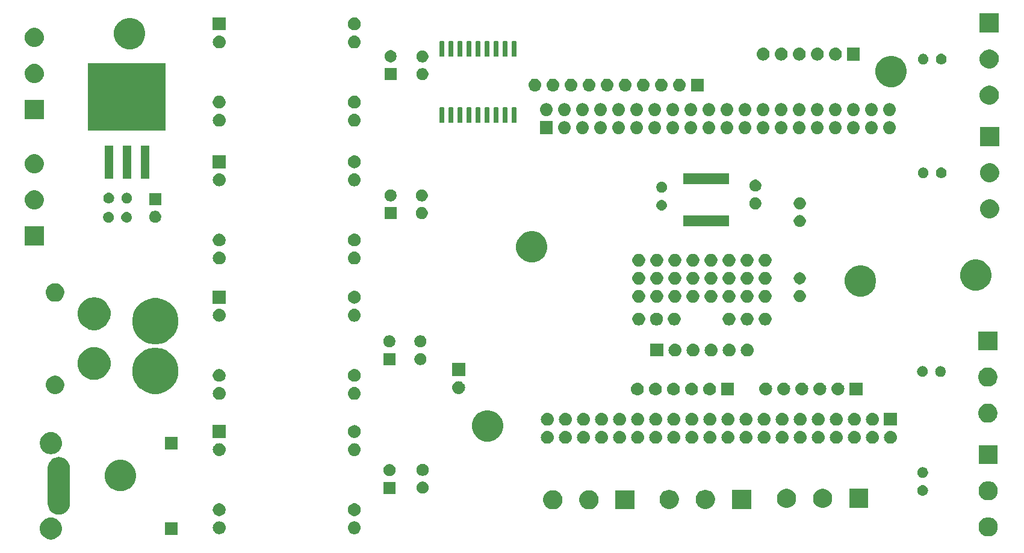
<source format=gts>
G04 #@! TF.GenerationSoftware,KiCad,Pcbnew,(5.1.4-0-10_14)*
G04 #@! TF.CreationDate,2019-12-13T09:04:00-05:00*
G04 #@! TF.ProjectId,Robot,526f626f-742e-46b6-9963-61645f706362,rev?*
G04 #@! TF.SameCoordinates,Original*
G04 #@! TF.FileFunction,Soldermask,Top*
G04 #@! TF.FilePolarity,Negative*
%FSLAX46Y46*%
G04 Gerber Fmt 4.6, Leading zero omitted, Abs format (unit mm)*
G04 Created by KiCad (PCBNEW (5.1.4-0-10_14)) date 2019-12-13 09:04:00*
%MOMM*%
%LPD*%
G04 APERTURE LIST*
%ADD10C,0.100000*%
G04 APERTURE END LIST*
D10*
G36*
X-53357415Y-58718802D02*
G01*
X-53207590Y-58748604D01*
X-52925326Y-58865521D01*
X-52671295Y-59035259D01*
X-52455259Y-59251295D01*
X-52285521Y-59505326D01*
X-52168604Y-59787590D01*
X-52109000Y-60087240D01*
X-52109000Y-60392760D01*
X-52168604Y-60692410D01*
X-52285521Y-60974674D01*
X-52455259Y-61228705D01*
X-52671295Y-61444741D01*
X-52925326Y-61614479D01*
X-53207590Y-61731396D01*
X-53357415Y-61761198D01*
X-53507239Y-61791000D01*
X-53812761Y-61791000D01*
X-53962585Y-61761198D01*
X-54112410Y-61731396D01*
X-54394674Y-61614479D01*
X-54648705Y-61444741D01*
X-54864741Y-61228705D01*
X-55034479Y-60974674D01*
X-55151396Y-60692410D01*
X-55211000Y-60392760D01*
X-55211000Y-60087240D01*
X-55151396Y-59787590D01*
X-55034479Y-59505326D01*
X-54864741Y-59251295D01*
X-54648705Y-59035259D01*
X-54394674Y-58865521D01*
X-54112410Y-58748604D01*
X-53962585Y-58718802D01*
X-53812761Y-58689000D01*
X-53507239Y-58689000D01*
X-53357415Y-58718802D01*
X-53357415Y-58718802D01*
G37*
G36*
X78544072Y-58710918D02*
G01*
X78635055Y-58748604D01*
X78789939Y-58812759D01*
X79011212Y-58960610D01*
X79199390Y-59148788D01*
X79347241Y-59370061D01*
X79449082Y-59615928D01*
X79501000Y-59876938D01*
X79501000Y-60143062D01*
X79449082Y-60404072D01*
X79347241Y-60649939D01*
X79199390Y-60871212D01*
X79011212Y-61059390D01*
X78789939Y-61207241D01*
X78789938Y-61207242D01*
X78789937Y-61207242D01*
X78544072Y-61309082D01*
X78283063Y-61361000D01*
X78016937Y-61361000D01*
X77755928Y-61309082D01*
X77510063Y-61207242D01*
X77510062Y-61207242D01*
X77510061Y-61207241D01*
X77288788Y-61059390D01*
X77100610Y-60871212D01*
X76952759Y-60649939D01*
X76850918Y-60404072D01*
X76799000Y-60143062D01*
X76799000Y-59876938D01*
X76850918Y-59615928D01*
X76952759Y-59370061D01*
X77100610Y-59148788D01*
X77288788Y-58960610D01*
X77510061Y-58812759D01*
X77664946Y-58748604D01*
X77755928Y-58710918D01*
X78016937Y-58659000D01*
X78283063Y-58659000D01*
X78544072Y-58710918D01*
X78544072Y-58710918D01*
G37*
G36*
X-35859000Y-61141000D02*
G01*
X-37661000Y-61141000D01*
X-37661000Y-59339000D01*
X-35859000Y-59339000D01*
X-35859000Y-61141000D01*
X-35859000Y-61141000D01*
G37*
G36*
X-10889557Y-59245519D02*
G01*
X-10823373Y-59252037D01*
X-10653534Y-59303557D01*
X-10497009Y-59387222D01*
X-10461271Y-59416552D01*
X-10359814Y-59499814D01*
X-10276552Y-59601271D01*
X-10247222Y-59637009D01*
X-10163557Y-59793534D01*
X-10112037Y-59963373D01*
X-10094641Y-60140000D01*
X-10112037Y-60316627D01*
X-10163557Y-60486466D01*
X-10247222Y-60642991D01*
X-10276552Y-60678729D01*
X-10359814Y-60780186D01*
X-10461271Y-60863448D01*
X-10497009Y-60892778D01*
X-10653534Y-60976443D01*
X-10823373Y-61027963D01*
X-10889557Y-61034481D01*
X-10955740Y-61041000D01*
X-11044260Y-61041000D01*
X-11110443Y-61034481D01*
X-11176627Y-61027963D01*
X-11346466Y-60976443D01*
X-11502991Y-60892778D01*
X-11538729Y-60863448D01*
X-11640186Y-60780186D01*
X-11723448Y-60678729D01*
X-11752778Y-60642991D01*
X-11836443Y-60486466D01*
X-11887963Y-60316627D01*
X-11905359Y-60140000D01*
X-11887963Y-59963373D01*
X-11836443Y-59793534D01*
X-11752778Y-59637009D01*
X-11723448Y-59601271D01*
X-11640186Y-59499814D01*
X-11538729Y-59416552D01*
X-11502991Y-59387222D01*
X-11346466Y-59303557D01*
X-11176627Y-59252037D01*
X-11110443Y-59245519D01*
X-11044260Y-59239000D01*
X-10955740Y-59239000D01*
X-10889557Y-59245519D01*
X-10889557Y-59245519D01*
G37*
G36*
X-29889557Y-59245519D02*
G01*
X-29823373Y-59252037D01*
X-29653534Y-59303557D01*
X-29497009Y-59387222D01*
X-29461271Y-59416552D01*
X-29359814Y-59499814D01*
X-29276552Y-59601271D01*
X-29247222Y-59637009D01*
X-29163557Y-59793534D01*
X-29112037Y-59963373D01*
X-29094641Y-60140000D01*
X-29112037Y-60316627D01*
X-29163557Y-60486466D01*
X-29247222Y-60642991D01*
X-29276552Y-60678729D01*
X-29359814Y-60780186D01*
X-29461271Y-60863448D01*
X-29497009Y-60892778D01*
X-29653534Y-60976443D01*
X-29823373Y-61027963D01*
X-29889557Y-61034481D01*
X-29955740Y-61041000D01*
X-30044260Y-61041000D01*
X-30110443Y-61034481D01*
X-30176627Y-61027963D01*
X-30346466Y-60976443D01*
X-30502991Y-60892778D01*
X-30538729Y-60863448D01*
X-30640186Y-60780186D01*
X-30723448Y-60678729D01*
X-30752778Y-60642991D01*
X-30836443Y-60486466D01*
X-30887963Y-60316627D01*
X-30905359Y-60140000D01*
X-30887963Y-59963373D01*
X-30836443Y-59793534D01*
X-30752778Y-59637009D01*
X-30723448Y-59601271D01*
X-30640186Y-59499814D01*
X-30538729Y-59416552D01*
X-30502991Y-59387222D01*
X-30346466Y-59303557D01*
X-30176627Y-59252037D01*
X-30110443Y-59245519D01*
X-30044260Y-59239000D01*
X-29955740Y-59239000D01*
X-29889557Y-59245519D01*
X-29889557Y-59245519D01*
G37*
G36*
X-10886488Y-56703927D02*
G01*
X-10737188Y-56733624D01*
X-10573216Y-56801544D01*
X-10425646Y-56900147D01*
X-10300147Y-57025646D01*
X-10201544Y-57173216D01*
X-10133624Y-57337188D01*
X-10103927Y-57486488D01*
X-10101040Y-57501000D01*
X-10099000Y-57511259D01*
X-10099000Y-57688741D01*
X-10133624Y-57862812D01*
X-10201544Y-58026784D01*
X-10300147Y-58174354D01*
X-10425646Y-58299853D01*
X-10573216Y-58398456D01*
X-10737188Y-58466376D01*
X-10886488Y-58496073D01*
X-10911258Y-58501000D01*
X-11088742Y-58501000D01*
X-11113512Y-58496073D01*
X-11262812Y-58466376D01*
X-11426784Y-58398456D01*
X-11574354Y-58299853D01*
X-11699853Y-58174354D01*
X-11798456Y-58026784D01*
X-11866376Y-57862812D01*
X-11901000Y-57688741D01*
X-11901000Y-57511259D01*
X-11898959Y-57501000D01*
X-11896073Y-57486488D01*
X-11866376Y-57337188D01*
X-11798456Y-57173216D01*
X-11699853Y-57025646D01*
X-11574354Y-56900147D01*
X-11426784Y-56801544D01*
X-11262812Y-56733624D01*
X-11113512Y-56703927D01*
X-11088742Y-56699000D01*
X-10911258Y-56699000D01*
X-10886488Y-56703927D01*
X-10886488Y-56703927D01*
G37*
G36*
X-29886488Y-56703927D02*
G01*
X-29737188Y-56733624D01*
X-29573216Y-56801544D01*
X-29425646Y-56900147D01*
X-29300147Y-57025646D01*
X-29201544Y-57173216D01*
X-29133624Y-57337188D01*
X-29103927Y-57486488D01*
X-29101040Y-57501000D01*
X-29099000Y-57511259D01*
X-29099000Y-57688741D01*
X-29133624Y-57862812D01*
X-29201544Y-58026784D01*
X-29300147Y-58174354D01*
X-29425646Y-58299853D01*
X-29573216Y-58398456D01*
X-29737188Y-58466376D01*
X-29886488Y-58496073D01*
X-29911258Y-58501000D01*
X-30088742Y-58501000D01*
X-30113512Y-58496073D01*
X-30262812Y-58466376D01*
X-30426784Y-58398456D01*
X-30574354Y-58299853D01*
X-30699853Y-58174354D01*
X-30798456Y-58026784D01*
X-30866376Y-57862812D01*
X-30901000Y-57688741D01*
X-30901000Y-57511259D01*
X-30898959Y-57501000D01*
X-30896073Y-57486488D01*
X-30866376Y-57337188D01*
X-30798456Y-57173216D01*
X-30699853Y-57025646D01*
X-30574354Y-56900147D01*
X-30426784Y-56801544D01*
X-30262812Y-56733624D01*
X-30113512Y-56703927D01*
X-30088742Y-56699000D01*
X-29911258Y-56699000D01*
X-29886488Y-56703927D01*
X-29886488Y-56703927D01*
G37*
G36*
X-52255951Y-50211442D02*
G01*
X-51963586Y-50300130D01*
X-51963584Y-50300131D01*
X-51694142Y-50444150D01*
X-51457971Y-50637971D01*
X-51264150Y-50874142D01*
X-51148574Y-51090371D01*
X-51120130Y-51143586D01*
X-51031442Y-51435951D01*
X-51031442Y-51435953D01*
X-51013011Y-51623080D01*
X-51009000Y-51663810D01*
X-51009000Y-56816190D01*
X-51031442Y-57044049D01*
X-51120130Y-57336413D01*
X-51120131Y-57336416D01*
X-51264150Y-57605858D01*
X-51332171Y-57688741D01*
X-51457971Y-57842029D01*
X-51658232Y-58006378D01*
X-51694144Y-58035850D01*
X-51953265Y-58174353D01*
X-51963587Y-58179870D01*
X-52255952Y-58268558D01*
X-52560000Y-58298504D01*
X-52864049Y-58268558D01*
X-53156414Y-58179870D01*
X-53166736Y-58174353D01*
X-53425858Y-58035850D01*
X-53555574Y-57929395D01*
X-53662029Y-57842029D01*
X-53855849Y-57605857D01*
X-53906413Y-57511258D01*
X-53999869Y-57336415D01*
X-54011194Y-57299082D01*
X-54088558Y-57044048D01*
X-54111000Y-56816189D01*
X-54110999Y-51663810D01*
X-54106987Y-51623080D01*
X-54088557Y-51435953D01*
X-54088557Y-51435951D01*
X-53999869Y-51143586D01*
X-53971425Y-51090371D01*
X-53855849Y-50874142D01*
X-53662028Y-50637971D01*
X-53425857Y-50444150D01*
X-53156415Y-50300131D01*
X-53156413Y-50300130D01*
X-52864048Y-50211442D01*
X-52560000Y-50181496D01*
X-52255951Y-50211442D01*
X-52255951Y-50211442D01*
G37*
G36*
X17314072Y-54900918D02*
G01*
X17555693Y-55001000D01*
X17559939Y-55002759D01*
X17612950Y-55038180D01*
X17781211Y-55150609D01*
X17969391Y-55338789D01*
X18117242Y-55560063D01*
X18219082Y-55805928D01*
X18271000Y-56066937D01*
X18271000Y-56333063D01*
X18219082Y-56594072D01*
X18137953Y-56789937D01*
X18117241Y-56839939D01*
X18077011Y-56900147D01*
X17977290Y-57049390D01*
X17969390Y-57061212D01*
X17781212Y-57249390D01*
X17559939Y-57397241D01*
X17559938Y-57397242D01*
X17559937Y-57397242D01*
X17314072Y-57499082D01*
X17053063Y-57551000D01*
X16786937Y-57551000D01*
X16525928Y-57499082D01*
X16280063Y-57397242D01*
X16280062Y-57397242D01*
X16280061Y-57397241D01*
X16058788Y-57249390D01*
X15870610Y-57061212D01*
X15862711Y-57049390D01*
X15762989Y-56900147D01*
X15722759Y-56839939D01*
X15702048Y-56789937D01*
X15620918Y-56594072D01*
X15569000Y-56333063D01*
X15569000Y-56066937D01*
X15620918Y-55805928D01*
X15722758Y-55560063D01*
X15870609Y-55338789D01*
X16058789Y-55150609D01*
X16227050Y-55038180D01*
X16280061Y-55002759D01*
X16284308Y-55001000D01*
X16525928Y-54900918D01*
X16786937Y-54849000D01*
X17053063Y-54849000D01*
X17314072Y-54900918D01*
X17314072Y-54900918D01*
G37*
G36*
X22394072Y-54900918D02*
G01*
X22635693Y-55001000D01*
X22639939Y-55002759D01*
X22692950Y-55038180D01*
X22861211Y-55150609D01*
X23049391Y-55338789D01*
X23197242Y-55560063D01*
X23299082Y-55805928D01*
X23351000Y-56066937D01*
X23351000Y-56333063D01*
X23299082Y-56594072D01*
X23217953Y-56789937D01*
X23197241Y-56839939D01*
X23157011Y-56900147D01*
X23057290Y-57049390D01*
X23049390Y-57061212D01*
X22861212Y-57249390D01*
X22639939Y-57397241D01*
X22639938Y-57397242D01*
X22639937Y-57397242D01*
X22394072Y-57499082D01*
X22133063Y-57551000D01*
X21866937Y-57551000D01*
X21605928Y-57499082D01*
X21360063Y-57397242D01*
X21360062Y-57397242D01*
X21360061Y-57397241D01*
X21138788Y-57249390D01*
X20950610Y-57061212D01*
X20942711Y-57049390D01*
X20842989Y-56900147D01*
X20802759Y-56839939D01*
X20782048Y-56789937D01*
X20700918Y-56594072D01*
X20649000Y-56333063D01*
X20649000Y-56066937D01*
X20700918Y-55805928D01*
X20802758Y-55560063D01*
X20950609Y-55338789D01*
X21138789Y-55150609D01*
X21307050Y-55038180D01*
X21360061Y-55002759D01*
X21364308Y-55001000D01*
X21605928Y-54900918D01*
X21866937Y-54849000D01*
X22133063Y-54849000D01*
X22394072Y-54900918D01*
X22394072Y-54900918D01*
G37*
G36*
X28431000Y-57551000D02*
G01*
X25729000Y-57551000D01*
X25729000Y-54849000D01*
X28431000Y-54849000D01*
X28431000Y-57551000D01*
X28431000Y-57551000D01*
G37*
G36*
X33684072Y-54850918D02*
G01*
X33924749Y-54950609D01*
X33929939Y-54952759D01*
X34002136Y-55001000D01*
X34151211Y-55100609D01*
X34339391Y-55288789D01*
X34387015Y-55360063D01*
X34434165Y-55430627D01*
X34487242Y-55510063D01*
X34589082Y-55755928D01*
X34641000Y-56016937D01*
X34641000Y-56283063D01*
X34631054Y-56333063D01*
X34589082Y-56544072D01*
X34487241Y-56789939D01*
X34339390Y-57011212D01*
X34151212Y-57199390D01*
X33929939Y-57347241D01*
X33929938Y-57347242D01*
X33929937Y-57347242D01*
X33684072Y-57449082D01*
X33423063Y-57501000D01*
X33156937Y-57501000D01*
X32895928Y-57449082D01*
X32650063Y-57347242D01*
X32650062Y-57347242D01*
X32650061Y-57347241D01*
X32428788Y-57199390D01*
X32240610Y-57011212D01*
X32092759Y-56789939D01*
X31990918Y-56544072D01*
X31948946Y-56333063D01*
X31939000Y-56283063D01*
X31939000Y-56016937D01*
X31990918Y-55755928D01*
X32092758Y-55510063D01*
X32145836Y-55430627D01*
X32192985Y-55360063D01*
X32240609Y-55288789D01*
X32428789Y-55100609D01*
X32577864Y-55001000D01*
X32650061Y-54952759D01*
X32655252Y-54950609D01*
X32895928Y-54850918D01*
X33156937Y-54799000D01*
X33423063Y-54799000D01*
X33684072Y-54850918D01*
X33684072Y-54850918D01*
G37*
G36*
X38764072Y-54850918D02*
G01*
X39004749Y-54950609D01*
X39009939Y-54952759D01*
X39082136Y-55001000D01*
X39231211Y-55100609D01*
X39419391Y-55288789D01*
X39467015Y-55360063D01*
X39514165Y-55430627D01*
X39567242Y-55510063D01*
X39669082Y-55755928D01*
X39721000Y-56016937D01*
X39721000Y-56283063D01*
X39711054Y-56333063D01*
X39669082Y-56544072D01*
X39567241Y-56789939D01*
X39419390Y-57011212D01*
X39231212Y-57199390D01*
X39009939Y-57347241D01*
X39009938Y-57347242D01*
X39009937Y-57347242D01*
X38764072Y-57449082D01*
X38503063Y-57501000D01*
X38236937Y-57501000D01*
X37975928Y-57449082D01*
X37730063Y-57347242D01*
X37730062Y-57347242D01*
X37730061Y-57347241D01*
X37508788Y-57199390D01*
X37320610Y-57011212D01*
X37172759Y-56789939D01*
X37070918Y-56544072D01*
X37028946Y-56333063D01*
X37019000Y-56283063D01*
X37019000Y-56016937D01*
X37070918Y-55755928D01*
X37172758Y-55510063D01*
X37225836Y-55430627D01*
X37272985Y-55360063D01*
X37320609Y-55288789D01*
X37508789Y-55100609D01*
X37657864Y-55001000D01*
X37730061Y-54952759D01*
X37735252Y-54950609D01*
X37975928Y-54850918D01*
X38236937Y-54799000D01*
X38503063Y-54799000D01*
X38764072Y-54850918D01*
X38764072Y-54850918D01*
G37*
G36*
X44801000Y-57501000D02*
G01*
X42099000Y-57501000D01*
X42099000Y-54799000D01*
X44801000Y-54799000D01*
X44801000Y-57501000D01*
X44801000Y-57501000D01*
G37*
G36*
X61301000Y-57351000D02*
G01*
X58599000Y-57351000D01*
X58599000Y-54649000D01*
X61301000Y-54649000D01*
X61301000Y-57351000D01*
X61301000Y-57351000D01*
G37*
G36*
X55264072Y-54700918D02*
G01*
X55495884Y-54796937D01*
X55509939Y-54802759D01*
X55579143Y-54849000D01*
X55731211Y-54950609D01*
X55919391Y-55138789D01*
X55931369Y-55156715D01*
X56053027Y-55338788D01*
X56067242Y-55360063D01*
X56169082Y-55605928D01*
X56221000Y-55866937D01*
X56221000Y-56133063D01*
X56191573Y-56281000D01*
X56169082Y-56394072D01*
X56067241Y-56639939D01*
X55992813Y-56751328D01*
X55919391Y-56861211D01*
X55731211Y-57049391D01*
X55621328Y-57122813D01*
X55509939Y-57197241D01*
X55509938Y-57197242D01*
X55509937Y-57197242D01*
X55264072Y-57299082D01*
X55003063Y-57351000D01*
X54736937Y-57351000D01*
X54475928Y-57299082D01*
X54230063Y-57197242D01*
X54230062Y-57197242D01*
X54230061Y-57197241D01*
X54118672Y-57122813D01*
X54008789Y-57049391D01*
X53820609Y-56861211D01*
X53747187Y-56751328D01*
X53672759Y-56639939D01*
X53570918Y-56394072D01*
X53548427Y-56281000D01*
X53519000Y-56133063D01*
X53519000Y-55866937D01*
X53570918Y-55605928D01*
X53672758Y-55360063D01*
X53686974Y-55338788D01*
X53808631Y-55156715D01*
X53820609Y-55138789D01*
X54008789Y-54950609D01*
X54160857Y-54849000D01*
X54230061Y-54802759D01*
X54244117Y-54796937D01*
X54475928Y-54700918D01*
X54736937Y-54649000D01*
X55003063Y-54649000D01*
X55264072Y-54700918D01*
X55264072Y-54700918D01*
G37*
G36*
X50184072Y-54700918D02*
G01*
X50415884Y-54796937D01*
X50429939Y-54802759D01*
X50499143Y-54849000D01*
X50651211Y-54950609D01*
X50839391Y-55138789D01*
X50851369Y-55156715D01*
X50973027Y-55338788D01*
X50987242Y-55360063D01*
X51089082Y-55605928D01*
X51141000Y-55866937D01*
X51141000Y-56133063D01*
X51111573Y-56281000D01*
X51089082Y-56394072D01*
X50987241Y-56639939D01*
X50912813Y-56751328D01*
X50839391Y-56861211D01*
X50651211Y-57049391D01*
X50541328Y-57122813D01*
X50429939Y-57197241D01*
X50429938Y-57197242D01*
X50429937Y-57197242D01*
X50184072Y-57299082D01*
X49923063Y-57351000D01*
X49656937Y-57351000D01*
X49395928Y-57299082D01*
X49150063Y-57197242D01*
X49150062Y-57197242D01*
X49150061Y-57197241D01*
X49038672Y-57122813D01*
X48928789Y-57049391D01*
X48740609Y-56861211D01*
X48667187Y-56751328D01*
X48592759Y-56639939D01*
X48490918Y-56394072D01*
X48468427Y-56281000D01*
X48439000Y-56133063D01*
X48439000Y-55866937D01*
X48490918Y-55605928D01*
X48592758Y-55360063D01*
X48606974Y-55338788D01*
X48728631Y-55156715D01*
X48740609Y-55138789D01*
X48928789Y-54950609D01*
X49080857Y-54849000D01*
X49150061Y-54802759D01*
X49164117Y-54796937D01*
X49395928Y-54700918D01*
X49656937Y-54649000D01*
X49923063Y-54649000D01*
X50184072Y-54700918D01*
X50184072Y-54700918D01*
G37*
G36*
X78544072Y-53630918D02*
G01*
X78650931Y-53675180D01*
X78789939Y-53732759D01*
X79011212Y-53880610D01*
X79199390Y-54068788D01*
X79333547Y-54269566D01*
X79347242Y-54290063D01*
X79449082Y-54535928D01*
X79501000Y-54796937D01*
X79501000Y-55063063D01*
X79493531Y-55100610D01*
X79449082Y-55324072D01*
X79347241Y-55569939D01*
X79272813Y-55681328D01*
X79199391Y-55791211D01*
X79011211Y-55979391D01*
X78955018Y-56016938D01*
X78789939Y-56127241D01*
X78789938Y-56127242D01*
X78789937Y-56127242D01*
X78544072Y-56229082D01*
X78283063Y-56281000D01*
X78016937Y-56281000D01*
X77755928Y-56229082D01*
X77510063Y-56127242D01*
X77510062Y-56127242D01*
X77510061Y-56127241D01*
X77344982Y-56016938D01*
X77288789Y-55979391D01*
X77100609Y-55791211D01*
X77027187Y-55681328D01*
X76952759Y-55569939D01*
X76850918Y-55324072D01*
X76806469Y-55100610D01*
X76799000Y-55063063D01*
X76799000Y-54796937D01*
X76850918Y-54535928D01*
X76952758Y-54290063D01*
X76966454Y-54269566D01*
X77100610Y-54068788D01*
X77288788Y-53880610D01*
X77510061Y-53732759D01*
X77649070Y-53675180D01*
X77755928Y-53630918D01*
X78016937Y-53579000D01*
X78283063Y-53579000D01*
X78544072Y-53630918D01*
X78544072Y-53630918D01*
G37*
G36*
X69006205Y-54149642D02*
G01*
X69079762Y-54156887D01*
X69221326Y-54199830D01*
X69351792Y-54269566D01*
X69376765Y-54290061D01*
X69466147Y-54363413D01*
X69535548Y-54447980D01*
X69559994Y-54477768D01*
X69629730Y-54608234D01*
X69672673Y-54749798D01*
X69687173Y-54897020D01*
X69672673Y-55044242D01*
X69629730Y-55185806D01*
X69559994Y-55316272D01*
X69541515Y-55338789D01*
X69466147Y-55430627D01*
X69381580Y-55500028D01*
X69351792Y-55524474D01*
X69221326Y-55594210D01*
X69079762Y-55637153D01*
X69006205Y-55644398D01*
X68969428Y-55648020D01*
X68895652Y-55648020D01*
X68858875Y-55644398D01*
X68785318Y-55637153D01*
X68643754Y-55594210D01*
X68513288Y-55524474D01*
X68483500Y-55500028D01*
X68398933Y-55430627D01*
X68323565Y-55338789D01*
X68305086Y-55316272D01*
X68235350Y-55185806D01*
X68192407Y-55044242D01*
X68177907Y-54897020D01*
X68192407Y-54749798D01*
X68235350Y-54608234D01*
X68305086Y-54477768D01*
X68329532Y-54447980D01*
X68398933Y-54363413D01*
X68488315Y-54290061D01*
X68513288Y-54269566D01*
X68643754Y-54199830D01*
X68785318Y-54156887D01*
X68858875Y-54149642D01*
X68895652Y-54146020D01*
X68969428Y-54146020D01*
X69006205Y-54149642D01*
X69006205Y-54149642D01*
G37*
G36*
X-5199280Y-55377180D02*
G01*
X-6901280Y-55377180D01*
X-6901280Y-53675180D01*
X-5199280Y-53675180D01*
X-5199280Y-55377180D01*
X-5199280Y-55377180D01*
G37*
G36*
X-1153852Y-53677403D02*
G01*
X-998980Y-53741553D01*
X-859599Y-53834685D01*
X-741065Y-53953219D01*
X-647933Y-54092600D01*
X-583783Y-54247472D01*
X-551080Y-54411884D01*
X-551080Y-54579516D01*
X-583783Y-54743928D01*
X-647933Y-54898800D01*
X-741065Y-55038181D01*
X-859599Y-55156715D01*
X-998980Y-55249847D01*
X-1153852Y-55313997D01*
X-1318264Y-55346700D01*
X-1485896Y-55346700D01*
X-1650308Y-55313997D01*
X-1805180Y-55249847D01*
X-1944561Y-55156715D01*
X-2063095Y-55038181D01*
X-2156227Y-54898800D01*
X-2220377Y-54743928D01*
X-2253080Y-54579516D01*
X-2253080Y-54411884D01*
X-2220377Y-54247472D01*
X-2156227Y-54092600D01*
X-2063095Y-53953219D01*
X-1944561Y-53834685D01*
X-1805180Y-53741553D01*
X-1650308Y-53677403D01*
X-1485896Y-53644700D01*
X-1318264Y-53644700D01*
X-1153852Y-53677403D01*
X-1153852Y-53677403D01*
G37*
G36*
X-43257993Y-50683582D02*
G01*
X-42857437Y-50849498D01*
X-42857435Y-50849499D01*
X-42496944Y-51090371D01*
X-42190371Y-51396944D01*
X-41993561Y-51691492D01*
X-41949498Y-51757437D01*
X-41783582Y-52157993D01*
X-41699000Y-52583219D01*
X-41699000Y-53016781D01*
X-41783582Y-53442007D01*
X-41904015Y-53732758D01*
X-41949499Y-53842565D01*
X-42190371Y-54203056D01*
X-42496944Y-54509629D01*
X-42857435Y-54750501D01*
X-42857436Y-54750502D01*
X-42857437Y-54750502D01*
X-43257993Y-54916418D01*
X-43683219Y-55001000D01*
X-44116781Y-55001000D01*
X-44542007Y-54916418D01*
X-44942563Y-54750502D01*
X-44942564Y-54750502D01*
X-44942565Y-54750501D01*
X-45303056Y-54509629D01*
X-45609629Y-54203056D01*
X-45850501Y-53842565D01*
X-45895985Y-53732758D01*
X-46016418Y-53442007D01*
X-46101000Y-53016781D01*
X-46101000Y-52583219D01*
X-46016418Y-52157993D01*
X-45850502Y-51757437D01*
X-45806439Y-51691492D01*
X-45609629Y-51396944D01*
X-45303056Y-51090371D01*
X-44942565Y-50849499D01*
X-44942563Y-50849498D01*
X-44542007Y-50683582D01*
X-44116781Y-50599000D01*
X-43683219Y-50599000D01*
X-43257993Y-50683582D01*
X-43257993Y-50683582D01*
G37*
G36*
X69151599Y-51634880D02*
G01*
X69288272Y-51691492D01*
X69411275Y-51773680D01*
X69515880Y-51878285D01*
X69558696Y-51942364D01*
X69598069Y-52001290D01*
X69654680Y-52137961D01*
X69681821Y-52274408D01*
X69683540Y-52283053D01*
X69683540Y-52430987D01*
X69654680Y-52576079D01*
X69598068Y-52712752D01*
X69515880Y-52835755D01*
X69411275Y-52940360D01*
X69288272Y-53022548D01*
X69288271Y-53022549D01*
X69288270Y-53022549D01*
X69151599Y-53079160D01*
X69006508Y-53108020D01*
X68858572Y-53108020D01*
X68713481Y-53079160D01*
X68576810Y-53022549D01*
X68576809Y-53022549D01*
X68576808Y-53022548D01*
X68453805Y-52940360D01*
X68349200Y-52835755D01*
X68267012Y-52712752D01*
X68210400Y-52576079D01*
X68181540Y-52430987D01*
X68181540Y-52283053D01*
X68183260Y-52274408D01*
X68210400Y-52137961D01*
X68267011Y-52001290D01*
X68306384Y-51942364D01*
X68349200Y-51878285D01*
X68453805Y-51773680D01*
X68576808Y-51691492D01*
X68713481Y-51634880D01*
X68858572Y-51606020D01*
X69006508Y-51606020D01*
X69151599Y-51634880D01*
X69151599Y-51634880D01*
G37*
G36*
X-5802052Y-51207883D02*
G01*
X-5647180Y-51272033D01*
X-5507799Y-51365165D01*
X-5389265Y-51483699D01*
X-5296133Y-51623080D01*
X-5231983Y-51777952D01*
X-5199280Y-51942364D01*
X-5199280Y-52109996D01*
X-5231983Y-52274408D01*
X-5296133Y-52429280D01*
X-5389265Y-52568661D01*
X-5507799Y-52687195D01*
X-5647180Y-52780327D01*
X-5802052Y-52844477D01*
X-5966464Y-52877180D01*
X-6134096Y-52877180D01*
X-6298508Y-52844477D01*
X-6453380Y-52780327D01*
X-6592761Y-52687195D01*
X-6711295Y-52568661D01*
X-6804427Y-52429280D01*
X-6868577Y-52274408D01*
X-6901280Y-52109996D01*
X-6901280Y-51942364D01*
X-6868577Y-51777952D01*
X-6804427Y-51623080D01*
X-6711295Y-51483699D01*
X-6592761Y-51365165D01*
X-6453380Y-51272033D01*
X-6298508Y-51207883D01*
X-6134096Y-51175180D01*
X-5966464Y-51175180D01*
X-5802052Y-51207883D01*
X-5802052Y-51207883D01*
G37*
G36*
X-1153852Y-51177403D02*
G01*
X-998980Y-51241553D01*
X-859599Y-51334685D01*
X-741065Y-51453219D01*
X-647933Y-51592600D01*
X-583783Y-51747472D01*
X-551080Y-51911884D01*
X-551080Y-52079516D01*
X-583783Y-52243928D01*
X-647933Y-52398800D01*
X-741065Y-52538181D01*
X-859599Y-52656715D01*
X-998980Y-52749847D01*
X-1153852Y-52813997D01*
X-1318264Y-52846700D01*
X-1485896Y-52846700D01*
X-1650308Y-52813997D01*
X-1805180Y-52749847D01*
X-1944561Y-52656715D01*
X-2063095Y-52538181D01*
X-2156227Y-52398800D01*
X-2220377Y-52243928D01*
X-2253080Y-52079516D01*
X-2253080Y-51911884D01*
X-2220377Y-51747472D01*
X-2156227Y-51592600D01*
X-2063095Y-51453219D01*
X-1944561Y-51334685D01*
X-1805180Y-51241553D01*
X-1650308Y-51177403D01*
X-1485896Y-51144700D01*
X-1318264Y-51144700D01*
X-1153852Y-51177403D01*
X-1153852Y-51177403D01*
G37*
G36*
X79501000Y-51201000D02*
G01*
X76799000Y-51201000D01*
X76799000Y-48499000D01*
X79501000Y-48499000D01*
X79501000Y-51201000D01*
X79501000Y-51201000D01*
G37*
G36*
X-10889557Y-48245519D02*
G01*
X-10823373Y-48252037D01*
X-10653534Y-48303557D01*
X-10497009Y-48387222D01*
X-10490260Y-48392761D01*
X-10359814Y-48499814D01*
X-10276552Y-48601271D01*
X-10247222Y-48637009D01*
X-10163557Y-48793534D01*
X-10112037Y-48963373D01*
X-10094641Y-49140000D01*
X-10112037Y-49316627D01*
X-10163557Y-49486466D01*
X-10247222Y-49642991D01*
X-10276552Y-49678729D01*
X-10359814Y-49780186D01*
X-10461271Y-49863448D01*
X-10497009Y-49892778D01*
X-10653534Y-49976443D01*
X-10823373Y-50027963D01*
X-10889558Y-50034482D01*
X-10955740Y-50041000D01*
X-11044260Y-50041000D01*
X-11110442Y-50034482D01*
X-11176627Y-50027963D01*
X-11346466Y-49976443D01*
X-11502991Y-49892778D01*
X-11538729Y-49863448D01*
X-11640186Y-49780186D01*
X-11723448Y-49678729D01*
X-11752778Y-49642991D01*
X-11836443Y-49486466D01*
X-11887963Y-49316627D01*
X-11905359Y-49140000D01*
X-11887963Y-48963373D01*
X-11836443Y-48793534D01*
X-11752778Y-48637009D01*
X-11723448Y-48601271D01*
X-11640186Y-48499814D01*
X-11509740Y-48392761D01*
X-11502991Y-48387222D01*
X-11346466Y-48303557D01*
X-11176627Y-48252037D01*
X-11110443Y-48245519D01*
X-11044260Y-48239000D01*
X-10955740Y-48239000D01*
X-10889557Y-48245519D01*
X-10889557Y-48245519D01*
G37*
G36*
X-29889557Y-48245519D02*
G01*
X-29823373Y-48252037D01*
X-29653534Y-48303557D01*
X-29497009Y-48387222D01*
X-29490260Y-48392761D01*
X-29359814Y-48499814D01*
X-29276552Y-48601271D01*
X-29247222Y-48637009D01*
X-29163557Y-48793534D01*
X-29112037Y-48963373D01*
X-29094641Y-49140000D01*
X-29112037Y-49316627D01*
X-29163557Y-49486466D01*
X-29247222Y-49642991D01*
X-29276552Y-49678729D01*
X-29359814Y-49780186D01*
X-29461271Y-49863448D01*
X-29497009Y-49892778D01*
X-29653534Y-49976443D01*
X-29823373Y-50027963D01*
X-29889558Y-50034482D01*
X-29955740Y-50041000D01*
X-30044260Y-50041000D01*
X-30110442Y-50034482D01*
X-30176627Y-50027963D01*
X-30346466Y-49976443D01*
X-30502991Y-49892778D01*
X-30538729Y-49863448D01*
X-30640186Y-49780186D01*
X-30723448Y-49678729D01*
X-30752778Y-49642991D01*
X-30836443Y-49486466D01*
X-30887963Y-49316627D01*
X-30905359Y-49140000D01*
X-30887963Y-48963373D01*
X-30836443Y-48793534D01*
X-30752778Y-48637009D01*
X-30723448Y-48601271D01*
X-30640186Y-48499814D01*
X-30509740Y-48392761D01*
X-30502991Y-48387222D01*
X-30346466Y-48303557D01*
X-30176627Y-48252037D01*
X-30110443Y-48245519D01*
X-30044260Y-48239000D01*
X-29955740Y-48239000D01*
X-29889557Y-48245519D01*
X-29889557Y-48245519D01*
G37*
G36*
X-53357415Y-46718802D02*
G01*
X-53207590Y-46748604D01*
X-52925326Y-46865521D01*
X-52671295Y-47035259D01*
X-52455259Y-47251295D01*
X-52285521Y-47505326D01*
X-52168604Y-47787590D01*
X-52168604Y-47787591D01*
X-52109000Y-48087239D01*
X-52109000Y-48392761D01*
X-52138802Y-48542585D01*
X-52168604Y-48692410D01*
X-52285521Y-48974674D01*
X-52455259Y-49228705D01*
X-52671295Y-49444741D01*
X-52925326Y-49614479D01*
X-53207590Y-49731396D01*
X-53357415Y-49761198D01*
X-53507239Y-49791000D01*
X-53812761Y-49791000D01*
X-53962585Y-49761198D01*
X-54112410Y-49731396D01*
X-54394674Y-49614479D01*
X-54648705Y-49444741D01*
X-54864741Y-49228705D01*
X-55034479Y-48974674D01*
X-55151396Y-48692410D01*
X-55181198Y-48542585D01*
X-55211000Y-48392761D01*
X-55211000Y-48087239D01*
X-55151396Y-47787591D01*
X-55151396Y-47787590D01*
X-55034479Y-47505326D01*
X-54864741Y-47251295D01*
X-54648705Y-47035259D01*
X-54394674Y-46865521D01*
X-54112410Y-46748604D01*
X-53962585Y-46718802D01*
X-53812761Y-46689000D01*
X-53507239Y-46689000D01*
X-53357415Y-46718802D01*
X-53357415Y-46718802D01*
G37*
G36*
X-35859000Y-49141000D02*
G01*
X-37661000Y-49141000D01*
X-37661000Y-47339000D01*
X-35859000Y-47339000D01*
X-35859000Y-49141000D01*
X-35859000Y-49141000D01*
G37*
G36*
X64510443Y-46515519D02*
G01*
X64576627Y-46522037D01*
X64746466Y-46573557D01*
X64902991Y-46657222D01*
X64938729Y-46686552D01*
X65040186Y-46769814D01*
X65123448Y-46871271D01*
X65152778Y-46907009D01*
X65152779Y-46907011D01*
X65216799Y-47026782D01*
X65236443Y-47063534D01*
X65287963Y-47233373D01*
X65305359Y-47410000D01*
X65287963Y-47586627D01*
X65236443Y-47756466D01*
X65152778Y-47912991D01*
X65146831Y-47920237D01*
X65040186Y-48050186D01*
X64938729Y-48133448D01*
X64902991Y-48162778D01*
X64746466Y-48246443D01*
X64576627Y-48297963D01*
X64519829Y-48303557D01*
X64444260Y-48311000D01*
X64355740Y-48311000D01*
X64280171Y-48303557D01*
X64223373Y-48297963D01*
X64053534Y-48246443D01*
X63897009Y-48162778D01*
X63861271Y-48133448D01*
X63759814Y-48050186D01*
X63653169Y-47920237D01*
X63647222Y-47912991D01*
X63563557Y-47756466D01*
X63512037Y-47586627D01*
X63494641Y-47410000D01*
X63512037Y-47233373D01*
X63563557Y-47063534D01*
X63583202Y-47026782D01*
X63647221Y-46907011D01*
X63647222Y-46907009D01*
X63676552Y-46871271D01*
X63759814Y-46769814D01*
X63861271Y-46686552D01*
X63897009Y-46657222D01*
X64053534Y-46573557D01*
X64223373Y-46522037D01*
X64289557Y-46515519D01*
X64355740Y-46509000D01*
X64444260Y-46509000D01*
X64510443Y-46515519D01*
X64510443Y-46515519D01*
G37*
G36*
X61970443Y-46515519D02*
G01*
X62036627Y-46522037D01*
X62206466Y-46573557D01*
X62362991Y-46657222D01*
X62398729Y-46686552D01*
X62500186Y-46769814D01*
X62583448Y-46871271D01*
X62612778Y-46907009D01*
X62612779Y-46907011D01*
X62676799Y-47026782D01*
X62696443Y-47063534D01*
X62747963Y-47233373D01*
X62765359Y-47410000D01*
X62747963Y-47586627D01*
X62696443Y-47756466D01*
X62612778Y-47912991D01*
X62606831Y-47920237D01*
X62500186Y-48050186D01*
X62398729Y-48133448D01*
X62362991Y-48162778D01*
X62206466Y-48246443D01*
X62036627Y-48297963D01*
X61979829Y-48303557D01*
X61904260Y-48311000D01*
X61815740Y-48311000D01*
X61740171Y-48303557D01*
X61683373Y-48297963D01*
X61513534Y-48246443D01*
X61357009Y-48162778D01*
X61321271Y-48133448D01*
X61219814Y-48050186D01*
X61113169Y-47920237D01*
X61107222Y-47912991D01*
X61023557Y-47756466D01*
X60972037Y-47586627D01*
X60954641Y-47410000D01*
X60972037Y-47233373D01*
X61023557Y-47063534D01*
X61043202Y-47026782D01*
X61107221Y-46907011D01*
X61107222Y-46907009D01*
X61136552Y-46871271D01*
X61219814Y-46769814D01*
X61321271Y-46686552D01*
X61357009Y-46657222D01*
X61513534Y-46573557D01*
X61683373Y-46522037D01*
X61749557Y-46515519D01*
X61815740Y-46509000D01*
X61904260Y-46509000D01*
X61970443Y-46515519D01*
X61970443Y-46515519D01*
G37*
G36*
X59430443Y-46515519D02*
G01*
X59496627Y-46522037D01*
X59666466Y-46573557D01*
X59822991Y-46657222D01*
X59858729Y-46686552D01*
X59960186Y-46769814D01*
X60043448Y-46871271D01*
X60072778Y-46907009D01*
X60072779Y-46907011D01*
X60136799Y-47026782D01*
X60156443Y-47063534D01*
X60207963Y-47233373D01*
X60225359Y-47410000D01*
X60207963Y-47586627D01*
X60156443Y-47756466D01*
X60072778Y-47912991D01*
X60066831Y-47920237D01*
X59960186Y-48050186D01*
X59858729Y-48133448D01*
X59822991Y-48162778D01*
X59666466Y-48246443D01*
X59496627Y-48297963D01*
X59439829Y-48303557D01*
X59364260Y-48311000D01*
X59275740Y-48311000D01*
X59200171Y-48303557D01*
X59143373Y-48297963D01*
X58973534Y-48246443D01*
X58817009Y-48162778D01*
X58781271Y-48133448D01*
X58679814Y-48050186D01*
X58573169Y-47920237D01*
X58567222Y-47912991D01*
X58483557Y-47756466D01*
X58432037Y-47586627D01*
X58414641Y-47410000D01*
X58432037Y-47233373D01*
X58483557Y-47063534D01*
X58503202Y-47026782D01*
X58567221Y-46907011D01*
X58567222Y-46907009D01*
X58596552Y-46871271D01*
X58679814Y-46769814D01*
X58781271Y-46686552D01*
X58817009Y-46657222D01*
X58973534Y-46573557D01*
X59143373Y-46522037D01*
X59209557Y-46515519D01*
X59275740Y-46509000D01*
X59364260Y-46509000D01*
X59430443Y-46515519D01*
X59430443Y-46515519D01*
G37*
G36*
X56890443Y-46515519D02*
G01*
X56956627Y-46522037D01*
X57126466Y-46573557D01*
X57282991Y-46657222D01*
X57318729Y-46686552D01*
X57420186Y-46769814D01*
X57503448Y-46871271D01*
X57532778Y-46907009D01*
X57532779Y-46907011D01*
X57596799Y-47026782D01*
X57616443Y-47063534D01*
X57667963Y-47233373D01*
X57685359Y-47410000D01*
X57667963Y-47586627D01*
X57616443Y-47756466D01*
X57532778Y-47912991D01*
X57526831Y-47920237D01*
X57420186Y-48050186D01*
X57318729Y-48133448D01*
X57282991Y-48162778D01*
X57126466Y-48246443D01*
X56956627Y-48297963D01*
X56899829Y-48303557D01*
X56824260Y-48311000D01*
X56735740Y-48311000D01*
X56660171Y-48303557D01*
X56603373Y-48297963D01*
X56433534Y-48246443D01*
X56277009Y-48162778D01*
X56241271Y-48133448D01*
X56139814Y-48050186D01*
X56033169Y-47920237D01*
X56027222Y-47912991D01*
X55943557Y-47756466D01*
X55892037Y-47586627D01*
X55874641Y-47410000D01*
X55892037Y-47233373D01*
X55943557Y-47063534D01*
X55963202Y-47026782D01*
X56027221Y-46907011D01*
X56027222Y-46907009D01*
X56056552Y-46871271D01*
X56139814Y-46769814D01*
X56241271Y-46686552D01*
X56277009Y-46657222D01*
X56433534Y-46573557D01*
X56603373Y-46522037D01*
X56669557Y-46515519D01*
X56735740Y-46509000D01*
X56824260Y-46509000D01*
X56890443Y-46515519D01*
X56890443Y-46515519D01*
G37*
G36*
X44190443Y-46515519D02*
G01*
X44256627Y-46522037D01*
X44426466Y-46573557D01*
X44582991Y-46657222D01*
X44618729Y-46686552D01*
X44720186Y-46769814D01*
X44803448Y-46871271D01*
X44832778Y-46907009D01*
X44832779Y-46907011D01*
X44896799Y-47026782D01*
X44916443Y-47063534D01*
X44967963Y-47233373D01*
X44985359Y-47410000D01*
X44967963Y-47586627D01*
X44916443Y-47756466D01*
X44832778Y-47912991D01*
X44826831Y-47920237D01*
X44720186Y-48050186D01*
X44618729Y-48133448D01*
X44582991Y-48162778D01*
X44426466Y-48246443D01*
X44256627Y-48297963D01*
X44199829Y-48303557D01*
X44124260Y-48311000D01*
X44035740Y-48311000D01*
X43960171Y-48303557D01*
X43903373Y-48297963D01*
X43733534Y-48246443D01*
X43577009Y-48162778D01*
X43541271Y-48133448D01*
X43439814Y-48050186D01*
X43333169Y-47920237D01*
X43327222Y-47912991D01*
X43243557Y-47756466D01*
X43192037Y-47586627D01*
X43174641Y-47410000D01*
X43192037Y-47233373D01*
X43243557Y-47063534D01*
X43263202Y-47026782D01*
X43327221Y-46907011D01*
X43327222Y-46907009D01*
X43356552Y-46871271D01*
X43439814Y-46769814D01*
X43541271Y-46686552D01*
X43577009Y-46657222D01*
X43733534Y-46573557D01*
X43903373Y-46522037D01*
X43969557Y-46515519D01*
X44035740Y-46509000D01*
X44124260Y-46509000D01*
X44190443Y-46515519D01*
X44190443Y-46515519D01*
G37*
G36*
X16250443Y-46515519D02*
G01*
X16316627Y-46522037D01*
X16486466Y-46573557D01*
X16642991Y-46657222D01*
X16678729Y-46686552D01*
X16780186Y-46769814D01*
X16863448Y-46871271D01*
X16892778Y-46907009D01*
X16892779Y-46907011D01*
X16956799Y-47026782D01*
X16976443Y-47063534D01*
X17027963Y-47233373D01*
X17045359Y-47410000D01*
X17027963Y-47586627D01*
X16976443Y-47756466D01*
X16892778Y-47912991D01*
X16886831Y-47920237D01*
X16780186Y-48050186D01*
X16678729Y-48133448D01*
X16642991Y-48162778D01*
X16486466Y-48246443D01*
X16316627Y-48297963D01*
X16259829Y-48303557D01*
X16184260Y-48311000D01*
X16095740Y-48311000D01*
X16020171Y-48303557D01*
X15963373Y-48297963D01*
X15793534Y-48246443D01*
X15637009Y-48162778D01*
X15601271Y-48133448D01*
X15499814Y-48050186D01*
X15393169Y-47920237D01*
X15387222Y-47912991D01*
X15303557Y-47756466D01*
X15252037Y-47586627D01*
X15234641Y-47410000D01*
X15252037Y-47233373D01*
X15303557Y-47063534D01*
X15323202Y-47026782D01*
X15387221Y-46907011D01*
X15387222Y-46907009D01*
X15416552Y-46871271D01*
X15499814Y-46769814D01*
X15601271Y-46686552D01*
X15637009Y-46657222D01*
X15793534Y-46573557D01*
X15963373Y-46522037D01*
X16029557Y-46515519D01*
X16095740Y-46509000D01*
X16184260Y-46509000D01*
X16250443Y-46515519D01*
X16250443Y-46515519D01*
G37*
G36*
X18790443Y-46515519D02*
G01*
X18856627Y-46522037D01*
X19026466Y-46573557D01*
X19182991Y-46657222D01*
X19218729Y-46686552D01*
X19320186Y-46769814D01*
X19403448Y-46871271D01*
X19432778Y-46907009D01*
X19432779Y-46907011D01*
X19496799Y-47026782D01*
X19516443Y-47063534D01*
X19567963Y-47233373D01*
X19585359Y-47410000D01*
X19567963Y-47586627D01*
X19516443Y-47756466D01*
X19432778Y-47912991D01*
X19426831Y-47920237D01*
X19320186Y-48050186D01*
X19218729Y-48133448D01*
X19182991Y-48162778D01*
X19026466Y-48246443D01*
X18856627Y-48297963D01*
X18799829Y-48303557D01*
X18724260Y-48311000D01*
X18635740Y-48311000D01*
X18560171Y-48303557D01*
X18503373Y-48297963D01*
X18333534Y-48246443D01*
X18177009Y-48162778D01*
X18141271Y-48133448D01*
X18039814Y-48050186D01*
X17933169Y-47920237D01*
X17927222Y-47912991D01*
X17843557Y-47756466D01*
X17792037Y-47586627D01*
X17774641Y-47410000D01*
X17792037Y-47233373D01*
X17843557Y-47063534D01*
X17863202Y-47026782D01*
X17927221Y-46907011D01*
X17927222Y-46907009D01*
X17956552Y-46871271D01*
X18039814Y-46769814D01*
X18141271Y-46686552D01*
X18177009Y-46657222D01*
X18333534Y-46573557D01*
X18503373Y-46522037D01*
X18569557Y-46515519D01*
X18635740Y-46509000D01*
X18724260Y-46509000D01*
X18790443Y-46515519D01*
X18790443Y-46515519D01*
G37*
G36*
X21330443Y-46515519D02*
G01*
X21396627Y-46522037D01*
X21566466Y-46573557D01*
X21722991Y-46657222D01*
X21758729Y-46686552D01*
X21860186Y-46769814D01*
X21943448Y-46871271D01*
X21972778Y-46907009D01*
X21972779Y-46907011D01*
X22036799Y-47026782D01*
X22056443Y-47063534D01*
X22107963Y-47233373D01*
X22125359Y-47410000D01*
X22107963Y-47586627D01*
X22056443Y-47756466D01*
X21972778Y-47912991D01*
X21966831Y-47920237D01*
X21860186Y-48050186D01*
X21758729Y-48133448D01*
X21722991Y-48162778D01*
X21566466Y-48246443D01*
X21396627Y-48297963D01*
X21339829Y-48303557D01*
X21264260Y-48311000D01*
X21175740Y-48311000D01*
X21100171Y-48303557D01*
X21043373Y-48297963D01*
X20873534Y-48246443D01*
X20717009Y-48162778D01*
X20681271Y-48133448D01*
X20579814Y-48050186D01*
X20473169Y-47920237D01*
X20467222Y-47912991D01*
X20383557Y-47756466D01*
X20332037Y-47586627D01*
X20314641Y-47410000D01*
X20332037Y-47233373D01*
X20383557Y-47063534D01*
X20403202Y-47026782D01*
X20467221Y-46907011D01*
X20467222Y-46907009D01*
X20496552Y-46871271D01*
X20579814Y-46769814D01*
X20681271Y-46686552D01*
X20717009Y-46657222D01*
X20873534Y-46573557D01*
X21043373Y-46522037D01*
X21109557Y-46515519D01*
X21175740Y-46509000D01*
X21264260Y-46509000D01*
X21330443Y-46515519D01*
X21330443Y-46515519D01*
G37*
G36*
X23870443Y-46515519D02*
G01*
X23936627Y-46522037D01*
X24106466Y-46573557D01*
X24262991Y-46657222D01*
X24298729Y-46686552D01*
X24400186Y-46769814D01*
X24483448Y-46871271D01*
X24512778Y-46907009D01*
X24512779Y-46907011D01*
X24576799Y-47026782D01*
X24596443Y-47063534D01*
X24647963Y-47233373D01*
X24665359Y-47410000D01*
X24647963Y-47586627D01*
X24596443Y-47756466D01*
X24512778Y-47912991D01*
X24506831Y-47920237D01*
X24400186Y-48050186D01*
X24298729Y-48133448D01*
X24262991Y-48162778D01*
X24106466Y-48246443D01*
X23936627Y-48297963D01*
X23879829Y-48303557D01*
X23804260Y-48311000D01*
X23715740Y-48311000D01*
X23640171Y-48303557D01*
X23583373Y-48297963D01*
X23413534Y-48246443D01*
X23257009Y-48162778D01*
X23221271Y-48133448D01*
X23119814Y-48050186D01*
X23013169Y-47920237D01*
X23007222Y-47912991D01*
X22923557Y-47756466D01*
X22872037Y-47586627D01*
X22854641Y-47410000D01*
X22872037Y-47233373D01*
X22923557Y-47063534D01*
X22943202Y-47026782D01*
X23007221Y-46907011D01*
X23007222Y-46907009D01*
X23036552Y-46871271D01*
X23119814Y-46769814D01*
X23221271Y-46686552D01*
X23257009Y-46657222D01*
X23413534Y-46573557D01*
X23583373Y-46522037D01*
X23649557Y-46515519D01*
X23715740Y-46509000D01*
X23804260Y-46509000D01*
X23870443Y-46515519D01*
X23870443Y-46515519D01*
G37*
G36*
X26410443Y-46515519D02*
G01*
X26476627Y-46522037D01*
X26646466Y-46573557D01*
X26802991Y-46657222D01*
X26838729Y-46686552D01*
X26940186Y-46769814D01*
X27023448Y-46871271D01*
X27052778Y-46907009D01*
X27052779Y-46907011D01*
X27116799Y-47026782D01*
X27136443Y-47063534D01*
X27187963Y-47233373D01*
X27205359Y-47410000D01*
X27187963Y-47586627D01*
X27136443Y-47756466D01*
X27052778Y-47912991D01*
X27046831Y-47920237D01*
X26940186Y-48050186D01*
X26838729Y-48133448D01*
X26802991Y-48162778D01*
X26646466Y-48246443D01*
X26476627Y-48297963D01*
X26419829Y-48303557D01*
X26344260Y-48311000D01*
X26255740Y-48311000D01*
X26180171Y-48303557D01*
X26123373Y-48297963D01*
X25953534Y-48246443D01*
X25797009Y-48162778D01*
X25761271Y-48133448D01*
X25659814Y-48050186D01*
X25553169Y-47920237D01*
X25547222Y-47912991D01*
X25463557Y-47756466D01*
X25412037Y-47586627D01*
X25394641Y-47410000D01*
X25412037Y-47233373D01*
X25463557Y-47063534D01*
X25483202Y-47026782D01*
X25547221Y-46907011D01*
X25547222Y-46907009D01*
X25576552Y-46871271D01*
X25659814Y-46769814D01*
X25761271Y-46686552D01*
X25797009Y-46657222D01*
X25953534Y-46573557D01*
X26123373Y-46522037D01*
X26189557Y-46515519D01*
X26255740Y-46509000D01*
X26344260Y-46509000D01*
X26410443Y-46515519D01*
X26410443Y-46515519D01*
G37*
G36*
X28950443Y-46515519D02*
G01*
X29016627Y-46522037D01*
X29186466Y-46573557D01*
X29342991Y-46657222D01*
X29378729Y-46686552D01*
X29480186Y-46769814D01*
X29563448Y-46871271D01*
X29592778Y-46907009D01*
X29592779Y-46907011D01*
X29656799Y-47026782D01*
X29676443Y-47063534D01*
X29727963Y-47233373D01*
X29745359Y-47410000D01*
X29727963Y-47586627D01*
X29676443Y-47756466D01*
X29592778Y-47912991D01*
X29586831Y-47920237D01*
X29480186Y-48050186D01*
X29378729Y-48133448D01*
X29342991Y-48162778D01*
X29186466Y-48246443D01*
X29016627Y-48297963D01*
X28959829Y-48303557D01*
X28884260Y-48311000D01*
X28795740Y-48311000D01*
X28720171Y-48303557D01*
X28663373Y-48297963D01*
X28493534Y-48246443D01*
X28337009Y-48162778D01*
X28301271Y-48133448D01*
X28199814Y-48050186D01*
X28093169Y-47920237D01*
X28087222Y-47912991D01*
X28003557Y-47756466D01*
X27952037Y-47586627D01*
X27934641Y-47410000D01*
X27952037Y-47233373D01*
X28003557Y-47063534D01*
X28023202Y-47026782D01*
X28087221Y-46907011D01*
X28087222Y-46907009D01*
X28116552Y-46871271D01*
X28199814Y-46769814D01*
X28301271Y-46686552D01*
X28337009Y-46657222D01*
X28493534Y-46573557D01*
X28663373Y-46522037D01*
X28729557Y-46515519D01*
X28795740Y-46509000D01*
X28884260Y-46509000D01*
X28950443Y-46515519D01*
X28950443Y-46515519D01*
G37*
G36*
X31490443Y-46515519D02*
G01*
X31556627Y-46522037D01*
X31726466Y-46573557D01*
X31882991Y-46657222D01*
X31918729Y-46686552D01*
X32020186Y-46769814D01*
X32103448Y-46871271D01*
X32132778Y-46907009D01*
X32132779Y-46907011D01*
X32196799Y-47026782D01*
X32216443Y-47063534D01*
X32267963Y-47233373D01*
X32285359Y-47410000D01*
X32267963Y-47586627D01*
X32216443Y-47756466D01*
X32132778Y-47912991D01*
X32126831Y-47920237D01*
X32020186Y-48050186D01*
X31918729Y-48133448D01*
X31882991Y-48162778D01*
X31726466Y-48246443D01*
X31556627Y-48297963D01*
X31499829Y-48303557D01*
X31424260Y-48311000D01*
X31335740Y-48311000D01*
X31260171Y-48303557D01*
X31203373Y-48297963D01*
X31033534Y-48246443D01*
X30877009Y-48162778D01*
X30841271Y-48133448D01*
X30739814Y-48050186D01*
X30633169Y-47920237D01*
X30627222Y-47912991D01*
X30543557Y-47756466D01*
X30492037Y-47586627D01*
X30474641Y-47410000D01*
X30492037Y-47233373D01*
X30543557Y-47063534D01*
X30563202Y-47026782D01*
X30627221Y-46907011D01*
X30627222Y-46907009D01*
X30656552Y-46871271D01*
X30739814Y-46769814D01*
X30841271Y-46686552D01*
X30877009Y-46657222D01*
X31033534Y-46573557D01*
X31203373Y-46522037D01*
X31269557Y-46515519D01*
X31335740Y-46509000D01*
X31424260Y-46509000D01*
X31490443Y-46515519D01*
X31490443Y-46515519D01*
G37*
G36*
X34030443Y-46515519D02*
G01*
X34096627Y-46522037D01*
X34266466Y-46573557D01*
X34422991Y-46657222D01*
X34458729Y-46686552D01*
X34560186Y-46769814D01*
X34643448Y-46871271D01*
X34672778Y-46907009D01*
X34672779Y-46907011D01*
X34736799Y-47026782D01*
X34756443Y-47063534D01*
X34807963Y-47233373D01*
X34825359Y-47410000D01*
X34807963Y-47586627D01*
X34756443Y-47756466D01*
X34672778Y-47912991D01*
X34666831Y-47920237D01*
X34560186Y-48050186D01*
X34458729Y-48133448D01*
X34422991Y-48162778D01*
X34266466Y-48246443D01*
X34096627Y-48297963D01*
X34039829Y-48303557D01*
X33964260Y-48311000D01*
X33875740Y-48311000D01*
X33800171Y-48303557D01*
X33743373Y-48297963D01*
X33573534Y-48246443D01*
X33417009Y-48162778D01*
X33381271Y-48133448D01*
X33279814Y-48050186D01*
X33173169Y-47920237D01*
X33167222Y-47912991D01*
X33083557Y-47756466D01*
X33032037Y-47586627D01*
X33014641Y-47410000D01*
X33032037Y-47233373D01*
X33083557Y-47063534D01*
X33103202Y-47026782D01*
X33167221Y-46907011D01*
X33167222Y-46907009D01*
X33196552Y-46871271D01*
X33279814Y-46769814D01*
X33381271Y-46686552D01*
X33417009Y-46657222D01*
X33573534Y-46573557D01*
X33743373Y-46522037D01*
X33809557Y-46515519D01*
X33875740Y-46509000D01*
X33964260Y-46509000D01*
X34030443Y-46515519D01*
X34030443Y-46515519D01*
G37*
G36*
X36570443Y-46515519D02*
G01*
X36636627Y-46522037D01*
X36806466Y-46573557D01*
X36962991Y-46657222D01*
X36998729Y-46686552D01*
X37100186Y-46769814D01*
X37183448Y-46871271D01*
X37212778Y-46907009D01*
X37212779Y-46907011D01*
X37276799Y-47026782D01*
X37296443Y-47063534D01*
X37347963Y-47233373D01*
X37365359Y-47410000D01*
X37347963Y-47586627D01*
X37296443Y-47756466D01*
X37212778Y-47912991D01*
X37206831Y-47920237D01*
X37100186Y-48050186D01*
X36998729Y-48133448D01*
X36962991Y-48162778D01*
X36806466Y-48246443D01*
X36636627Y-48297963D01*
X36579829Y-48303557D01*
X36504260Y-48311000D01*
X36415740Y-48311000D01*
X36340171Y-48303557D01*
X36283373Y-48297963D01*
X36113534Y-48246443D01*
X35957009Y-48162778D01*
X35921271Y-48133448D01*
X35819814Y-48050186D01*
X35713169Y-47920237D01*
X35707222Y-47912991D01*
X35623557Y-47756466D01*
X35572037Y-47586627D01*
X35554641Y-47410000D01*
X35572037Y-47233373D01*
X35623557Y-47063534D01*
X35643202Y-47026782D01*
X35707221Y-46907011D01*
X35707222Y-46907009D01*
X35736552Y-46871271D01*
X35819814Y-46769814D01*
X35921271Y-46686552D01*
X35957009Y-46657222D01*
X36113534Y-46573557D01*
X36283373Y-46522037D01*
X36349557Y-46515519D01*
X36415740Y-46509000D01*
X36504260Y-46509000D01*
X36570443Y-46515519D01*
X36570443Y-46515519D01*
G37*
G36*
X39110443Y-46515519D02*
G01*
X39176627Y-46522037D01*
X39346466Y-46573557D01*
X39502991Y-46657222D01*
X39538729Y-46686552D01*
X39640186Y-46769814D01*
X39723448Y-46871271D01*
X39752778Y-46907009D01*
X39752779Y-46907011D01*
X39816799Y-47026782D01*
X39836443Y-47063534D01*
X39887963Y-47233373D01*
X39905359Y-47410000D01*
X39887963Y-47586627D01*
X39836443Y-47756466D01*
X39752778Y-47912991D01*
X39746831Y-47920237D01*
X39640186Y-48050186D01*
X39538729Y-48133448D01*
X39502991Y-48162778D01*
X39346466Y-48246443D01*
X39176627Y-48297963D01*
X39119829Y-48303557D01*
X39044260Y-48311000D01*
X38955740Y-48311000D01*
X38880171Y-48303557D01*
X38823373Y-48297963D01*
X38653534Y-48246443D01*
X38497009Y-48162778D01*
X38461271Y-48133448D01*
X38359814Y-48050186D01*
X38253169Y-47920237D01*
X38247222Y-47912991D01*
X38163557Y-47756466D01*
X38112037Y-47586627D01*
X38094641Y-47410000D01*
X38112037Y-47233373D01*
X38163557Y-47063534D01*
X38183202Y-47026782D01*
X38247221Y-46907011D01*
X38247222Y-46907009D01*
X38276552Y-46871271D01*
X38359814Y-46769814D01*
X38461271Y-46686552D01*
X38497009Y-46657222D01*
X38653534Y-46573557D01*
X38823373Y-46522037D01*
X38889557Y-46515519D01*
X38955740Y-46509000D01*
X39044260Y-46509000D01*
X39110443Y-46515519D01*
X39110443Y-46515519D01*
G37*
G36*
X41650443Y-46515519D02*
G01*
X41716627Y-46522037D01*
X41886466Y-46573557D01*
X42042991Y-46657222D01*
X42078729Y-46686552D01*
X42180186Y-46769814D01*
X42263448Y-46871271D01*
X42292778Y-46907009D01*
X42292779Y-46907011D01*
X42356799Y-47026782D01*
X42376443Y-47063534D01*
X42427963Y-47233373D01*
X42445359Y-47410000D01*
X42427963Y-47586627D01*
X42376443Y-47756466D01*
X42292778Y-47912991D01*
X42286831Y-47920237D01*
X42180186Y-48050186D01*
X42078729Y-48133448D01*
X42042991Y-48162778D01*
X41886466Y-48246443D01*
X41716627Y-48297963D01*
X41659829Y-48303557D01*
X41584260Y-48311000D01*
X41495740Y-48311000D01*
X41420171Y-48303557D01*
X41363373Y-48297963D01*
X41193534Y-48246443D01*
X41037009Y-48162778D01*
X41001271Y-48133448D01*
X40899814Y-48050186D01*
X40793169Y-47920237D01*
X40787222Y-47912991D01*
X40703557Y-47756466D01*
X40652037Y-47586627D01*
X40634641Y-47410000D01*
X40652037Y-47233373D01*
X40703557Y-47063534D01*
X40723202Y-47026782D01*
X40787221Y-46907011D01*
X40787222Y-46907009D01*
X40816552Y-46871271D01*
X40899814Y-46769814D01*
X41001271Y-46686552D01*
X41037009Y-46657222D01*
X41193534Y-46573557D01*
X41363373Y-46522037D01*
X41429557Y-46515519D01*
X41495740Y-46509000D01*
X41584260Y-46509000D01*
X41650443Y-46515519D01*
X41650443Y-46515519D01*
G37*
G36*
X46730443Y-46515519D02*
G01*
X46796627Y-46522037D01*
X46966466Y-46573557D01*
X47122991Y-46657222D01*
X47158729Y-46686552D01*
X47260186Y-46769814D01*
X47343448Y-46871271D01*
X47372778Y-46907009D01*
X47372779Y-46907011D01*
X47436799Y-47026782D01*
X47456443Y-47063534D01*
X47507963Y-47233373D01*
X47525359Y-47410000D01*
X47507963Y-47586627D01*
X47456443Y-47756466D01*
X47372778Y-47912991D01*
X47366831Y-47920237D01*
X47260186Y-48050186D01*
X47158729Y-48133448D01*
X47122991Y-48162778D01*
X46966466Y-48246443D01*
X46796627Y-48297963D01*
X46739829Y-48303557D01*
X46664260Y-48311000D01*
X46575740Y-48311000D01*
X46500171Y-48303557D01*
X46443373Y-48297963D01*
X46273534Y-48246443D01*
X46117009Y-48162778D01*
X46081271Y-48133448D01*
X45979814Y-48050186D01*
X45873169Y-47920237D01*
X45867222Y-47912991D01*
X45783557Y-47756466D01*
X45732037Y-47586627D01*
X45714641Y-47410000D01*
X45732037Y-47233373D01*
X45783557Y-47063534D01*
X45803202Y-47026782D01*
X45867221Y-46907011D01*
X45867222Y-46907009D01*
X45896552Y-46871271D01*
X45979814Y-46769814D01*
X46081271Y-46686552D01*
X46117009Y-46657222D01*
X46273534Y-46573557D01*
X46443373Y-46522037D01*
X46509557Y-46515519D01*
X46575740Y-46509000D01*
X46664260Y-46509000D01*
X46730443Y-46515519D01*
X46730443Y-46515519D01*
G37*
G36*
X49270443Y-46515519D02*
G01*
X49336627Y-46522037D01*
X49506466Y-46573557D01*
X49662991Y-46657222D01*
X49698729Y-46686552D01*
X49800186Y-46769814D01*
X49883448Y-46871271D01*
X49912778Y-46907009D01*
X49912779Y-46907011D01*
X49976799Y-47026782D01*
X49996443Y-47063534D01*
X50047963Y-47233373D01*
X50065359Y-47410000D01*
X50047963Y-47586627D01*
X49996443Y-47756466D01*
X49912778Y-47912991D01*
X49906831Y-47920237D01*
X49800186Y-48050186D01*
X49698729Y-48133448D01*
X49662991Y-48162778D01*
X49506466Y-48246443D01*
X49336627Y-48297963D01*
X49279829Y-48303557D01*
X49204260Y-48311000D01*
X49115740Y-48311000D01*
X49040171Y-48303557D01*
X48983373Y-48297963D01*
X48813534Y-48246443D01*
X48657009Y-48162778D01*
X48621271Y-48133448D01*
X48519814Y-48050186D01*
X48413169Y-47920237D01*
X48407222Y-47912991D01*
X48323557Y-47756466D01*
X48272037Y-47586627D01*
X48254641Y-47410000D01*
X48272037Y-47233373D01*
X48323557Y-47063534D01*
X48343202Y-47026782D01*
X48407221Y-46907011D01*
X48407222Y-46907009D01*
X48436552Y-46871271D01*
X48519814Y-46769814D01*
X48621271Y-46686552D01*
X48657009Y-46657222D01*
X48813534Y-46573557D01*
X48983373Y-46522037D01*
X49049557Y-46515519D01*
X49115740Y-46509000D01*
X49204260Y-46509000D01*
X49270443Y-46515519D01*
X49270443Y-46515519D01*
G37*
G36*
X51810443Y-46515519D02*
G01*
X51876627Y-46522037D01*
X52046466Y-46573557D01*
X52202991Y-46657222D01*
X52238729Y-46686552D01*
X52340186Y-46769814D01*
X52423448Y-46871271D01*
X52452778Y-46907009D01*
X52452779Y-46907011D01*
X52516799Y-47026782D01*
X52536443Y-47063534D01*
X52587963Y-47233373D01*
X52605359Y-47410000D01*
X52587963Y-47586627D01*
X52536443Y-47756466D01*
X52452778Y-47912991D01*
X52446831Y-47920237D01*
X52340186Y-48050186D01*
X52238729Y-48133448D01*
X52202991Y-48162778D01*
X52046466Y-48246443D01*
X51876627Y-48297963D01*
X51819829Y-48303557D01*
X51744260Y-48311000D01*
X51655740Y-48311000D01*
X51580171Y-48303557D01*
X51523373Y-48297963D01*
X51353534Y-48246443D01*
X51197009Y-48162778D01*
X51161271Y-48133448D01*
X51059814Y-48050186D01*
X50953169Y-47920237D01*
X50947222Y-47912991D01*
X50863557Y-47756466D01*
X50812037Y-47586627D01*
X50794641Y-47410000D01*
X50812037Y-47233373D01*
X50863557Y-47063534D01*
X50883202Y-47026782D01*
X50947221Y-46907011D01*
X50947222Y-46907009D01*
X50976552Y-46871271D01*
X51059814Y-46769814D01*
X51161271Y-46686552D01*
X51197009Y-46657222D01*
X51353534Y-46573557D01*
X51523373Y-46522037D01*
X51589557Y-46515519D01*
X51655740Y-46509000D01*
X51744260Y-46509000D01*
X51810443Y-46515519D01*
X51810443Y-46515519D01*
G37*
G36*
X54350443Y-46515519D02*
G01*
X54416627Y-46522037D01*
X54586466Y-46573557D01*
X54742991Y-46657222D01*
X54778729Y-46686552D01*
X54880186Y-46769814D01*
X54963448Y-46871271D01*
X54992778Y-46907009D01*
X54992779Y-46907011D01*
X55056799Y-47026782D01*
X55076443Y-47063534D01*
X55127963Y-47233373D01*
X55145359Y-47410000D01*
X55127963Y-47586627D01*
X55076443Y-47756466D01*
X54992778Y-47912991D01*
X54986831Y-47920237D01*
X54880186Y-48050186D01*
X54778729Y-48133448D01*
X54742991Y-48162778D01*
X54586466Y-48246443D01*
X54416627Y-48297963D01*
X54359829Y-48303557D01*
X54284260Y-48311000D01*
X54195740Y-48311000D01*
X54120171Y-48303557D01*
X54063373Y-48297963D01*
X53893534Y-48246443D01*
X53737009Y-48162778D01*
X53701271Y-48133448D01*
X53599814Y-48050186D01*
X53493169Y-47920237D01*
X53487222Y-47912991D01*
X53403557Y-47756466D01*
X53352037Y-47586627D01*
X53334641Y-47410000D01*
X53352037Y-47233373D01*
X53403557Y-47063534D01*
X53423202Y-47026782D01*
X53487221Y-46907011D01*
X53487222Y-46907009D01*
X53516552Y-46871271D01*
X53599814Y-46769814D01*
X53701271Y-46686552D01*
X53737009Y-46657222D01*
X53893534Y-46573557D01*
X54063373Y-46522037D01*
X54129557Y-46515519D01*
X54195740Y-46509000D01*
X54284260Y-46509000D01*
X54350443Y-46515519D01*
X54350443Y-46515519D01*
G37*
G36*
X8383927Y-43687402D02*
G01*
X8784483Y-43853318D01*
X8784485Y-43853319D01*
X9144976Y-44094191D01*
X9451549Y-44400764D01*
X9647065Y-44693375D01*
X9692422Y-44761257D01*
X9858338Y-45161813D01*
X9942920Y-45587039D01*
X9942920Y-46020601D01*
X9858338Y-46445827D01*
X9692422Y-46846383D01*
X9692421Y-46846385D01*
X9451549Y-47206876D01*
X9144976Y-47513449D01*
X8784485Y-47754321D01*
X8784484Y-47754322D01*
X8784483Y-47754322D01*
X8383927Y-47920238D01*
X7958701Y-48004820D01*
X7525139Y-48004820D01*
X7099913Y-47920238D01*
X6699357Y-47754322D01*
X6699356Y-47754322D01*
X6699355Y-47754321D01*
X6338864Y-47513449D01*
X6032291Y-47206876D01*
X5791419Y-46846385D01*
X5791418Y-46846383D01*
X5625502Y-46445827D01*
X5540920Y-46020601D01*
X5540920Y-45587039D01*
X5625502Y-45161813D01*
X5791418Y-44761257D01*
X5836775Y-44693375D01*
X6032291Y-44400764D01*
X6338864Y-44094191D01*
X6699355Y-43853319D01*
X6699357Y-43853318D01*
X7099913Y-43687402D01*
X7525139Y-43602820D01*
X7958701Y-43602820D01*
X8383927Y-43687402D01*
X8383927Y-43687402D01*
G37*
G36*
X-10886488Y-45703927D02*
G01*
X-10737188Y-45733624D01*
X-10573216Y-45801544D01*
X-10425646Y-45900147D01*
X-10300147Y-46025646D01*
X-10201544Y-46173216D01*
X-10133624Y-46337188D01*
X-10112015Y-46445827D01*
X-10099000Y-46511258D01*
X-10099000Y-46688742D01*
X-10103927Y-46713512D01*
X-10133624Y-46862812D01*
X-10201544Y-47026784D01*
X-10300147Y-47174354D01*
X-10425646Y-47299853D01*
X-10573216Y-47398456D01*
X-10737188Y-47466376D01*
X-10886488Y-47496073D01*
X-10911258Y-47501000D01*
X-11088742Y-47501000D01*
X-11113512Y-47496073D01*
X-11262812Y-47466376D01*
X-11426784Y-47398456D01*
X-11574354Y-47299853D01*
X-11699853Y-47174354D01*
X-11798456Y-47026784D01*
X-11866376Y-46862812D01*
X-11896073Y-46713512D01*
X-11901000Y-46688742D01*
X-11901000Y-46511258D01*
X-11887985Y-46445827D01*
X-11866376Y-46337188D01*
X-11798456Y-46173216D01*
X-11699853Y-46025646D01*
X-11574354Y-45900147D01*
X-11426784Y-45801544D01*
X-11262812Y-45733624D01*
X-11113512Y-45703927D01*
X-11088742Y-45699000D01*
X-10911258Y-45699000D01*
X-10886488Y-45703927D01*
X-10886488Y-45703927D01*
G37*
G36*
X-29099000Y-47501000D02*
G01*
X-30901000Y-47501000D01*
X-30901000Y-45699000D01*
X-29099000Y-45699000D01*
X-29099000Y-47501000D01*
X-29099000Y-47501000D01*
G37*
G36*
X49270442Y-43975518D02*
G01*
X49336627Y-43982037D01*
X49506466Y-44033557D01*
X49662991Y-44117222D01*
X49694477Y-44143062D01*
X49800186Y-44229814D01*
X49883448Y-44331271D01*
X49912778Y-44367009D01*
X49996443Y-44523534D01*
X50047963Y-44693373D01*
X50065359Y-44870000D01*
X50047963Y-45046627D01*
X49996443Y-45216466D01*
X49912778Y-45372991D01*
X49883448Y-45408729D01*
X49800186Y-45510186D01*
X49706539Y-45587039D01*
X49662991Y-45622778D01*
X49506466Y-45706443D01*
X49336627Y-45757963D01*
X49270442Y-45764482D01*
X49204260Y-45771000D01*
X49115740Y-45771000D01*
X49049558Y-45764482D01*
X48983373Y-45757963D01*
X48813534Y-45706443D01*
X48657009Y-45622778D01*
X48613461Y-45587039D01*
X48519814Y-45510186D01*
X48436552Y-45408729D01*
X48407222Y-45372991D01*
X48323557Y-45216466D01*
X48272037Y-45046627D01*
X48254641Y-44870000D01*
X48272037Y-44693373D01*
X48323557Y-44523534D01*
X48407222Y-44367009D01*
X48436552Y-44331271D01*
X48519814Y-44229814D01*
X48625523Y-44143062D01*
X48657009Y-44117222D01*
X48813534Y-44033557D01*
X48983373Y-43982037D01*
X49049558Y-43975518D01*
X49115740Y-43969000D01*
X49204260Y-43969000D01*
X49270442Y-43975518D01*
X49270442Y-43975518D01*
G37*
G36*
X44190442Y-43975518D02*
G01*
X44256627Y-43982037D01*
X44426466Y-44033557D01*
X44582991Y-44117222D01*
X44614477Y-44143062D01*
X44720186Y-44229814D01*
X44803448Y-44331271D01*
X44832778Y-44367009D01*
X44916443Y-44523534D01*
X44967963Y-44693373D01*
X44985359Y-44870000D01*
X44967963Y-45046627D01*
X44916443Y-45216466D01*
X44832778Y-45372991D01*
X44803448Y-45408729D01*
X44720186Y-45510186D01*
X44626539Y-45587039D01*
X44582991Y-45622778D01*
X44426466Y-45706443D01*
X44256627Y-45757963D01*
X44190442Y-45764482D01*
X44124260Y-45771000D01*
X44035740Y-45771000D01*
X43969558Y-45764482D01*
X43903373Y-45757963D01*
X43733534Y-45706443D01*
X43577009Y-45622778D01*
X43533461Y-45587039D01*
X43439814Y-45510186D01*
X43356552Y-45408729D01*
X43327222Y-45372991D01*
X43243557Y-45216466D01*
X43192037Y-45046627D01*
X43174641Y-44870000D01*
X43192037Y-44693373D01*
X43243557Y-44523534D01*
X43327222Y-44367009D01*
X43356552Y-44331271D01*
X43439814Y-44229814D01*
X43545523Y-44143062D01*
X43577009Y-44117222D01*
X43733534Y-44033557D01*
X43903373Y-43982037D01*
X43969558Y-43975518D01*
X44035740Y-43969000D01*
X44124260Y-43969000D01*
X44190442Y-43975518D01*
X44190442Y-43975518D01*
G37*
G36*
X46730442Y-43975518D02*
G01*
X46796627Y-43982037D01*
X46966466Y-44033557D01*
X47122991Y-44117222D01*
X47154477Y-44143062D01*
X47260186Y-44229814D01*
X47343448Y-44331271D01*
X47372778Y-44367009D01*
X47456443Y-44523534D01*
X47507963Y-44693373D01*
X47525359Y-44870000D01*
X47507963Y-45046627D01*
X47456443Y-45216466D01*
X47372778Y-45372991D01*
X47343448Y-45408729D01*
X47260186Y-45510186D01*
X47166539Y-45587039D01*
X47122991Y-45622778D01*
X46966466Y-45706443D01*
X46796627Y-45757963D01*
X46730442Y-45764482D01*
X46664260Y-45771000D01*
X46575740Y-45771000D01*
X46509558Y-45764482D01*
X46443373Y-45757963D01*
X46273534Y-45706443D01*
X46117009Y-45622778D01*
X46073461Y-45587039D01*
X45979814Y-45510186D01*
X45896552Y-45408729D01*
X45867222Y-45372991D01*
X45783557Y-45216466D01*
X45732037Y-45046627D01*
X45714641Y-44870000D01*
X45732037Y-44693373D01*
X45783557Y-44523534D01*
X45867222Y-44367009D01*
X45896552Y-44331271D01*
X45979814Y-44229814D01*
X46085523Y-44143062D01*
X46117009Y-44117222D01*
X46273534Y-44033557D01*
X46443373Y-43982037D01*
X46509558Y-43975518D01*
X46575740Y-43969000D01*
X46664260Y-43969000D01*
X46730442Y-43975518D01*
X46730442Y-43975518D01*
G37*
G36*
X41650442Y-43975518D02*
G01*
X41716627Y-43982037D01*
X41886466Y-44033557D01*
X42042991Y-44117222D01*
X42074477Y-44143062D01*
X42180186Y-44229814D01*
X42263448Y-44331271D01*
X42292778Y-44367009D01*
X42376443Y-44523534D01*
X42427963Y-44693373D01*
X42445359Y-44870000D01*
X42427963Y-45046627D01*
X42376443Y-45216466D01*
X42292778Y-45372991D01*
X42263448Y-45408729D01*
X42180186Y-45510186D01*
X42086539Y-45587039D01*
X42042991Y-45622778D01*
X41886466Y-45706443D01*
X41716627Y-45757963D01*
X41650442Y-45764482D01*
X41584260Y-45771000D01*
X41495740Y-45771000D01*
X41429558Y-45764482D01*
X41363373Y-45757963D01*
X41193534Y-45706443D01*
X41037009Y-45622778D01*
X40993461Y-45587039D01*
X40899814Y-45510186D01*
X40816552Y-45408729D01*
X40787222Y-45372991D01*
X40703557Y-45216466D01*
X40652037Y-45046627D01*
X40634641Y-44870000D01*
X40652037Y-44693373D01*
X40703557Y-44523534D01*
X40787222Y-44367009D01*
X40816552Y-44331271D01*
X40899814Y-44229814D01*
X41005523Y-44143062D01*
X41037009Y-44117222D01*
X41193534Y-44033557D01*
X41363373Y-43982037D01*
X41429558Y-43975518D01*
X41495740Y-43969000D01*
X41584260Y-43969000D01*
X41650442Y-43975518D01*
X41650442Y-43975518D01*
G37*
G36*
X39110442Y-43975518D02*
G01*
X39176627Y-43982037D01*
X39346466Y-44033557D01*
X39502991Y-44117222D01*
X39534477Y-44143062D01*
X39640186Y-44229814D01*
X39723448Y-44331271D01*
X39752778Y-44367009D01*
X39836443Y-44523534D01*
X39887963Y-44693373D01*
X39905359Y-44870000D01*
X39887963Y-45046627D01*
X39836443Y-45216466D01*
X39752778Y-45372991D01*
X39723448Y-45408729D01*
X39640186Y-45510186D01*
X39546539Y-45587039D01*
X39502991Y-45622778D01*
X39346466Y-45706443D01*
X39176627Y-45757963D01*
X39110442Y-45764482D01*
X39044260Y-45771000D01*
X38955740Y-45771000D01*
X38889558Y-45764482D01*
X38823373Y-45757963D01*
X38653534Y-45706443D01*
X38497009Y-45622778D01*
X38453461Y-45587039D01*
X38359814Y-45510186D01*
X38276552Y-45408729D01*
X38247222Y-45372991D01*
X38163557Y-45216466D01*
X38112037Y-45046627D01*
X38094641Y-44870000D01*
X38112037Y-44693373D01*
X38163557Y-44523534D01*
X38247222Y-44367009D01*
X38276552Y-44331271D01*
X38359814Y-44229814D01*
X38465523Y-44143062D01*
X38497009Y-44117222D01*
X38653534Y-44033557D01*
X38823373Y-43982037D01*
X38889558Y-43975518D01*
X38955740Y-43969000D01*
X39044260Y-43969000D01*
X39110442Y-43975518D01*
X39110442Y-43975518D01*
G37*
G36*
X51810442Y-43975518D02*
G01*
X51876627Y-43982037D01*
X52046466Y-44033557D01*
X52202991Y-44117222D01*
X52234477Y-44143062D01*
X52340186Y-44229814D01*
X52423448Y-44331271D01*
X52452778Y-44367009D01*
X52536443Y-44523534D01*
X52587963Y-44693373D01*
X52605359Y-44870000D01*
X52587963Y-45046627D01*
X52536443Y-45216466D01*
X52452778Y-45372991D01*
X52423448Y-45408729D01*
X52340186Y-45510186D01*
X52246539Y-45587039D01*
X52202991Y-45622778D01*
X52046466Y-45706443D01*
X51876627Y-45757963D01*
X51810442Y-45764482D01*
X51744260Y-45771000D01*
X51655740Y-45771000D01*
X51589558Y-45764482D01*
X51523373Y-45757963D01*
X51353534Y-45706443D01*
X51197009Y-45622778D01*
X51153461Y-45587039D01*
X51059814Y-45510186D01*
X50976552Y-45408729D01*
X50947222Y-45372991D01*
X50863557Y-45216466D01*
X50812037Y-45046627D01*
X50794641Y-44870000D01*
X50812037Y-44693373D01*
X50863557Y-44523534D01*
X50947222Y-44367009D01*
X50976552Y-44331271D01*
X51059814Y-44229814D01*
X51165523Y-44143062D01*
X51197009Y-44117222D01*
X51353534Y-44033557D01*
X51523373Y-43982037D01*
X51589558Y-43975518D01*
X51655740Y-43969000D01*
X51744260Y-43969000D01*
X51810442Y-43975518D01*
X51810442Y-43975518D01*
G37*
G36*
X65301000Y-45771000D02*
G01*
X63499000Y-45771000D01*
X63499000Y-43969000D01*
X65301000Y-43969000D01*
X65301000Y-45771000D01*
X65301000Y-45771000D01*
G37*
G36*
X61970442Y-43975518D02*
G01*
X62036627Y-43982037D01*
X62206466Y-44033557D01*
X62362991Y-44117222D01*
X62394477Y-44143062D01*
X62500186Y-44229814D01*
X62583448Y-44331271D01*
X62612778Y-44367009D01*
X62696443Y-44523534D01*
X62747963Y-44693373D01*
X62765359Y-44870000D01*
X62747963Y-45046627D01*
X62696443Y-45216466D01*
X62612778Y-45372991D01*
X62583448Y-45408729D01*
X62500186Y-45510186D01*
X62406539Y-45587039D01*
X62362991Y-45622778D01*
X62206466Y-45706443D01*
X62036627Y-45757963D01*
X61970442Y-45764482D01*
X61904260Y-45771000D01*
X61815740Y-45771000D01*
X61749558Y-45764482D01*
X61683373Y-45757963D01*
X61513534Y-45706443D01*
X61357009Y-45622778D01*
X61313461Y-45587039D01*
X61219814Y-45510186D01*
X61136552Y-45408729D01*
X61107222Y-45372991D01*
X61023557Y-45216466D01*
X60972037Y-45046627D01*
X60954641Y-44870000D01*
X60972037Y-44693373D01*
X61023557Y-44523534D01*
X61107222Y-44367009D01*
X61136552Y-44331271D01*
X61219814Y-44229814D01*
X61325523Y-44143062D01*
X61357009Y-44117222D01*
X61513534Y-44033557D01*
X61683373Y-43982037D01*
X61749558Y-43975518D01*
X61815740Y-43969000D01*
X61904260Y-43969000D01*
X61970442Y-43975518D01*
X61970442Y-43975518D01*
G37*
G36*
X31490442Y-43975518D02*
G01*
X31556627Y-43982037D01*
X31726466Y-44033557D01*
X31882991Y-44117222D01*
X31914477Y-44143062D01*
X32020186Y-44229814D01*
X32103448Y-44331271D01*
X32132778Y-44367009D01*
X32216443Y-44523534D01*
X32267963Y-44693373D01*
X32285359Y-44870000D01*
X32267963Y-45046627D01*
X32216443Y-45216466D01*
X32132778Y-45372991D01*
X32103448Y-45408729D01*
X32020186Y-45510186D01*
X31926539Y-45587039D01*
X31882991Y-45622778D01*
X31726466Y-45706443D01*
X31556627Y-45757963D01*
X31490442Y-45764482D01*
X31424260Y-45771000D01*
X31335740Y-45771000D01*
X31269558Y-45764482D01*
X31203373Y-45757963D01*
X31033534Y-45706443D01*
X30877009Y-45622778D01*
X30833461Y-45587039D01*
X30739814Y-45510186D01*
X30656552Y-45408729D01*
X30627222Y-45372991D01*
X30543557Y-45216466D01*
X30492037Y-45046627D01*
X30474641Y-44870000D01*
X30492037Y-44693373D01*
X30543557Y-44523534D01*
X30627222Y-44367009D01*
X30656552Y-44331271D01*
X30739814Y-44229814D01*
X30845523Y-44143062D01*
X30877009Y-44117222D01*
X31033534Y-44033557D01*
X31203373Y-43982037D01*
X31269558Y-43975518D01*
X31335740Y-43969000D01*
X31424260Y-43969000D01*
X31490442Y-43975518D01*
X31490442Y-43975518D01*
G37*
G36*
X59430442Y-43975518D02*
G01*
X59496627Y-43982037D01*
X59666466Y-44033557D01*
X59822991Y-44117222D01*
X59854477Y-44143062D01*
X59960186Y-44229814D01*
X60043448Y-44331271D01*
X60072778Y-44367009D01*
X60156443Y-44523534D01*
X60207963Y-44693373D01*
X60225359Y-44870000D01*
X60207963Y-45046627D01*
X60156443Y-45216466D01*
X60072778Y-45372991D01*
X60043448Y-45408729D01*
X59960186Y-45510186D01*
X59866539Y-45587039D01*
X59822991Y-45622778D01*
X59666466Y-45706443D01*
X59496627Y-45757963D01*
X59430442Y-45764482D01*
X59364260Y-45771000D01*
X59275740Y-45771000D01*
X59209558Y-45764482D01*
X59143373Y-45757963D01*
X58973534Y-45706443D01*
X58817009Y-45622778D01*
X58773461Y-45587039D01*
X58679814Y-45510186D01*
X58596552Y-45408729D01*
X58567222Y-45372991D01*
X58483557Y-45216466D01*
X58432037Y-45046627D01*
X58414641Y-44870000D01*
X58432037Y-44693373D01*
X58483557Y-44523534D01*
X58567222Y-44367009D01*
X58596552Y-44331271D01*
X58679814Y-44229814D01*
X58785523Y-44143062D01*
X58817009Y-44117222D01*
X58973534Y-44033557D01*
X59143373Y-43982037D01*
X59209558Y-43975518D01*
X59275740Y-43969000D01*
X59364260Y-43969000D01*
X59430442Y-43975518D01*
X59430442Y-43975518D01*
G37*
G36*
X36570442Y-43975518D02*
G01*
X36636627Y-43982037D01*
X36806466Y-44033557D01*
X36962991Y-44117222D01*
X36994477Y-44143062D01*
X37100186Y-44229814D01*
X37183448Y-44331271D01*
X37212778Y-44367009D01*
X37296443Y-44523534D01*
X37347963Y-44693373D01*
X37365359Y-44870000D01*
X37347963Y-45046627D01*
X37296443Y-45216466D01*
X37212778Y-45372991D01*
X37183448Y-45408729D01*
X37100186Y-45510186D01*
X37006539Y-45587039D01*
X36962991Y-45622778D01*
X36806466Y-45706443D01*
X36636627Y-45757963D01*
X36570442Y-45764482D01*
X36504260Y-45771000D01*
X36415740Y-45771000D01*
X36349558Y-45764482D01*
X36283373Y-45757963D01*
X36113534Y-45706443D01*
X35957009Y-45622778D01*
X35913461Y-45587039D01*
X35819814Y-45510186D01*
X35736552Y-45408729D01*
X35707222Y-45372991D01*
X35623557Y-45216466D01*
X35572037Y-45046627D01*
X35554641Y-44870000D01*
X35572037Y-44693373D01*
X35623557Y-44523534D01*
X35707222Y-44367009D01*
X35736552Y-44331271D01*
X35819814Y-44229814D01*
X35925523Y-44143062D01*
X35957009Y-44117222D01*
X36113534Y-44033557D01*
X36283373Y-43982037D01*
X36349558Y-43975518D01*
X36415740Y-43969000D01*
X36504260Y-43969000D01*
X36570442Y-43975518D01*
X36570442Y-43975518D01*
G37*
G36*
X56890442Y-43975518D02*
G01*
X56956627Y-43982037D01*
X57126466Y-44033557D01*
X57282991Y-44117222D01*
X57314477Y-44143062D01*
X57420186Y-44229814D01*
X57503448Y-44331271D01*
X57532778Y-44367009D01*
X57616443Y-44523534D01*
X57667963Y-44693373D01*
X57685359Y-44870000D01*
X57667963Y-45046627D01*
X57616443Y-45216466D01*
X57532778Y-45372991D01*
X57503448Y-45408729D01*
X57420186Y-45510186D01*
X57326539Y-45587039D01*
X57282991Y-45622778D01*
X57126466Y-45706443D01*
X56956627Y-45757963D01*
X56890442Y-45764482D01*
X56824260Y-45771000D01*
X56735740Y-45771000D01*
X56669558Y-45764482D01*
X56603373Y-45757963D01*
X56433534Y-45706443D01*
X56277009Y-45622778D01*
X56233461Y-45587039D01*
X56139814Y-45510186D01*
X56056552Y-45408729D01*
X56027222Y-45372991D01*
X55943557Y-45216466D01*
X55892037Y-45046627D01*
X55874641Y-44870000D01*
X55892037Y-44693373D01*
X55943557Y-44523534D01*
X56027222Y-44367009D01*
X56056552Y-44331271D01*
X56139814Y-44229814D01*
X56245523Y-44143062D01*
X56277009Y-44117222D01*
X56433534Y-44033557D01*
X56603373Y-43982037D01*
X56669558Y-43975518D01*
X56735740Y-43969000D01*
X56824260Y-43969000D01*
X56890442Y-43975518D01*
X56890442Y-43975518D01*
G37*
G36*
X16250442Y-43975518D02*
G01*
X16316627Y-43982037D01*
X16486466Y-44033557D01*
X16642991Y-44117222D01*
X16674477Y-44143062D01*
X16780186Y-44229814D01*
X16863448Y-44331271D01*
X16892778Y-44367009D01*
X16976443Y-44523534D01*
X17027963Y-44693373D01*
X17045359Y-44870000D01*
X17027963Y-45046627D01*
X16976443Y-45216466D01*
X16892778Y-45372991D01*
X16863448Y-45408729D01*
X16780186Y-45510186D01*
X16686539Y-45587039D01*
X16642991Y-45622778D01*
X16486466Y-45706443D01*
X16316627Y-45757963D01*
X16250442Y-45764482D01*
X16184260Y-45771000D01*
X16095740Y-45771000D01*
X16029558Y-45764482D01*
X15963373Y-45757963D01*
X15793534Y-45706443D01*
X15637009Y-45622778D01*
X15593461Y-45587039D01*
X15499814Y-45510186D01*
X15416552Y-45408729D01*
X15387222Y-45372991D01*
X15303557Y-45216466D01*
X15252037Y-45046627D01*
X15234641Y-44870000D01*
X15252037Y-44693373D01*
X15303557Y-44523534D01*
X15387222Y-44367009D01*
X15416552Y-44331271D01*
X15499814Y-44229814D01*
X15605523Y-44143062D01*
X15637009Y-44117222D01*
X15793534Y-44033557D01*
X15963373Y-43982037D01*
X16029558Y-43975518D01*
X16095740Y-43969000D01*
X16184260Y-43969000D01*
X16250442Y-43975518D01*
X16250442Y-43975518D01*
G37*
G36*
X34030442Y-43975518D02*
G01*
X34096627Y-43982037D01*
X34266466Y-44033557D01*
X34422991Y-44117222D01*
X34454477Y-44143062D01*
X34560186Y-44229814D01*
X34643448Y-44331271D01*
X34672778Y-44367009D01*
X34756443Y-44523534D01*
X34807963Y-44693373D01*
X34825359Y-44870000D01*
X34807963Y-45046627D01*
X34756443Y-45216466D01*
X34672778Y-45372991D01*
X34643448Y-45408729D01*
X34560186Y-45510186D01*
X34466539Y-45587039D01*
X34422991Y-45622778D01*
X34266466Y-45706443D01*
X34096627Y-45757963D01*
X34030442Y-45764482D01*
X33964260Y-45771000D01*
X33875740Y-45771000D01*
X33809558Y-45764482D01*
X33743373Y-45757963D01*
X33573534Y-45706443D01*
X33417009Y-45622778D01*
X33373461Y-45587039D01*
X33279814Y-45510186D01*
X33196552Y-45408729D01*
X33167222Y-45372991D01*
X33083557Y-45216466D01*
X33032037Y-45046627D01*
X33014641Y-44870000D01*
X33032037Y-44693373D01*
X33083557Y-44523534D01*
X33167222Y-44367009D01*
X33196552Y-44331271D01*
X33279814Y-44229814D01*
X33385523Y-44143062D01*
X33417009Y-44117222D01*
X33573534Y-44033557D01*
X33743373Y-43982037D01*
X33809558Y-43975518D01*
X33875740Y-43969000D01*
X33964260Y-43969000D01*
X34030442Y-43975518D01*
X34030442Y-43975518D01*
G37*
G36*
X54350442Y-43975518D02*
G01*
X54416627Y-43982037D01*
X54586466Y-44033557D01*
X54742991Y-44117222D01*
X54774477Y-44143062D01*
X54880186Y-44229814D01*
X54963448Y-44331271D01*
X54992778Y-44367009D01*
X55076443Y-44523534D01*
X55127963Y-44693373D01*
X55145359Y-44870000D01*
X55127963Y-45046627D01*
X55076443Y-45216466D01*
X54992778Y-45372991D01*
X54963448Y-45408729D01*
X54880186Y-45510186D01*
X54786539Y-45587039D01*
X54742991Y-45622778D01*
X54586466Y-45706443D01*
X54416627Y-45757963D01*
X54350442Y-45764482D01*
X54284260Y-45771000D01*
X54195740Y-45771000D01*
X54129558Y-45764482D01*
X54063373Y-45757963D01*
X53893534Y-45706443D01*
X53737009Y-45622778D01*
X53693461Y-45587039D01*
X53599814Y-45510186D01*
X53516552Y-45408729D01*
X53487222Y-45372991D01*
X53403557Y-45216466D01*
X53352037Y-45046627D01*
X53334641Y-44870000D01*
X53352037Y-44693373D01*
X53403557Y-44523534D01*
X53487222Y-44367009D01*
X53516552Y-44331271D01*
X53599814Y-44229814D01*
X53705523Y-44143062D01*
X53737009Y-44117222D01*
X53893534Y-44033557D01*
X54063373Y-43982037D01*
X54129558Y-43975518D01*
X54195740Y-43969000D01*
X54284260Y-43969000D01*
X54350442Y-43975518D01*
X54350442Y-43975518D01*
G37*
G36*
X18790442Y-43975518D02*
G01*
X18856627Y-43982037D01*
X19026466Y-44033557D01*
X19182991Y-44117222D01*
X19214477Y-44143062D01*
X19320186Y-44229814D01*
X19403448Y-44331271D01*
X19432778Y-44367009D01*
X19516443Y-44523534D01*
X19567963Y-44693373D01*
X19585359Y-44870000D01*
X19567963Y-45046627D01*
X19516443Y-45216466D01*
X19432778Y-45372991D01*
X19403448Y-45408729D01*
X19320186Y-45510186D01*
X19226539Y-45587039D01*
X19182991Y-45622778D01*
X19026466Y-45706443D01*
X18856627Y-45757963D01*
X18790442Y-45764482D01*
X18724260Y-45771000D01*
X18635740Y-45771000D01*
X18569558Y-45764482D01*
X18503373Y-45757963D01*
X18333534Y-45706443D01*
X18177009Y-45622778D01*
X18133461Y-45587039D01*
X18039814Y-45510186D01*
X17956552Y-45408729D01*
X17927222Y-45372991D01*
X17843557Y-45216466D01*
X17792037Y-45046627D01*
X17774641Y-44870000D01*
X17792037Y-44693373D01*
X17843557Y-44523534D01*
X17927222Y-44367009D01*
X17956552Y-44331271D01*
X18039814Y-44229814D01*
X18145523Y-44143062D01*
X18177009Y-44117222D01*
X18333534Y-44033557D01*
X18503373Y-43982037D01*
X18569558Y-43975518D01*
X18635740Y-43969000D01*
X18724260Y-43969000D01*
X18790442Y-43975518D01*
X18790442Y-43975518D01*
G37*
G36*
X28950442Y-43975518D02*
G01*
X29016627Y-43982037D01*
X29186466Y-44033557D01*
X29342991Y-44117222D01*
X29374477Y-44143062D01*
X29480186Y-44229814D01*
X29563448Y-44331271D01*
X29592778Y-44367009D01*
X29676443Y-44523534D01*
X29727963Y-44693373D01*
X29745359Y-44870000D01*
X29727963Y-45046627D01*
X29676443Y-45216466D01*
X29592778Y-45372991D01*
X29563448Y-45408729D01*
X29480186Y-45510186D01*
X29386539Y-45587039D01*
X29342991Y-45622778D01*
X29186466Y-45706443D01*
X29016627Y-45757963D01*
X28950442Y-45764482D01*
X28884260Y-45771000D01*
X28795740Y-45771000D01*
X28729558Y-45764482D01*
X28663373Y-45757963D01*
X28493534Y-45706443D01*
X28337009Y-45622778D01*
X28293461Y-45587039D01*
X28199814Y-45510186D01*
X28116552Y-45408729D01*
X28087222Y-45372991D01*
X28003557Y-45216466D01*
X27952037Y-45046627D01*
X27934641Y-44870000D01*
X27952037Y-44693373D01*
X28003557Y-44523534D01*
X28087222Y-44367009D01*
X28116552Y-44331271D01*
X28199814Y-44229814D01*
X28305523Y-44143062D01*
X28337009Y-44117222D01*
X28493534Y-44033557D01*
X28663373Y-43982037D01*
X28729558Y-43975518D01*
X28795740Y-43969000D01*
X28884260Y-43969000D01*
X28950442Y-43975518D01*
X28950442Y-43975518D01*
G37*
G36*
X21330442Y-43975518D02*
G01*
X21396627Y-43982037D01*
X21566466Y-44033557D01*
X21722991Y-44117222D01*
X21754477Y-44143062D01*
X21860186Y-44229814D01*
X21943448Y-44331271D01*
X21972778Y-44367009D01*
X22056443Y-44523534D01*
X22107963Y-44693373D01*
X22125359Y-44870000D01*
X22107963Y-45046627D01*
X22056443Y-45216466D01*
X21972778Y-45372991D01*
X21943448Y-45408729D01*
X21860186Y-45510186D01*
X21766539Y-45587039D01*
X21722991Y-45622778D01*
X21566466Y-45706443D01*
X21396627Y-45757963D01*
X21330442Y-45764482D01*
X21264260Y-45771000D01*
X21175740Y-45771000D01*
X21109558Y-45764482D01*
X21043373Y-45757963D01*
X20873534Y-45706443D01*
X20717009Y-45622778D01*
X20673461Y-45587039D01*
X20579814Y-45510186D01*
X20496552Y-45408729D01*
X20467222Y-45372991D01*
X20383557Y-45216466D01*
X20332037Y-45046627D01*
X20314641Y-44870000D01*
X20332037Y-44693373D01*
X20383557Y-44523534D01*
X20467222Y-44367009D01*
X20496552Y-44331271D01*
X20579814Y-44229814D01*
X20685523Y-44143062D01*
X20717009Y-44117222D01*
X20873534Y-44033557D01*
X21043373Y-43982037D01*
X21109558Y-43975518D01*
X21175740Y-43969000D01*
X21264260Y-43969000D01*
X21330442Y-43975518D01*
X21330442Y-43975518D01*
G37*
G36*
X26410442Y-43975518D02*
G01*
X26476627Y-43982037D01*
X26646466Y-44033557D01*
X26802991Y-44117222D01*
X26834477Y-44143062D01*
X26940186Y-44229814D01*
X27023448Y-44331271D01*
X27052778Y-44367009D01*
X27136443Y-44523534D01*
X27187963Y-44693373D01*
X27205359Y-44870000D01*
X27187963Y-45046627D01*
X27136443Y-45216466D01*
X27052778Y-45372991D01*
X27023448Y-45408729D01*
X26940186Y-45510186D01*
X26846539Y-45587039D01*
X26802991Y-45622778D01*
X26646466Y-45706443D01*
X26476627Y-45757963D01*
X26410442Y-45764482D01*
X26344260Y-45771000D01*
X26255740Y-45771000D01*
X26189558Y-45764482D01*
X26123373Y-45757963D01*
X25953534Y-45706443D01*
X25797009Y-45622778D01*
X25753461Y-45587039D01*
X25659814Y-45510186D01*
X25576552Y-45408729D01*
X25547222Y-45372991D01*
X25463557Y-45216466D01*
X25412037Y-45046627D01*
X25394641Y-44870000D01*
X25412037Y-44693373D01*
X25463557Y-44523534D01*
X25547222Y-44367009D01*
X25576552Y-44331271D01*
X25659814Y-44229814D01*
X25765523Y-44143062D01*
X25797009Y-44117222D01*
X25953534Y-44033557D01*
X26123373Y-43982037D01*
X26189558Y-43975518D01*
X26255740Y-43969000D01*
X26344260Y-43969000D01*
X26410442Y-43975518D01*
X26410442Y-43975518D01*
G37*
G36*
X23870442Y-43975518D02*
G01*
X23936627Y-43982037D01*
X24106466Y-44033557D01*
X24262991Y-44117222D01*
X24294477Y-44143062D01*
X24400186Y-44229814D01*
X24483448Y-44331271D01*
X24512778Y-44367009D01*
X24596443Y-44523534D01*
X24647963Y-44693373D01*
X24665359Y-44870000D01*
X24647963Y-45046627D01*
X24596443Y-45216466D01*
X24512778Y-45372991D01*
X24483448Y-45408729D01*
X24400186Y-45510186D01*
X24306539Y-45587039D01*
X24262991Y-45622778D01*
X24106466Y-45706443D01*
X23936627Y-45757963D01*
X23870442Y-45764482D01*
X23804260Y-45771000D01*
X23715740Y-45771000D01*
X23649558Y-45764482D01*
X23583373Y-45757963D01*
X23413534Y-45706443D01*
X23257009Y-45622778D01*
X23213461Y-45587039D01*
X23119814Y-45510186D01*
X23036552Y-45408729D01*
X23007222Y-45372991D01*
X22923557Y-45216466D01*
X22872037Y-45046627D01*
X22854641Y-44870000D01*
X22872037Y-44693373D01*
X22923557Y-44523534D01*
X23007222Y-44367009D01*
X23036552Y-44331271D01*
X23119814Y-44229814D01*
X23225523Y-44143062D01*
X23257009Y-44117222D01*
X23413534Y-44033557D01*
X23583373Y-43982037D01*
X23649558Y-43975518D01*
X23715740Y-43969000D01*
X23804260Y-43969000D01*
X23870442Y-43975518D01*
X23870442Y-43975518D01*
G37*
G36*
X78494072Y-42710918D02*
G01*
X78739939Y-42812759D01*
X78851328Y-42887187D01*
X78961211Y-42960609D01*
X79149391Y-43148789D01*
X79297242Y-43370063D01*
X79399082Y-43615928D01*
X79451000Y-43876937D01*
X79451000Y-44143063D01*
X79399082Y-44404072D01*
X79349600Y-44523534D01*
X79297241Y-44649939D01*
X79149390Y-44871212D01*
X78961212Y-45059390D01*
X78739939Y-45207241D01*
X78739938Y-45207242D01*
X78739937Y-45207242D01*
X78494072Y-45309082D01*
X78233063Y-45361000D01*
X77966937Y-45361000D01*
X77705928Y-45309082D01*
X77460063Y-45207242D01*
X77460062Y-45207242D01*
X77460061Y-45207241D01*
X77238788Y-45059390D01*
X77050610Y-44871212D01*
X76902759Y-44649939D01*
X76850401Y-44523534D01*
X76800918Y-44404072D01*
X76749000Y-44143063D01*
X76749000Y-43876937D01*
X76800918Y-43615928D01*
X76902758Y-43370063D01*
X77050609Y-43148789D01*
X77238789Y-42960609D01*
X77348672Y-42887187D01*
X77460061Y-42812759D01*
X77705928Y-42710918D01*
X77966937Y-42659000D01*
X78233063Y-42659000D01*
X78494072Y-42710918D01*
X78494072Y-42710918D01*
G37*
G36*
X-10889558Y-40345518D02*
G01*
X-10823373Y-40352037D01*
X-10653534Y-40403557D01*
X-10497009Y-40487222D01*
X-10461271Y-40516552D01*
X-10359814Y-40599814D01*
X-10276552Y-40701271D01*
X-10247222Y-40737009D01*
X-10163557Y-40893534D01*
X-10112037Y-41063373D01*
X-10094641Y-41240000D01*
X-10112037Y-41416627D01*
X-10163557Y-41586466D01*
X-10247222Y-41742991D01*
X-10276552Y-41778729D01*
X-10359814Y-41880186D01*
X-10461271Y-41963448D01*
X-10497009Y-41992778D01*
X-10653534Y-42076443D01*
X-10823373Y-42127963D01*
X-10889557Y-42134481D01*
X-10955740Y-42141000D01*
X-11044260Y-42141000D01*
X-11110443Y-42134481D01*
X-11176627Y-42127963D01*
X-11346466Y-42076443D01*
X-11502991Y-41992778D01*
X-11538729Y-41963448D01*
X-11640186Y-41880186D01*
X-11723448Y-41778729D01*
X-11752778Y-41742991D01*
X-11836443Y-41586466D01*
X-11887963Y-41416627D01*
X-11905359Y-41240000D01*
X-11887963Y-41063373D01*
X-11836443Y-40893534D01*
X-11752778Y-40737009D01*
X-11723448Y-40701271D01*
X-11640186Y-40599814D01*
X-11538729Y-40516552D01*
X-11502991Y-40487222D01*
X-11346466Y-40403557D01*
X-11176627Y-40352037D01*
X-11110442Y-40345518D01*
X-11044260Y-40339000D01*
X-10955740Y-40339000D01*
X-10889558Y-40345518D01*
X-10889558Y-40345518D01*
G37*
G36*
X-29889558Y-40345518D02*
G01*
X-29823373Y-40352037D01*
X-29653534Y-40403557D01*
X-29497009Y-40487222D01*
X-29461271Y-40516552D01*
X-29359814Y-40599814D01*
X-29276552Y-40701271D01*
X-29247222Y-40737009D01*
X-29163557Y-40893534D01*
X-29112037Y-41063373D01*
X-29094641Y-41240000D01*
X-29112037Y-41416627D01*
X-29163557Y-41586466D01*
X-29247222Y-41742991D01*
X-29276552Y-41778729D01*
X-29359814Y-41880186D01*
X-29461271Y-41963448D01*
X-29497009Y-41992778D01*
X-29653534Y-42076443D01*
X-29823373Y-42127963D01*
X-29889557Y-42134481D01*
X-29955740Y-42141000D01*
X-30044260Y-42141000D01*
X-30110443Y-42134481D01*
X-30176627Y-42127963D01*
X-30346466Y-42076443D01*
X-30502991Y-41992778D01*
X-30538729Y-41963448D01*
X-30640186Y-41880186D01*
X-30723448Y-41778729D01*
X-30752778Y-41742991D01*
X-30836443Y-41586466D01*
X-30887963Y-41416627D01*
X-30905359Y-41240000D01*
X-30887963Y-41063373D01*
X-30836443Y-40893534D01*
X-30752778Y-40737009D01*
X-30723448Y-40701271D01*
X-30640186Y-40599814D01*
X-30538729Y-40516552D01*
X-30502991Y-40487222D01*
X-30346466Y-40403557D01*
X-30176627Y-40352037D01*
X-30110442Y-40345518D01*
X-30044260Y-40339000D01*
X-29955740Y-40339000D01*
X-29889558Y-40345518D01*
X-29889558Y-40345518D01*
G37*
G36*
X42402360Y-41520220D02*
G01*
X40600360Y-41520220D01*
X40600360Y-39718220D01*
X42402360Y-39718220D01*
X42402360Y-41520220D01*
X42402360Y-41520220D01*
G37*
G36*
X36531803Y-39724739D02*
G01*
X36597987Y-39731257D01*
X36767826Y-39782777D01*
X36924351Y-39866442D01*
X36960089Y-39895772D01*
X37061546Y-39979034D01*
X37138277Y-40072532D01*
X37174138Y-40116229D01*
X37257803Y-40272754D01*
X37309323Y-40442593D01*
X37326719Y-40619220D01*
X37309323Y-40795847D01*
X37257803Y-40965686D01*
X37174138Y-41122211D01*
X37144808Y-41157949D01*
X37061546Y-41259406D01*
X36986492Y-41321000D01*
X36924351Y-41371998D01*
X36767826Y-41455663D01*
X36597987Y-41507183D01*
X36531802Y-41513702D01*
X36465620Y-41520220D01*
X36377100Y-41520220D01*
X36310918Y-41513702D01*
X36244733Y-41507183D01*
X36074894Y-41455663D01*
X35918369Y-41371998D01*
X35856228Y-41321000D01*
X35781174Y-41259406D01*
X35697912Y-41157949D01*
X35668582Y-41122211D01*
X35584917Y-40965686D01*
X35533397Y-40795847D01*
X35516001Y-40619220D01*
X35533397Y-40442593D01*
X35584917Y-40272754D01*
X35668582Y-40116229D01*
X35704443Y-40072532D01*
X35781174Y-39979034D01*
X35882631Y-39895772D01*
X35918369Y-39866442D01*
X36074894Y-39782777D01*
X36244733Y-39731257D01*
X36310917Y-39724739D01*
X36377100Y-39718220D01*
X36465620Y-39718220D01*
X36531803Y-39724739D01*
X36531803Y-39724739D01*
G37*
G36*
X39071803Y-39724739D02*
G01*
X39137987Y-39731257D01*
X39307826Y-39782777D01*
X39464351Y-39866442D01*
X39500089Y-39895772D01*
X39601546Y-39979034D01*
X39678277Y-40072532D01*
X39714138Y-40116229D01*
X39797803Y-40272754D01*
X39849323Y-40442593D01*
X39866719Y-40619220D01*
X39849323Y-40795847D01*
X39797803Y-40965686D01*
X39714138Y-41122211D01*
X39684808Y-41157949D01*
X39601546Y-41259406D01*
X39526492Y-41321000D01*
X39464351Y-41371998D01*
X39307826Y-41455663D01*
X39137987Y-41507183D01*
X39071802Y-41513702D01*
X39005620Y-41520220D01*
X38917100Y-41520220D01*
X38850918Y-41513702D01*
X38784733Y-41507183D01*
X38614894Y-41455663D01*
X38458369Y-41371998D01*
X38396228Y-41321000D01*
X38321174Y-41259406D01*
X38237912Y-41157949D01*
X38208582Y-41122211D01*
X38124917Y-40965686D01*
X38073397Y-40795847D01*
X38056001Y-40619220D01*
X38073397Y-40442593D01*
X38124917Y-40272754D01*
X38208582Y-40116229D01*
X38244443Y-40072532D01*
X38321174Y-39979034D01*
X38422631Y-39895772D01*
X38458369Y-39866442D01*
X38614894Y-39782777D01*
X38784733Y-39731257D01*
X38850917Y-39724739D01*
X38917100Y-39718220D01*
X39005620Y-39718220D01*
X39071803Y-39724739D01*
X39071803Y-39724739D01*
G37*
G36*
X33991803Y-39724739D02*
G01*
X34057987Y-39731257D01*
X34227826Y-39782777D01*
X34384351Y-39866442D01*
X34420089Y-39895772D01*
X34521546Y-39979034D01*
X34598277Y-40072532D01*
X34634138Y-40116229D01*
X34717803Y-40272754D01*
X34769323Y-40442593D01*
X34786719Y-40619220D01*
X34769323Y-40795847D01*
X34717803Y-40965686D01*
X34634138Y-41122211D01*
X34604808Y-41157949D01*
X34521546Y-41259406D01*
X34446492Y-41321000D01*
X34384351Y-41371998D01*
X34227826Y-41455663D01*
X34057987Y-41507183D01*
X33991802Y-41513702D01*
X33925620Y-41520220D01*
X33837100Y-41520220D01*
X33770918Y-41513702D01*
X33704733Y-41507183D01*
X33534894Y-41455663D01*
X33378369Y-41371998D01*
X33316228Y-41321000D01*
X33241174Y-41259406D01*
X33157912Y-41157949D01*
X33128582Y-41122211D01*
X33044917Y-40965686D01*
X32993397Y-40795847D01*
X32976001Y-40619220D01*
X32993397Y-40442593D01*
X33044917Y-40272754D01*
X33128582Y-40116229D01*
X33164443Y-40072532D01*
X33241174Y-39979034D01*
X33342631Y-39895772D01*
X33378369Y-39866442D01*
X33534894Y-39782777D01*
X33704733Y-39731257D01*
X33770917Y-39724739D01*
X33837100Y-39718220D01*
X33925620Y-39718220D01*
X33991803Y-39724739D01*
X33991803Y-39724739D01*
G37*
G36*
X31451803Y-39724739D02*
G01*
X31517987Y-39731257D01*
X31687826Y-39782777D01*
X31844351Y-39866442D01*
X31880089Y-39895772D01*
X31981546Y-39979034D01*
X32058277Y-40072532D01*
X32094138Y-40116229D01*
X32177803Y-40272754D01*
X32229323Y-40442593D01*
X32246719Y-40619220D01*
X32229323Y-40795847D01*
X32177803Y-40965686D01*
X32094138Y-41122211D01*
X32064808Y-41157949D01*
X31981546Y-41259406D01*
X31906492Y-41321000D01*
X31844351Y-41371998D01*
X31687826Y-41455663D01*
X31517987Y-41507183D01*
X31451802Y-41513702D01*
X31385620Y-41520220D01*
X31297100Y-41520220D01*
X31230918Y-41513702D01*
X31164733Y-41507183D01*
X30994894Y-41455663D01*
X30838369Y-41371998D01*
X30776228Y-41321000D01*
X30701174Y-41259406D01*
X30617912Y-41157949D01*
X30588582Y-41122211D01*
X30504917Y-40965686D01*
X30453397Y-40795847D01*
X30436001Y-40619220D01*
X30453397Y-40442593D01*
X30504917Y-40272754D01*
X30588582Y-40116229D01*
X30624443Y-40072532D01*
X30701174Y-39979034D01*
X30802631Y-39895772D01*
X30838369Y-39866442D01*
X30994894Y-39782777D01*
X31164733Y-39731257D01*
X31230917Y-39724739D01*
X31297100Y-39718220D01*
X31385620Y-39718220D01*
X31451803Y-39724739D01*
X31451803Y-39724739D01*
G37*
G36*
X28911803Y-39724739D02*
G01*
X28977987Y-39731257D01*
X29147826Y-39782777D01*
X29304351Y-39866442D01*
X29340089Y-39895772D01*
X29441546Y-39979034D01*
X29518277Y-40072532D01*
X29554138Y-40116229D01*
X29637803Y-40272754D01*
X29689323Y-40442593D01*
X29706719Y-40619220D01*
X29689323Y-40795847D01*
X29637803Y-40965686D01*
X29554138Y-41122211D01*
X29524808Y-41157949D01*
X29441546Y-41259406D01*
X29366492Y-41321000D01*
X29304351Y-41371998D01*
X29147826Y-41455663D01*
X28977987Y-41507183D01*
X28911802Y-41513702D01*
X28845620Y-41520220D01*
X28757100Y-41520220D01*
X28690918Y-41513702D01*
X28624733Y-41507183D01*
X28454894Y-41455663D01*
X28298369Y-41371998D01*
X28236228Y-41321000D01*
X28161174Y-41259406D01*
X28077912Y-41157949D01*
X28048582Y-41122211D01*
X27964917Y-40965686D01*
X27913397Y-40795847D01*
X27896001Y-40619220D01*
X27913397Y-40442593D01*
X27964917Y-40272754D01*
X28048582Y-40116229D01*
X28084443Y-40072532D01*
X28161174Y-39979034D01*
X28262631Y-39895772D01*
X28298369Y-39866442D01*
X28454894Y-39782777D01*
X28624733Y-39731257D01*
X28690917Y-39724739D01*
X28757100Y-39718220D01*
X28845620Y-39718220D01*
X28911803Y-39724739D01*
X28911803Y-39724739D01*
G37*
G36*
X60461000Y-41501000D02*
G01*
X58659000Y-41501000D01*
X58659000Y-39699000D01*
X60461000Y-39699000D01*
X60461000Y-41501000D01*
X60461000Y-41501000D01*
G37*
G36*
X57130442Y-39705518D02*
G01*
X57196627Y-39712037D01*
X57366466Y-39763557D01*
X57366468Y-39763558D01*
X57444728Y-39805389D01*
X57522991Y-39847222D01*
X57546409Y-39866441D01*
X57660186Y-39959814D01*
X57743448Y-40061271D01*
X57772778Y-40097009D01*
X57856443Y-40253534D01*
X57907963Y-40423373D01*
X57925359Y-40600000D01*
X57907963Y-40776627D01*
X57856443Y-40946466D01*
X57772778Y-41102991D01*
X57757006Y-41122209D01*
X57660186Y-41240186D01*
X57562931Y-41320000D01*
X57522991Y-41352778D01*
X57366466Y-41436443D01*
X57196627Y-41487963D01*
X57130442Y-41494482D01*
X57064260Y-41501000D01*
X56975740Y-41501000D01*
X56909558Y-41494482D01*
X56843373Y-41487963D01*
X56673534Y-41436443D01*
X56517009Y-41352778D01*
X56477069Y-41320000D01*
X56379814Y-41240186D01*
X56282994Y-41122209D01*
X56267222Y-41102991D01*
X56183557Y-40946466D01*
X56132037Y-40776627D01*
X56114641Y-40600000D01*
X56132037Y-40423373D01*
X56183557Y-40253534D01*
X56267222Y-40097009D01*
X56296552Y-40061271D01*
X56379814Y-39959814D01*
X56493591Y-39866441D01*
X56517009Y-39847222D01*
X56595272Y-39805389D01*
X56673532Y-39763558D01*
X56673534Y-39763557D01*
X56843373Y-39712037D01*
X56909558Y-39705518D01*
X56975740Y-39699000D01*
X57064260Y-39699000D01*
X57130442Y-39705518D01*
X57130442Y-39705518D01*
G37*
G36*
X54590442Y-39705518D02*
G01*
X54656627Y-39712037D01*
X54826466Y-39763557D01*
X54826468Y-39763558D01*
X54904728Y-39805389D01*
X54982991Y-39847222D01*
X55006409Y-39866441D01*
X55120186Y-39959814D01*
X55203448Y-40061271D01*
X55232778Y-40097009D01*
X55316443Y-40253534D01*
X55367963Y-40423373D01*
X55385359Y-40600000D01*
X55367963Y-40776627D01*
X55316443Y-40946466D01*
X55232778Y-41102991D01*
X55217006Y-41122209D01*
X55120186Y-41240186D01*
X55022931Y-41320000D01*
X54982991Y-41352778D01*
X54826466Y-41436443D01*
X54656627Y-41487963D01*
X54590442Y-41494482D01*
X54524260Y-41501000D01*
X54435740Y-41501000D01*
X54369558Y-41494482D01*
X54303373Y-41487963D01*
X54133534Y-41436443D01*
X53977009Y-41352778D01*
X53937069Y-41320000D01*
X53839814Y-41240186D01*
X53742994Y-41122209D01*
X53727222Y-41102991D01*
X53643557Y-40946466D01*
X53592037Y-40776627D01*
X53574641Y-40600000D01*
X53592037Y-40423373D01*
X53643557Y-40253534D01*
X53727222Y-40097009D01*
X53756552Y-40061271D01*
X53839814Y-39959814D01*
X53953591Y-39866441D01*
X53977009Y-39847222D01*
X54055272Y-39805389D01*
X54133532Y-39763558D01*
X54133534Y-39763557D01*
X54303373Y-39712037D01*
X54369558Y-39705518D01*
X54435740Y-39699000D01*
X54524260Y-39699000D01*
X54590442Y-39705518D01*
X54590442Y-39705518D01*
G37*
G36*
X52050442Y-39705518D02*
G01*
X52116627Y-39712037D01*
X52286466Y-39763557D01*
X52286468Y-39763558D01*
X52364728Y-39805389D01*
X52442991Y-39847222D01*
X52466409Y-39866441D01*
X52580186Y-39959814D01*
X52663448Y-40061271D01*
X52692778Y-40097009D01*
X52776443Y-40253534D01*
X52827963Y-40423373D01*
X52845359Y-40600000D01*
X52827963Y-40776627D01*
X52776443Y-40946466D01*
X52692778Y-41102991D01*
X52677006Y-41122209D01*
X52580186Y-41240186D01*
X52482931Y-41320000D01*
X52442991Y-41352778D01*
X52286466Y-41436443D01*
X52116627Y-41487963D01*
X52050442Y-41494482D01*
X51984260Y-41501000D01*
X51895740Y-41501000D01*
X51829558Y-41494482D01*
X51763373Y-41487963D01*
X51593534Y-41436443D01*
X51437009Y-41352778D01*
X51397069Y-41320000D01*
X51299814Y-41240186D01*
X51202994Y-41122209D01*
X51187222Y-41102991D01*
X51103557Y-40946466D01*
X51052037Y-40776627D01*
X51034641Y-40600000D01*
X51052037Y-40423373D01*
X51103557Y-40253534D01*
X51187222Y-40097009D01*
X51216552Y-40061271D01*
X51299814Y-39959814D01*
X51413591Y-39866441D01*
X51437009Y-39847222D01*
X51515272Y-39805389D01*
X51593532Y-39763558D01*
X51593534Y-39763557D01*
X51763373Y-39712037D01*
X51829558Y-39705518D01*
X51895740Y-39699000D01*
X51984260Y-39699000D01*
X52050442Y-39705518D01*
X52050442Y-39705518D01*
G37*
G36*
X49510442Y-39705518D02*
G01*
X49576627Y-39712037D01*
X49746466Y-39763557D01*
X49746468Y-39763558D01*
X49824728Y-39805389D01*
X49902991Y-39847222D01*
X49926409Y-39866441D01*
X50040186Y-39959814D01*
X50123448Y-40061271D01*
X50152778Y-40097009D01*
X50236443Y-40253534D01*
X50287963Y-40423373D01*
X50305359Y-40600000D01*
X50287963Y-40776627D01*
X50236443Y-40946466D01*
X50152778Y-41102991D01*
X50137006Y-41122209D01*
X50040186Y-41240186D01*
X49942931Y-41320000D01*
X49902991Y-41352778D01*
X49746466Y-41436443D01*
X49576627Y-41487963D01*
X49510442Y-41494482D01*
X49444260Y-41501000D01*
X49355740Y-41501000D01*
X49289558Y-41494482D01*
X49223373Y-41487963D01*
X49053534Y-41436443D01*
X48897009Y-41352778D01*
X48857069Y-41320000D01*
X48759814Y-41240186D01*
X48662994Y-41122209D01*
X48647222Y-41102991D01*
X48563557Y-40946466D01*
X48512037Y-40776627D01*
X48494641Y-40600000D01*
X48512037Y-40423373D01*
X48563557Y-40253534D01*
X48647222Y-40097009D01*
X48676552Y-40061271D01*
X48759814Y-39959814D01*
X48873591Y-39866441D01*
X48897009Y-39847222D01*
X48975272Y-39805389D01*
X49053532Y-39763558D01*
X49053534Y-39763557D01*
X49223373Y-39712037D01*
X49289558Y-39705518D01*
X49355740Y-39699000D01*
X49444260Y-39699000D01*
X49510442Y-39705518D01*
X49510442Y-39705518D01*
G37*
G36*
X46970442Y-39705518D02*
G01*
X47036627Y-39712037D01*
X47206466Y-39763557D01*
X47206468Y-39763558D01*
X47284728Y-39805389D01*
X47362991Y-39847222D01*
X47386409Y-39866441D01*
X47500186Y-39959814D01*
X47583448Y-40061271D01*
X47612778Y-40097009D01*
X47696443Y-40253534D01*
X47747963Y-40423373D01*
X47765359Y-40600000D01*
X47747963Y-40776627D01*
X47696443Y-40946466D01*
X47612778Y-41102991D01*
X47597006Y-41122209D01*
X47500186Y-41240186D01*
X47402931Y-41320000D01*
X47362991Y-41352778D01*
X47206466Y-41436443D01*
X47036627Y-41487963D01*
X46970442Y-41494482D01*
X46904260Y-41501000D01*
X46815740Y-41501000D01*
X46749558Y-41494482D01*
X46683373Y-41487963D01*
X46513534Y-41436443D01*
X46357009Y-41352778D01*
X46317069Y-41320000D01*
X46219814Y-41240186D01*
X46122994Y-41122209D01*
X46107222Y-41102991D01*
X46023557Y-40946466D01*
X45972037Y-40776627D01*
X45954641Y-40600000D01*
X45972037Y-40423373D01*
X46023557Y-40253534D01*
X46107222Y-40097009D01*
X46136552Y-40061271D01*
X46219814Y-39959814D01*
X46333591Y-39866441D01*
X46357009Y-39847222D01*
X46435272Y-39805389D01*
X46513532Y-39763558D01*
X46513534Y-39763557D01*
X46683373Y-39712037D01*
X46749558Y-39705518D01*
X46815740Y-39699000D01*
X46904260Y-39699000D01*
X46970442Y-39705518D01*
X46970442Y-39705518D01*
G37*
G36*
X-52710513Y-38778996D02*
G01*
X-52473747Y-38877068D01*
X-52473745Y-38877069D01*
X-52260661Y-39019447D01*
X-52079447Y-39200661D01*
X-51946351Y-39399853D01*
X-51937068Y-39413747D01*
X-51838996Y-39650513D01*
X-51789000Y-39901861D01*
X-51789000Y-40158139D01*
X-51838996Y-40409487D01*
X-51925871Y-40619220D01*
X-51937069Y-40646255D01*
X-52079447Y-40859339D01*
X-52260661Y-41040553D01*
X-52473745Y-41182931D01*
X-52473746Y-41182932D01*
X-52473747Y-41182932D01*
X-52710513Y-41281004D01*
X-52961861Y-41331000D01*
X-53218139Y-41331000D01*
X-53469487Y-41281004D01*
X-53706253Y-41182932D01*
X-53706254Y-41182932D01*
X-53706255Y-41182931D01*
X-53919339Y-41040553D01*
X-54100553Y-40859339D01*
X-54242931Y-40646255D01*
X-54254129Y-40619220D01*
X-54341004Y-40409487D01*
X-54391000Y-40158139D01*
X-54391000Y-39901861D01*
X-54341004Y-39650513D01*
X-54242932Y-39413747D01*
X-54233648Y-39399853D01*
X-54100553Y-39200661D01*
X-53919339Y-39019447D01*
X-53706255Y-38877069D01*
X-53706253Y-38877068D01*
X-53469487Y-38778996D01*
X-53218139Y-38729000D01*
X-52961861Y-38729000D01*
X-52710513Y-38778996D01*
X-52710513Y-38778996D01*
G37*
G36*
X-38355761Y-34881467D02*
G01*
X-38041718Y-34943934D01*
X-37450074Y-35189001D01*
X-37023523Y-35474014D01*
X-36917609Y-35544783D01*
X-36464783Y-35997609D01*
X-36394014Y-36103523D01*
X-36109001Y-36530074D01*
X-35923464Y-36978000D01*
X-35863934Y-37121719D01*
X-35739000Y-37749803D01*
X-35739000Y-38390197D01*
X-35767988Y-38535928D01*
X-35863934Y-39018282D01*
X-36109001Y-39609926D01*
X-36355870Y-39979391D01*
X-36464783Y-40142391D01*
X-36917609Y-40595217D01*
X-36953532Y-40619220D01*
X-37450074Y-40950999D01*
X-38041718Y-41196066D01*
X-38340227Y-41255443D01*
X-38669803Y-41321000D01*
X-39310197Y-41321000D01*
X-39639773Y-41255443D01*
X-39938282Y-41196066D01*
X-40529926Y-40950999D01*
X-41026468Y-40619220D01*
X-41062391Y-40595217D01*
X-41515217Y-40142391D01*
X-41624130Y-39979391D01*
X-41870999Y-39609926D01*
X-42116066Y-39018282D01*
X-42212012Y-38535928D01*
X-42241000Y-38390197D01*
X-42241000Y-37749803D01*
X-42116066Y-37121719D01*
X-42056536Y-36978000D01*
X-41870999Y-36530074D01*
X-41585986Y-36103523D01*
X-41515217Y-35997609D01*
X-41062391Y-35544783D01*
X-40956477Y-35474014D01*
X-40529926Y-35189001D01*
X-39938282Y-34943934D01*
X-39624239Y-34881467D01*
X-39310197Y-34819000D01*
X-38669803Y-34819000D01*
X-38355761Y-34881467D01*
X-38355761Y-34881467D01*
G37*
G36*
X3784443Y-39524519D02*
G01*
X3850627Y-39531037D01*
X4020466Y-39582557D01*
X4176991Y-39666222D01*
X4212729Y-39695552D01*
X4314186Y-39778814D01*
X4386099Y-39866442D01*
X4426778Y-39916009D01*
X4510443Y-40072534D01*
X4561963Y-40242373D01*
X4579359Y-40419000D01*
X4561963Y-40595627D01*
X4510443Y-40765466D01*
X4426778Y-40921991D01*
X4397448Y-40957729D01*
X4314186Y-41059186D01*
X4212729Y-41142448D01*
X4176991Y-41171778D01*
X4176989Y-41171779D01*
X4049012Y-41240185D01*
X4020466Y-41255443D01*
X3850627Y-41306963D01*
X3784443Y-41313481D01*
X3718260Y-41320000D01*
X3629740Y-41320000D01*
X3563557Y-41313481D01*
X3497373Y-41306963D01*
X3327534Y-41255443D01*
X3298989Y-41240185D01*
X3171011Y-41171779D01*
X3171009Y-41171778D01*
X3135271Y-41142448D01*
X3033814Y-41059186D01*
X2950552Y-40957729D01*
X2921222Y-40921991D01*
X2837557Y-40765466D01*
X2786037Y-40595627D01*
X2768641Y-40419000D01*
X2786037Y-40242373D01*
X2837557Y-40072534D01*
X2921222Y-39916009D01*
X2961901Y-39866442D01*
X3033814Y-39778814D01*
X3135271Y-39695552D01*
X3171009Y-39666222D01*
X3327534Y-39582557D01*
X3497373Y-39531037D01*
X3563557Y-39524519D01*
X3629740Y-39518000D01*
X3718260Y-39518000D01*
X3784443Y-39524519D01*
X3784443Y-39524519D01*
G37*
G36*
X78421050Y-37616393D02*
G01*
X78494072Y-37630918D01*
X78739939Y-37732759D01*
X78765447Y-37749803D01*
X78961211Y-37880609D01*
X79149391Y-38068789D01*
X79154231Y-38076033D01*
X79285987Y-38273218D01*
X79297242Y-38290063D01*
X79399082Y-38535928D01*
X79447432Y-38778997D01*
X79451000Y-38796938D01*
X79451000Y-39063062D01*
X79399082Y-39324072D01*
X79297241Y-39569939D01*
X79270522Y-39609926D01*
X79155026Y-39782778D01*
X79149390Y-39791212D01*
X78961212Y-39979390D01*
X78739939Y-40127241D01*
X78739938Y-40127242D01*
X78739937Y-40127242D01*
X78494072Y-40229082D01*
X78233063Y-40281000D01*
X77966937Y-40281000D01*
X77705928Y-40229082D01*
X77460063Y-40127242D01*
X77460062Y-40127242D01*
X77460061Y-40127241D01*
X77238788Y-39979390D01*
X77050610Y-39791212D01*
X77044975Y-39782778D01*
X76929478Y-39609926D01*
X76902759Y-39569939D01*
X76800918Y-39324072D01*
X76749000Y-39063062D01*
X76749000Y-38796938D01*
X76752569Y-38778997D01*
X76800918Y-38535928D01*
X76902758Y-38290063D01*
X76914014Y-38273218D01*
X77045769Y-38076033D01*
X77050609Y-38068789D01*
X77238789Y-37880609D01*
X77434553Y-37749803D01*
X77460061Y-37732759D01*
X77705928Y-37630918D01*
X77778950Y-37616393D01*
X77966937Y-37579000D01*
X78233063Y-37579000D01*
X78421050Y-37616393D01*
X78421050Y-37616393D01*
G37*
G36*
X-29886488Y-37803927D02*
G01*
X-29737188Y-37833624D01*
X-29573216Y-37901544D01*
X-29425646Y-38000147D01*
X-29300147Y-38125646D01*
X-29201544Y-38273216D01*
X-29133624Y-38437188D01*
X-29099000Y-38611259D01*
X-29099000Y-38788741D01*
X-29133624Y-38962812D01*
X-29201544Y-39126784D01*
X-29300147Y-39274354D01*
X-29425646Y-39399853D01*
X-29573216Y-39498456D01*
X-29737188Y-39566376D01*
X-29886488Y-39596073D01*
X-29911258Y-39601000D01*
X-30088742Y-39601000D01*
X-30113512Y-39596073D01*
X-30262812Y-39566376D01*
X-30426784Y-39498456D01*
X-30574354Y-39399853D01*
X-30699853Y-39274354D01*
X-30798456Y-39126784D01*
X-30866376Y-38962812D01*
X-30901000Y-38788741D01*
X-30901000Y-38611259D01*
X-30866376Y-38437188D01*
X-30798456Y-38273216D01*
X-30699853Y-38125646D01*
X-30574354Y-38000147D01*
X-30426784Y-37901544D01*
X-30262812Y-37833624D01*
X-30113512Y-37803927D01*
X-30088742Y-37799000D01*
X-29911258Y-37799000D01*
X-29886488Y-37803927D01*
X-29886488Y-37803927D01*
G37*
G36*
X-10886488Y-37803927D02*
G01*
X-10737188Y-37833624D01*
X-10573216Y-37901544D01*
X-10425646Y-38000147D01*
X-10300147Y-38125646D01*
X-10201544Y-38273216D01*
X-10133624Y-38437188D01*
X-10099000Y-38611259D01*
X-10099000Y-38788741D01*
X-10133624Y-38962812D01*
X-10201544Y-39126784D01*
X-10300147Y-39274354D01*
X-10425646Y-39399853D01*
X-10573216Y-39498456D01*
X-10737188Y-39566376D01*
X-10886488Y-39596073D01*
X-10911258Y-39601000D01*
X-11088742Y-39601000D01*
X-11113512Y-39596073D01*
X-11262812Y-39566376D01*
X-11426784Y-39498456D01*
X-11574354Y-39399853D01*
X-11699853Y-39274354D01*
X-11798456Y-39126784D01*
X-11866376Y-38962812D01*
X-11901000Y-38788741D01*
X-11901000Y-38611259D01*
X-11866376Y-38437188D01*
X-11798456Y-38273216D01*
X-11699853Y-38125646D01*
X-11574354Y-38000147D01*
X-11426784Y-37901544D01*
X-11262812Y-37833624D01*
X-11113512Y-37803927D01*
X-11088742Y-37799000D01*
X-10911258Y-37799000D01*
X-10886488Y-37803927D01*
X-10886488Y-37803927D01*
G37*
G36*
X-47185202Y-34764440D02*
G01*
X-46918823Y-34817426D01*
X-46500068Y-34990880D01*
X-46123198Y-35242696D01*
X-45802696Y-35563198D01*
X-45550880Y-35940068D01*
X-45377426Y-36358823D01*
X-45289000Y-36803371D01*
X-45289000Y-37256629D01*
X-45377426Y-37701177D01*
X-45550880Y-38119932D01*
X-45802696Y-38496802D01*
X-46123198Y-38817304D01*
X-46500068Y-39069120D01*
X-46918823Y-39242574D01*
X-47078587Y-39274353D01*
X-47363370Y-39331000D01*
X-47816630Y-39331000D01*
X-48101413Y-39274353D01*
X-48261177Y-39242574D01*
X-48679932Y-39069120D01*
X-49056802Y-38817304D01*
X-49377304Y-38496802D01*
X-49629120Y-38119932D01*
X-49802574Y-37701177D01*
X-49891000Y-37256629D01*
X-49891000Y-36803371D01*
X-49802574Y-36358823D01*
X-49629120Y-35940068D01*
X-49377304Y-35563198D01*
X-49056802Y-35242696D01*
X-48679932Y-34990880D01*
X-48261177Y-34817426D01*
X-47994798Y-34764440D01*
X-47816630Y-34729000D01*
X-47363370Y-34729000D01*
X-47185202Y-34764440D01*
X-47185202Y-34764440D01*
G37*
G36*
X71513665Y-37402622D02*
G01*
X71587222Y-37409867D01*
X71728786Y-37452810D01*
X71859252Y-37522546D01*
X71889040Y-37546992D01*
X71973607Y-37616393D01*
X72043008Y-37700960D01*
X72067454Y-37730748D01*
X72137190Y-37861214D01*
X72180133Y-38002778D01*
X72194633Y-38150000D01*
X72180133Y-38297222D01*
X72137190Y-38438786D01*
X72067454Y-38569252D01*
X72043008Y-38599040D01*
X71973607Y-38683607D01*
X71913004Y-38733341D01*
X71859252Y-38777454D01*
X71728786Y-38847190D01*
X71587222Y-38890133D01*
X71513665Y-38897378D01*
X71476888Y-38901000D01*
X71403112Y-38901000D01*
X71366335Y-38897378D01*
X71292778Y-38890133D01*
X71151214Y-38847190D01*
X71020748Y-38777454D01*
X70966996Y-38733341D01*
X70906393Y-38683607D01*
X70836992Y-38599040D01*
X70812546Y-38569252D01*
X70742810Y-38438786D01*
X70699867Y-38297222D01*
X70685367Y-38150000D01*
X70699867Y-38002778D01*
X70742810Y-37861214D01*
X70812546Y-37730748D01*
X70836992Y-37700960D01*
X70906393Y-37616393D01*
X70990960Y-37546992D01*
X71020748Y-37522546D01*
X71151214Y-37452810D01*
X71292778Y-37409867D01*
X71366335Y-37402622D01*
X71403112Y-37399000D01*
X71476888Y-37399000D01*
X71513665Y-37402622D01*
X71513665Y-37402622D01*
G37*
G36*
X69119059Y-37427860D02*
G01*
X69179294Y-37452810D01*
X69255732Y-37484472D01*
X69378735Y-37566660D01*
X69483340Y-37671265D01*
X69524428Y-37732758D01*
X69565529Y-37794270D01*
X69622140Y-37930941D01*
X69651000Y-38076032D01*
X69651000Y-38223968D01*
X69622140Y-38369059D01*
X69569228Y-38496801D01*
X69565528Y-38505732D01*
X69483340Y-38628735D01*
X69378735Y-38733340D01*
X69255732Y-38815528D01*
X69255731Y-38815529D01*
X69255730Y-38815529D01*
X69119059Y-38872140D01*
X68973968Y-38901000D01*
X68826032Y-38901000D01*
X68680941Y-38872140D01*
X68544270Y-38815529D01*
X68544269Y-38815529D01*
X68544268Y-38815528D01*
X68421265Y-38733340D01*
X68316660Y-38628735D01*
X68234472Y-38505732D01*
X68230773Y-38496801D01*
X68177860Y-38369059D01*
X68149000Y-38223968D01*
X68149000Y-38076032D01*
X68177860Y-37930941D01*
X68234471Y-37794270D01*
X68275572Y-37732758D01*
X68316660Y-37671265D01*
X68421265Y-37566660D01*
X68544268Y-37484472D01*
X68620707Y-37452810D01*
X68680941Y-37427860D01*
X68826032Y-37399000D01*
X68973968Y-37399000D01*
X69119059Y-37427860D01*
X69119059Y-37427860D01*
G37*
G36*
X4575000Y-38780000D02*
G01*
X2773000Y-38780000D01*
X2773000Y-36978000D01*
X4575000Y-36978000D01*
X4575000Y-38780000D01*
X4575000Y-38780000D01*
G37*
G36*
X-5224680Y-37264440D02*
G01*
X-6926680Y-37264440D01*
X-6926680Y-35562440D01*
X-5224680Y-35562440D01*
X-5224680Y-37264440D01*
X-5224680Y-37264440D01*
G37*
G36*
X-1451032Y-35595143D02*
G01*
X-1296160Y-35659293D01*
X-1156779Y-35752425D01*
X-1038245Y-35870959D01*
X-945113Y-36010340D01*
X-880963Y-36165212D01*
X-848260Y-36329624D01*
X-848260Y-36497256D01*
X-880963Y-36661668D01*
X-945113Y-36816540D01*
X-1038245Y-36955921D01*
X-1156779Y-37074455D01*
X-1296160Y-37167587D01*
X-1451032Y-37231737D01*
X-1615444Y-37264440D01*
X-1783076Y-37264440D01*
X-1947488Y-37231737D01*
X-2102360Y-37167587D01*
X-2241741Y-37074455D01*
X-2360275Y-36955921D01*
X-2453407Y-36816540D01*
X-2517557Y-36661668D01*
X-2550260Y-36497256D01*
X-2550260Y-36329624D01*
X-2517557Y-36165212D01*
X-2453407Y-36010340D01*
X-2360275Y-35870959D01*
X-2241741Y-35752425D01*
X-2102360Y-35659293D01*
X-1947488Y-35595143D01*
X-1783076Y-35562440D01*
X-1615444Y-35562440D01*
X-1451032Y-35595143D01*
X-1451032Y-35595143D01*
G37*
G36*
X41820443Y-34255519D02*
G01*
X41886627Y-34262037D01*
X42056466Y-34313557D01*
X42212991Y-34397222D01*
X42248729Y-34426552D01*
X42350186Y-34509814D01*
X42433448Y-34611271D01*
X42462778Y-34647009D01*
X42546443Y-34803534D01*
X42597963Y-34973373D01*
X42615359Y-35150000D01*
X42597963Y-35326627D01*
X42546443Y-35496466D01*
X42462778Y-35652991D01*
X42457606Y-35659293D01*
X42350186Y-35790186D01*
X42251762Y-35870959D01*
X42212991Y-35902778D01*
X42056466Y-35986443D01*
X41886627Y-36037963D01*
X41820443Y-36044481D01*
X41754260Y-36051000D01*
X41665740Y-36051000D01*
X41599557Y-36044481D01*
X41533373Y-36037963D01*
X41363534Y-35986443D01*
X41207009Y-35902778D01*
X41168238Y-35870959D01*
X41069814Y-35790186D01*
X40962394Y-35659293D01*
X40957222Y-35652991D01*
X40873557Y-35496466D01*
X40822037Y-35326627D01*
X40804641Y-35150000D01*
X40822037Y-34973373D01*
X40873557Y-34803534D01*
X40957222Y-34647009D01*
X40986552Y-34611271D01*
X41069814Y-34509814D01*
X41171271Y-34426552D01*
X41207009Y-34397222D01*
X41363534Y-34313557D01*
X41533373Y-34262037D01*
X41599557Y-34255519D01*
X41665740Y-34249000D01*
X41754260Y-34249000D01*
X41820443Y-34255519D01*
X41820443Y-34255519D01*
G37*
G36*
X44360443Y-34255519D02*
G01*
X44426627Y-34262037D01*
X44596466Y-34313557D01*
X44752991Y-34397222D01*
X44788729Y-34426552D01*
X44890186Y-34509814D01*
X44973448Y-34611271D01*
X45002778Y-34647009D01*
X45086443Y-34803534D01*
X45137963Y-34973373D01*
X45155359Y-35150000D01*
X45137963Y-35326627D01*
X45086443Y-35496466D01*
X45002778Y-35652991D01*
X44997606Y-35659293D01*
X44890186Y-35790186D01*
X44791762Y-35870959D01*
X44752991Y-35902778D01*
X44596466Y-35986443D01*
X44426627Y-36037963D01*
X44360443Y-36044481D01*
X44294260Y-36051000D01*
X44205740Y-36051000D01*
X44139557Y-36044481D01*
X44073373Y-36037963D01*
X43903534Y-35986443D01*
X43747009Y-35902778D01*
X43708238Y-35870959D01*
X43609814Y-35790186D01*
X43502394Y-35659293D01*
X43497222Y-35652991D01*
X43413557Y-35496466D01*
X43362037Y-35326627D01*
X43344641Y-35150000D01*
X43362037Y-34973373D01*
X43413557Y-34803534D01*
X43497222Y-34647009D01*
X43526552Y-34611271D01*
X43609814Y-34509814D01*
X43711271Y-34426552D01*
X43747009Y-34397222D01*
X43903534Y-34313557D01*
X44073373Y-34262037D01*
X44139557Y-34255519D01*
X44205740Y-34249000D01*
X44294260Y-34249000D01*
X44360443Y-34255519D01*
X44360443Y-34255519D01*
G37*
G36*
X32451000Y-36051000D02*
G01*
X30649000Y-36051000D01*
X30649000Y-34249000D01*
X32451000Y-34249000D01*
X32451000Y-36051000D01*
X32451000Y-36051000D01*
G37*
G36*
X39280443Y-34255519D02*
G01*
X39346627Y-34262037D01*
X39516466Y-34313557D01*
X39672991Y-34397222D01*
X39708729Y-34426552D01*
X39810186Y-34509814D01*
X39893448Y-34611271D01*
X39922778Y-34647009D01*
X40006443Y-34803534D01*
X40057963Y-34973373D01*
X40075359Y-35150000D01*
X40057963Y-35326627D01*
X40006443Y-35496466D01*
X39922778Y-35652991D01*
X39917606Y-35659293D01*
X39810186Y-35790186D01*
X39711762Y-35870959D01*
X39672991Y-35902778D01*
X39516466Y-35986443D01*
X39346627Y-36037963D01*
X39280443Y-36044481D01*
X39214260Y-36051000D01*
X39125740Y-36051000D01*
X39059557Y-36044481D01*
X38993373Y-36037963D01*
X38823534Y-35986443D01*
X38667009Y-35902778D01*
X38628238Y-35870959D01*
X38529814Y-35790186D01*
X38422394Y-35659293D01*
X38417222Y-35652991D01*
X38333557Y-35496466D01*
X38282037Y-35326627D01*
X38264641Y-35150000D01*
X38282037Y-34973373D01*
X38333557Y-34803534D01*
X38417222Y-34647009D01*
X38446552Y-34611271D01*
X38529814Y-34509814D01*
X38631271Y-34426552D01*
X38667009Y-34397222D01*
X38823534Y-34313557D01*
X38993373Y-34262037D01*
X39059557Y-34255519D01*
X39125740Y-34249000D01*
X39214260Y-34249000D01*
X39280443Y-34255519D01*
X39280443Y-34255519D01*
G37*
G36*
X34200443Y-34255519D02*
G01*
X34266627Y-34262037D01*
X34436466Y-34313557D01*
X34592991Y-34397222D01*
X34628729Y-34426552D01*
X34730186Y-34509814D01*
X34813448Y-34611271D01*
X34842778Y-34647009D01*
X34926443Y-34803534D01*
X34977963Y-34973373D01*
X34995359Y-35150000D01*
X34977963Y-35326627D01*
X34926443Y-35496466D01*
X34842778Y-35652991D01*
X34837606Y-35659293D01*
X34730186Y-35790186D01*
X34631762Y-35870959D01*
X34592991Y-35902778D01*
X34436466Y-35986443D01*
X34266627Y-36037963D01*
X34200443Y-36044481D01*
X34134260Y-36051000D01*
X34045740Y-36051000D01*
X33979557Y-36044481D01*
X33913373Y-36037963D01*
X33743534Y-35986443D01*
X33587009Y-35902778D01*
X33548238Y-35870959D01*
X33449814Y-35790186D01*
X33342394Y-35659293D01*
X33337222Y-35652991D01*
X33253557Y-35496466D01*
X33202037Y-35326627D01*
X33184641Y-35150000D01*
X33202037Y-34973373D01*
X33253557Y-34803534D01*
X33337222Y-34647009D01*
X33366552Y-34611271D01*
X33449814Y-34509814D01*
X33551271Y-34426552D01*
X33587009Y-34397222D01*
X33743534Y-34313557D01*
X33913373Y-34262037D01*
X33979557Y-34255519D01*
X34045740Y-34249000D01*
X34134260Y-34249000D01*
X34200443Y-34255519D01*
X34200443Y-34255519D01*
G37*
G36*
X36740443Y-34255519D02*
G01*
X36806627Y-34262037D01*
X36976466Y-34313557D01*
X37132991Y-34397222D01*
X37168729Y-34426552D01*
X37270186Y-34509814D01*
X37353448Y-34611271D01*
X37382778Y-34647009D01*
X37466443Y-34803534D01*
X37517963Y-34973373D01*
X37535359Y-35150000D01*
X37517963Y-35326627D01*
X37466443Y-35496466D01*
X37382778Y-35652991D01*
X37377606Y-35659293D01*
X37270186Y-35790186D01*
X37171762Y-35870959D01*
X37132991Y-35902778D01*
X36976466Y-35986443D01*
X36806627Y-36037963D01*
X36740443Y-36044481D01*
X36674260Y-36051000D01*
X36585740Y-36051000D01*
X36519557Y-36044481D01*
X36453373Y-36037963D01*
X36283534Y-35986443D01*
X36127009Y-35902778D01*
X36088238Y-35870959D01*
X35989814Y-35790186D01*
X35882394Y-35659293D01*
X35877222Y-35652991D01*
X35793557Y-35496466D01*
X35742037Y-35326627D01*
X35724641Y-35150000D01*
X35742037Y-34973373D01*
X35793557Y-34803534D01*
X35877222Y-34647009D01*
X35906552Y-34611271D01*
X35989814Y-34509814D01*
X36091271Y-34426552D01*
X36127009Y-34397222D01*
X36283534Y-34313557D01*
X36453373Y-34262037D01*
X36519557Y-34255519D01*
X36585740Y-34249000D01*
X36674260Y-34249000D01*
X36740443Y-34255519D01*
X36740443Y-34255519D01*
G37*
G36*
X79451000Y-35201000D02*
G01*
X76749000Y-35201000D01*
X76749000Y-32499000D01*
X79451000Y-32499000D01*
X79451000Y-35201000D01*
X79451000Y-35201000D01*
G37*
G36*
X-1451032Y-33095143D02*
G01*
X-1296160Y-33159293D01*
X-1156779Y-33252425D01*
X-1038245Y-33370959D01*
X-945113Y-33510340D01*
X-880963Y-33665212D01*
X-848260Y-33829624D01*
X-848260Y-33997256D01*
X-880963Y-34161668D01*
X-945113Y-34316540D01*
X-1038245Y-34455921D01*
X-1156779Y-34574455D01*
X-1296160Y-34667587D01*
X-1451032Y-34731737D01*
X-1615444Y-34764440D01*
X-1783076Y-34764440D01*
X-1947488Y-34731737D01*
X-2102360Y-34667587D01*
X-2241741Y-34574455D01*
X-2360275Y-34455921D01*
X-2453407Y-34316540D01*
X-2517557Y-34161668D01*
X-2550260Y-33997256D01*
X-2550260Y-33829624D01*
X-2517557Y-33665212D01*
X-2453407Y-33510340D01*
X-2360275Y-33370959D01*
X-2241741Y-33252425D01*
X-2102360Y-33159293D01*
X-1947488Y-33095143D01*
X-1783076Y-33062440D01*
X-1615444Y-33062440D01*
X-1451032Y-33095143D01*
X-1451032Y-33095143D01*
G37*
G36*
X-5827452Y-33095143D02*
G01*
X-5672580Y-33159293D01*
X-5533199Y-33252425D01*
X-5414665Y-33370959D01*
X-5321533Y-33510340D01*
X-5257383Y-33665212D01*
X-5224680Y-33829624D01*
X-5224680Y-33997256D01*
X-5257383Y-34161668D01*
X-5321533Y-34316540D01*
X-5414665Y-34455921D01*
X-5533199Y-34574455D01*
X-5672580Y-34667587D01*
X-5827452Y-34731737D01*
X-5991864Y-34764440D01*
X-6159496Y-34764440D01*
X-6323908Y-34731737D01*
X-6478780Y-34667587D01*
X-6618161Y-34574455D01*
X-6736695Y-34455921D01*
X-6829827Y-34316540D01*
X-6893977Y-34161668D01*
X-6926680Y-33997256D01*
X-6926680Y-33829624D01*
X-6893977Y-33665212D01*
X-6829827Y-33510340D01*
X-6736695Y-33370959D01*
X-6618161Y-33252425D01*
X-6478780Y-33159293D01*
X-6323908Y-33095143D01*
X-6159496Y-33062440D01*
X-5991864Y-33062440D01*
X-5827452Y-33095143D01*
X-5827452Y-33095143D01*
G37*
G36*
X-38467006Y-27859339D02*
G01*
X-38041718Y-27943934D01*
X-37450074Y-28189001D01*
X-37064887Y-28446375D01*
X-36986942Y-28498456D01*
X-36917608Y-28544784D01*
X-36464784Y-28997608D01*
X-36109001Y-29530074D01*
X-35863934Y-30121718D01*
X-35840406Y-30240000D01*
X-35740355Y-30742989D01*
X-35739000Y-30749804D01*
X-35739000Y-31390196D01*
X-35863934Y-32018282D01*
X-36109001Y-32609926D01*
X-36394014Y-33036477D01*
X-36433214Y-33095145D01*
X-36464784Y-33142392D01*
X-36917608Y-33595216D01*
X-37450074Y-33950999D01*
X-38041718Y-34196066D01*
X-38307835Y-34249000D01*
X-38669803Y-34321000D01*
X-39310197Y-34321000D01*
X-39672165Y-34249000D01*
X-39938282Y-34196066D01*
X-40529926Y-33950999D01*
X-41062392Y-33595216D01*
X-41515216Y-33142392D01*
X-41546785Y-33095145D01*
X-41585986Y-33036477D01*
X-41870999Y-32609926D01*
X-42116066Y-32018282D01*
X-42241000Y-31390196D01*
X-42241000Y-30749804D01*
X-42239644Y-30742989D01*
X-42139594Y-30240000D01*
X-42116066Y-30121718D01*
X-41870999Y-29530074D01*
X-41515216Y-28997608D01*
X-41062392Y-28544784D01*
X-40993057Y-28498456D01*
X-40915113Y-28446375D01*
X-40529926Y-28189001D01*
X-39938282Y-27943934D01*
X-39512994Y-27859339D01*
X-39310197Y-27819000D01*
X-38669803Y-27819000D01*
X-38467006Y-27859339D01*
X-38467006Y-27859339D01*
G37*
G36*
X-47141097Y-27773213D02*
G01*
X-46918823Y-27817426D01*
X-46500068Y-27990880D01*
X-46123198Y-28242696D01*
X-45802696Y-28563198D01*
X-45550880Y-28940068D01*
X-45385637Y-29339000D01*
X-45377426Y-29358824D01*
X-45289000Y-29803370D01*
X-45289000Y-30256630D01*
X-45333213Y-30478903D01*
X-45377426Y-30701177D01*
X-45550880Y-31119932D01*
X-45802696Y-31496802D01*
X-46123198Y-31817304D01*
X-46500068Y-32069120D01*
X-46918823Y-32242574D01*
X-47141097Y-32286787D01*
X-47363370Y-32331000D01*
X-47816630Y-32331000D01*
X-48038903Y-32286787D01*
X-48261177Y-32242574D01*
X-48679932Y-32069120D01*
X-49056802Y-31817304D01*
X-49377304Y-31496802D01*
X-49629120Y-31119932D01*
X-49802574Y-30701177D01*
X-49846787Y-30478903D01*
X-49891000Y-30256630D01*
X-49891000Y-29803370D01*
X-49802574Y-29358824D01*
X-49794363Y-29339000D01*
X-49629120Y-28940068D01*
X-49377304Y-28563198D01*
X-49056802Y-28242696D01*
X-48679932Y-27990880D01*
X-48261177Y-27817426D01*
X-48038903Y-27773213D01*
X-47816630Y-27729000D01*
X-47363370Y-27729000D01*
X-47141097Y-27773213D01*
X-47141097Y-27773213D01*
G37*
G36*
X29113512Y-29883927D02*
G01*
X29262812Y-29913624D01*
X29426784Y-29981544D01*
X29574354Y-30080147D01*
X29699853Y-30205646D01*
X29798456Y-30353216D01*
X29866376Y-30517188D01*
X29901000Y-30691259D01*
X29901000Y-30868741D01*
X29866376Y-31042812D01*
X29798456Y-31206784D01*
X29699853Y-31354354D01*
X29574354Y-31479853D01*
X29426784Y-31578456D01*
X29262812Y-31646376D01*
X29113512Y-31676073D01*
X29088742Y-31681000D01*
X28911258Y-31681000D01*
X28886488Y-31676073D01*
X28737188Y-31646376D01*
X28573216Y-31578456D01*
X28425646Y-31479853D01*
X28300147Y-31354354D01*
X28201544Y-31206784D01*
X28133624Y-31042812D01*
X28099000Y-30868741D01*
X28099000Y-30691259D01*
X28133624Y-30517188D01*
X28201544Y-30353216D01*
X28300147Y-30205646D01*
X28425646Y-30080147D01*
X28573216Y-29981544D01*
X28737188Y-29913624D01*
X28886488Y-29883927D01*
X28911258Y-29879000D01*
X29088742Y-29879000D01*
X29113512Y-29883927D01*
X29113512Y-29883927D01*
G37*
G36*
X31613512Y-29883927D02*
G01*
X31762812Y-29913624D01*
X31926784Y-29981544D01*
X32074354Y-30080147D01*
X32199853Y-30205646D01*
X32298456Y-30353216D01*
X32366376Y-30517188D01*
X32401000Y-30691259D01*
X32401000Y-30868741D01*
X32366376Y-31042812D01*
X32298456Y-31206784D01*
X32199853Y-31354354D01*
X32074354Y-31479853D01*
X31926784Y-31578456D01*
X31762812Y-31646376D01*
X31613512Y-31676073D01*
X31588742Y-31681000D01*
X31411258Y-31681000D01*
X31386488Y-31676073D01*
X31237188Y-31646376D01*
X31073216Y-31578456D01*
X30925646Y-31479853D01*
X30800147Y-31354354D01*
X30701544Y-31206784D01*
X30633624Y-31042812D01*
X30599000Y-30868741D01*
X30599000Y-30691259D01*
X30633624Y-30517188D01*
X30701544Y-30353216D01*
X30800147Y-30205646D01*
X30925646Y-30080147D01*
X31073216Y-29981544D01*
X31237188Y-29913624D01*
X31386488Y-29883927D01*
X31411258Y-29879000D01*
X31588742Y-29879000D01*
X31613512Y-29883927D01*
X31613512Y-29883927D01*
G37*
G36*
X34113512Y-29883927D02*
G01*
X34262812Y-29913624D01*
X34426784Y-29981544D01*
X34574354Y-30080147D01*
X34699853Y-30205646D01*
X34798456Y-30353216D01*
X34866376Y-30517188D01*
X34901000Y-30691259D01*
X34901000Y-30868741D01*
X34866376Y-31042812D01*
X34798456Y-31206784D01*
X34699853Y-31354354D01*
X34574354Y-31479853D01*
X34426784Y-31578456D01*
X34262812Y-31646376D01*
X34113512Y-31676073D01*
X34088742Y-31681000D01*
X33911258Y-31681000D01*
X33886488Y-31676073D01*
X33737188Y-31646376D01*
X33573216Y-31578456D01*
X33425646Y-31479853D01*
X33300147Y-31354354D01*
X33201544Y-31206784D01*
X33133624Y-31042812D01*
X33099000Y-30868741D01*
X33099000Y-30691259D01*
X33133624Y-30517188D01*
X33201544Y-30353216D01*
X33300147Y-30205646D01*
X33425646Y-30080147D01*
X33573216Y-29981544D01*
X33737188Y-29913624D01*
X33886488Y-29883927D01*
X33911258Y-29879000D01*
X34088742Y-29879000D01*
X34113512Y-29883927D01*
X34113512Y-29883927D01*
G37*
G36*
X41813512Y-29883927D02*
G01*
X41962812Y-29913624D01*
X42126784Y-29981544D01*
X42274354Y-30080147D01*
X42399853Y-30205646D01*
X42498456Y-30353216D01*
X42566376Y-30517188D01*
X42601000Y-30691259D01*
X42601000Y-30868741D01*
X42566376Y-31042812D01*
X42498456Y-31206784D01*
X42399853Y-31354354D01*
X42274354Y-31479853D01*
X42126784Y-31578456D01*
X41962812Y-31646376D01*
X41813512Y-31676073D01*
X41788742Y-31681000D01*
X41611258Y-31681000D01*
X41586488Y-31676073D01*
X41437188Y-31646376D01*
X41273216Y-31578456D01*
X41125646Y-31479853D01*
X41000147Y-31354354D01*
X40901544Y-31206784D01*
X40833624Y-31042812D01*
X40799000Y-30868741D01*
X40799000Y-30691259D01*
X40833624Y-30517188D01*
X40901544Y-30353216D01*
X41000147Y-30205646D01*
X41125646Y-30080147D01*
X41273216Y-29981544D01*
X41437188Y-29913624D01*
X41586488Y-29883927D01*
X41611258Y-29879000D01*
X41788742Y-29879000D01*
X41813512Y-29883927D01*
X41813512Y-29883927D01*
G37*
G36*
X44353512Y-29883927D02*
G01*
X44502812Y-29913624D01*
X44666784Y-29981544D01*
X44814354Y-30080147D01*
X44939853Y-30205646D01*
X45038456Y-30353216D01*
X45106376Y-30517188D01*
X45141000Y-30691259D01*
X45141000Y-30868741D01*
X45106376Y-31042812D01*
X45038456Y-31206784D01*
X44939853Y-31354354D01*
X44814354Y-31479853D01*
X44666784Y-31578456D01*
X44502812Y-31646376D01*
X44353512Y-31676073D01*
X44328742Y-31681000D01*
X44151258Y-31681000D01*
X44126488Y-31676073D01*
X43977188Y-31646376D01*
X43813216Y-31578456D01*
X43665646Y-31479853D01*
X43540147Y-31354354D01*
X43441544Y-31206784D01*
X43373624Y-31042812D01*
X43339000Y-30868741D01*
X43339000Y-30691259D01*
X43373624Y-30517188D01*
X43441544Y-30353216D01*
X43540147Y-30205646D01*
X43665646Y-30080147D01*
X43813216Y-29981544D01*
X43977188Y-29913624D01*
X44126488Y-29883927D01*
X44151258Y-29879000D01*
X44328742Y-29879000D01*
X44353512Y-29883927D01*
X44353512Y-29883927D01*
G37*
G36*
X46893512Y-29883927D02*
G01*
X47042812Y-29913624D01*
X47206784Y-29981544D01*
X47354354Y-30080147D01*
X47479853Y-30205646D01*
X47578456Y-30353216D01*
X47646376Y-30517188D01*
X47681000Y-30691259D01*
X47681000Y-30868741D01*
X47646376Y-31042812D01*
X47578456Y-31206784D01*
X47479853Y-31354354D01*
X47354354Y-31479853D01*
X47206784Y-31578456D01*
X47042812Y-31646376D01*
X46893512Y-31676073D01*
X46868742Y-31681000D01*
X46691258Y-31681000D01*
X46666488Y-31676073D01*
X46517188Y-31646376D01*
X46353216Y-31578456D01*
X46205646Y-31479853D01*
X46080147Y-31354354D01*
X45981544Y-31206784D01*
X45913624Y-31042812D01*
X45879000Y-30868741D01*
X45879000Y-30691259D01*
X45913624Y-30517188D01*
X45981544Y-30353216D01*
X46080147Y-30205646D01*
X46205646Y-30080147D01*
X46353216Y-29981544D01*
X46517188Y-29913624D01*
X46666488Y-29883927D01*
X46691258Y-29879000D01*
X46868742Y-29879000D01*
X46893512Y-29883927D01*
X46893512Y-29883927D01*
G37*
G36*
X-10889558Y-29345518D02*
G01*
X-10823373Y-29352037D01*
X-10653534Y-29403557D01*
X-10497009Y-29487222D01*
X-10461271Y-29516552D01*
X-10359814Y-29599814D01*
X-10276552Y-29701271D01*
X-10247222Y-29737009D01*
X-10163557Y-29893534D01*
X-10112037Y-30063373D01*
X-10094641Y-30240000D01*
X-10112037Y-30416627D01*
X-10163557Y-30586466D01*
X-10247222Y-30742991D01*
X-10276552Y-30778729D01*
X-10359814Y-30880186D01*
X-10461271Y-30963448D01*
X-10497009Y-30992778D01*
X-10653534Y-31076443D01*
X-10823373Y-31127963D01*
X-10889557Y-31134481D01*
X-10955740Y-31141000D01*
X-11044260Y-31141000D01*
X-11110443Y-31134481D01*
X-11176627Y-31127963D01*
X-11346466Y-31076443D01*
X-11502991Y-30992778D01*
X-11538729Y-30963448D01*
X-11640186Y-30880186D01*
X-11723448Y-30778729D01*
X-11752778Y-30742991D01*
X-11836443Y-30586466D01*
X-11887963Y-30416627D01*
X-11905359Y-30240000D01*
X-11887963Y-30063373D01*
X-11836443Y-29893534D01*
X-11752778Y-29737009D01*
X-11723448Y-29701271D01*
X-11640186Y-29599814D01*
X-11538729Y-29516552D01*
X-11502991Y-29487222D01*
X-11346466Y-29403557D01*
X-11176627Y-29352037D01*
X-11110442Y-29345518D01*
X-11044260Y-29339000D01*
X-10955740Y-29339000D01*
X-10889558Y-29345518D01*
X-10889558Y-29345518D01*
G37*
G36*
X-29889558Y-29345518D02*
G01*
X-29823373Y-29352037D01*
X-29653534Y-29403557D01*
X-29497009Y-29487222D01*
X-29461271Y-29516552D01*
X-29359814Y-29599814D01*
X-29276552Y-29701271D01*
X-29247222Y-29737009D01*
X-29163557Y-29893534D01*
X-29112037Y-30063373D01*
X-29094641Y-30240000D01*
X-29112037Y-30416627D01*
X-29163557Y-30586466D01*
X-29247222Y-30742991D01*
X-29276552Y-30778729D01*
X-29359814Y-30880186D01*
X-29461271Y-30963448D01*
X-29497009Y-30992778D01*
X-29653534Y-31076443D01*
X-29823373Y-31127963D01*
X-29889557Y-31134481D01*
X-29955740Y-31141000D01*
X-30044260Y-31141000D01*
X-30110443Y-31134481D01*
X-30176627Y-31127963D01*
X-30346466Y-31076443D01*
X-30502991Y-30992778D01*
X-30538729Y-30963448D01*
X-30640186Y-30880186D01*
X-30723448Y-30778729D01*
X-30752778Y-30742991D01*
X-30836443Y-30586466D01*
X-30887963Y-30416627D01*
X-30905359Y-30240000D01*
X-30887963Y-30063373D01*
X-30836443Y-29893534D01*
X-30752778Y-29737009D01*
X-30723448Y-29701271D01*
X-30640186Y-29599814D01*
X-30538729Y-29516552D01*
X-30502991Y-29487222D01*
X-30346466Y-29403557D01*
X-30176627Y-29352037D01*
X-30110442Y-29345518D01*
X-30044260Y-29339000D01*
X-29955740Y-29339000D01*
X-29889558Y-29345518D01*
X-29889558Y-29345518D01*
G37*
G36*
X-10886488Y-26803927D02*
G01*
X-10737188Y-26833624D01*
X-10573216Y-26901544D01*
X-10425646Y-27000147D01*
X-10300147Y-27125646D01*
X-10201544Y-27273216D01*
X-10133624Y-27437188D01*
X-10117865Y-27516417D01*
X-10101040Y-27601000D01*
X-10099000Y-27611259D01*
X-10099000Y-27788741D01*
X-10133624Y-27962812D01*
X-10201544Y-28126784D01*
X-10300147Y-28274354D01*
X-10425646Y-28399853D01*
X-10573216Y-28498456D01*
X-10737188Y-28566376D01*
X-10886488Y-28596073D01*
X-10911258Y-28601000D01*
X-11088742Y-28601000D01*
X-11113512Y-28596073D01*
X-11262812Y-28566376D01*
X-11426784Y-28498456D01*
X-11574354Y-28399853D01*
X-11699853Y-28274354D01*
X-11798456Y-28126784D01*
X-11866376Y-27962812D01*
X-11901000Y-27788741D01*
X-11901000Y-27611259D01*
X-11898959Y-27601000D01*
X-11882135Y-27516417D01*
X-11866376Y-27437188D01*
X-11798456Y-27273216D01*
X-11699853Y-27125646D01*
X-11574354Y-27000147D01*
X-11426784Y-26901544D01*
X-11262812Y-26833624D01*
X-11113512Y-26803927D01*
X-11088742Y-26799000D01*
X-10911258Y-26799000D01*
X-10886488Y-26803927D01*
X-10886488Y-26803927D01*
G37*
G36*
X-29099000Y-28601000D02*
G01*
X-30901000Y-28601000D01*
X-30901000Y-26799000D01*
X-29099000Y-26799000D01*
X-29099000Y-28601000D01*
X-29099000Y-28601000D01*
G37*
G36*
X39273512Y-26683927D02*
G01*
X39422812Y-26713624D01*
X39586784Y-26781544D01*
X39734354Y-26880147D01*
X39859853Y-27005646D01*
X39958456Y-27153216D01*
X40026376Y-27317188D01*
X40061000Y-27491259D01*
X40061000Y-27668741D01*
X40026376Y-27842812D01*
X39958456Y-28006784D01*
X39859853Y-28154354D01*
X39734354Y-28279853D01*
X39586784Y-28378456D01*
X39422812Y-28446376D01*
X39273512Y-28476073D01*
X39248742Y-28481000D01*
X39071258Y-28481000D01*
X39046488Y-28476073D01*
X38897188Y-28446376D01*
X38733216Y-28378456D01*
X38585646Y-28279853D01*
X38460147Y-28154354D01*
X38361544Y-28006784D01*
X38293624Y-27842812D01*
X38259000Y-27668741D01*
X38259000Y-27491259D01*
X38293624Y-27317188D01*
X38361544Y-27153216D01*
X38460147Y-27005646D01*
X38585646Y-26880147D01*
X38733216Y-26781544D01*
X38897188Y-26713624D01*
X39046488Y-26683927D01*
X39071258Y-26679000D01*
X39248742Y-26679000D01*
X39273512Y-26683927D01*
X39273512Y-26683927D01*
G37*
G36*
X41813512Y-26683927D02*
G01*
X41962812Y-26713624D01*
X42126784Y-26781544D01*
X42274354Y-26880147D01*
X42399853Y-27005646D01*
X42498456Y-27153216D01*
X42566376Y-27317188D01*
X42601000Y-27491259D01*
X42601000Y-27668741D01*
X42566376Y-27842812D01*
X42498456Y-28006784D01*
X42399853Y-28154354D01*
X42274354Y-28279853D01*
X42126784Y-28378456D01*
X41962812Y-28446376D01*
X41813512Y-28476073D01*
X41788742Y-28481000D01*
X41611258Y-28481000D01*
X41586488Y-28476073D01*
X41437188Y-28446376D01*
X41273216Y-28378456D01*
X41125646Y-28279853D01*
X41000147Y-28154354D01*
X40901544Y-28006784D01*
X40833624Y-27842812D01*
X40799000Y-27668741D01*
X40799000Y-27491259D01*
X40833624Y-27317188D01*
X40901544Y-27153216D01*
X41000147Y-27005646D01*
X41125646Y-26880147D01*
X41273216Y-26781544D01*
X41437188Y-26713624D01*
X41586488Y-26683927D01*
X41611258Y-26679000D01*
X41788742Y-26679000D01*
X41813512Y-26683927D01*
X41813512Y-26683927D01*
G37*
G36*
X44353512Y-26683927D02*
G01*
X44502812Y-26713624D01*
X44666784Y-26781544D01*
X44814354Y-26880147D01*
X44939853Y-27005646D01*
X45038456Y-27153216D01*
X45106376Y-27317188D01*
X45141000Y-27491259D01*
X45141000Y-27668741D01*
X45106376Y-27842812D01*
X45038456Y-28006784D01*
X44939853Y-28154354D01*
X44814354Y-28279853D01*
X44666784Y-28378456D01*
X44502812Y-28446376D01*
X44353512Y-28476073D01*
X44328742Y-28481000D01*
X44151258Y-28481000D01*
X44126488Y-28476073D01*
X43977188Y-28446376D01*
X43813216Y-28378456D01*
X43665646Y-28279853D01*
X43540147Y-28154354D01*
X43441544Y-28006784D01*
X43373624Y-27842812D01*
X43339000Y-27668741D01*
X43339000Y-27491259D01*
X43373624Y-27317188D01*
X43441544Y-27153216D01*
X43540147Y-27005646D01*
X43665646Y-26880147D01*
X43813216Y-26781544D01*
X43977188Y-26713624D01*
X44126488Y-26683927D01*
X44151258Y-26679000D01*
X44328742Y-26679000D01*
X44353512Y-26683927D01*
X44353512Y-26683927D01*
G37*
G36*
X29113512Y-26683927D02*
G01*
X29262812Y-26713624D01*
X29426784Y-26781544D01*
X29574354Y-26880147D01*
X29699853Y-27005646D01*
X29798456Y-27153216D01*
X29866376Y-27317188D01*
X29901000Y-27491259D01*
X29901000Y-27668741D01*
X29866376Y-27842812D01*
X29798456Y-28006784D01*
X29699853Y-28154354D01*
X29574354Y-28279853D01*
X29426784Y-28378456D01*
X29262812Y-28446376D01*
X29113512Y-28476073D01*
X29088742Y-28481000D01*
X28911258Y-28481000D01*
X28886488Y-28476073D01*
X28737188Y-28446376D01*
X28573216Y-28378456D01*
X28425646Y-28279853D01*
X28300147Y-28154354D01*
X28201544Y-28006784D01*
X28133624Y-27842812D01*
X28099000Y-27668741D01*
X28099000Y-27491259D01*
X28133624Y-27317188D01*
X28201544Y-27153216D01*
X28300147Y-27005646D01*
X28425646Y-26880147D01*
X28573216Y-26781544D01*
X28737188Y-26713624D01*
X28886488Y-26683927D01*
X28911258Y-26679000D01*
X29088742Y-26679000D01*
X29113512Y-26683927D01*
X29113512Y-26683927D01*
G37*
G36*
X31653512Y-26683927D02*
G01*
X31802812Y-26713624D01*
X31966784Y-26781544D01*
X32114354Y-26880147D01*
X32239853Y-27005646D01*
X32338456Y-27153216D01*
X32406376Y-27317188D01*
X32441000Y-27491259D01*
X32441000Y-27668741D01*
X32406376Y-27842812D01*
X32338456Y-28006784D01*
X32239853Y-28154354D01*
X32114354Y-28279853D01*
X31966784Y-28378456D01*
X31802812Y-28446376D01*
X31653512Y-28476073D01*
X31628742Y-28481000D01*
X31451258Y-28481000D01*
X31426488Y-28476073D01*
X31277188Y-28446376D01*
X31113216Y-28378456D01*
X30965646Y-28279853D01*
X30840147Y-28154354D01*
X30741544Y-28006784D01*
X30673624Y-27842812D01*
X30639000Y-27668741D01*
X30639000Y-27491259D01*
X30673624Y-27317188D01*
X30741544Y-27153216D01*
X30840147Y-27005646D01*
X30965646Y-26880147D01*
X31113216Y-26781544D01*
X31277188Y-26713624D01*
X31426488Y-26683927D01*
X31451258Y-26679000D01*
X31628742Y-26679000D01*
X31653512Y-26683927D01*
X31653512Y-26683927D01*
G37*
G36*
X34193512Y-26683927D02*
G01*
X34342812Y-26713624D01*
X34506784Y-26781544D01*
X34654354Y-26880147D01*
X34779853Y-27005646D01*
X34878456Y-27153216D01*
X34946376Y-27317188D01*
X34981000Y-27491259D01*
X34981000Y-27668741D01*
X34946376Y-27842812D01*
X34878456Y-28006784D01*
X34779853Y-28154354D01*
X34654354Y-28279853D01*
X34506784Y-28378456D01*
X34342812Y-28446376D01*
X34193512Y-28476073D01*
X34168742Y-28481000D01*
X33991258Y-28481000D01*
X33966488Y-28476073D01*
X33817188Y-28446376D01*
X33653216Y-28378456D01*
X33505646Y-28279853D01*
X33380147Y-28154354D01*
X33281544Y-28006784D01*
X33213624Y-27842812D01*
X33179000Y-27668741D01*
X33179000Y-27491259D01*
X33213624Y-27317188D01*
X33281544Y-27153216D01*
X33380147Y-27005646D01*
X33505646Y-26880147D01*
X33653216Y-26781544D01*
X33817188Y-26713624D01*
X33966488Y-26683927D01*
X33991258Y-26679000D01*
X34168742Y-26679000D01*
X34193512Y-26683927D01*
X34193512Y-26683927D01*
G37*
G36*
X36733512Y-26683927D02*
G01*
X36882812Y-26713624D01*
X37046784Y-26781544D01*
X37194354Y-26880147D01*
X37319853Y-27005646D01*
X37418456Y-27153216D01*
X37486376Y-27317188D01*
X37521000Y-27491259D01*
X37521000Y-27668741D01*
X37486376Y-27842812D01*
X37418456Y-28006784D01*
X37319853Y-28154354D01*
X37194354Y-28279853D01*
X37046784Y-28378456D01*
X36882812Y-28446376D01*
X36733512Y-28476073D01*
X36708742Y-28481000D01*
X36531258Y-28481000D01*
X36506488Y-28476073D01*
X36357188Y-28446376D01*
X36193216Y-28378456D01*
X36045646Y-28279853D01*
X35920147Y-28154354D01*
X35821544Y-28006784D01*
X35753624Y-27842812D01*
X35719000Y-27668741D01*
X35719000Y-27491259D01*
X35753624Y-27317188D01*
X35821544Y-27153216D01*
X35920147Y-27005646D01*
X36045646Y-26880147D01*
X36193216Y-26781544D01*
X36357188Y-26713624D01*
X36506488Y-26683927D01*
X36531258Y-26679000D01*
X36708742Y-26679000D01*
X36733512Y-26683927D01*
X36733512Y-26683927D01*
G37*
G36*
X46893512Y-26683927D02*
G01*
X47042812Y-26713624D01*
X47206784Y-26781544D01*
X47354354Y-26880147D01*
X47479853Y-27005646D01*
X47578456Y-27153216D01*
X47646376Y-27317188D01*
X47681000Y-27491259D01*
X47681000Y-27668741D01*
X47646376Y-27842812D01*
X47578456Y-28006784D01*
X47479853Y-28154354D01*
X47354354Y-28279853D01*
X47206784Y-28378456D01*
X47042812Y-28446376D01*
X46893512Y-28476073D01*
X46868742Y-28481000D01*
X46691258Y-28481000D01*
X46666488Y-28476073D01*
X46517188Y-28446376D01*
X46353216Y-28378456D01*
X46205646Y-28279853D01*
X46080147Y-28154354D01*
X45981544Y-28006784D01*
X45913624Y-27842812D01*
X45879000Y-27668741D01*
X45879000Y-27491259D01*
X45913624Y-27317188D01*
X45981544Y-27153216D01*
X46080147Y-27005646D01*
X46205646Y-26880147D01*
X46353216Y-26781544D01*
X46517188Y-26713624D01*
X46666488Y-26683927D01*
X46691258Y-26679000D01*
X46868742Y-26679000D01*
X46893512Y-26683927D01*
X46893512Y-26683927D01*
G37*
G36*
X51896588Y-26726103D02*
G01*
X52051460Y-26790253D01*
X52190841Y-26883385D01*
X52309375Y-27001919D01*
X52402507Y-27141300D01*
X52466657Y-27296172D01*
X52499360Y-27460584D01*
X52499360Y-27628216D01*
X52466657Y-27792628D01*
X52402507Y-27947500D01*
X52309375Y-28086881D01*
X52190841Y-28205415D01*
X52051460Y-28298547D01*
X51896588Y-28362697D01*
X51732176Y-28395400D01*
X51564544Y-28395400D01*
X51400132Y-28362697D01*
X51245260Y-28298547D01*
X51105879Y-28205415D01*
X50987345Y-28086881D01*
X50894213Y-27947500D01*
X50830063Y-27792628D01*
X50797360Y-27628216D01*
X50797360Y-27460584D01*
X50830063Y-27296172D01*
X50894213Y-27141300D01*
X50987345Y-27001919D01*
X51105879Y-26883385D01*
X51245260Y-26790253D01*
X51400132Y-26726103D01*
X51564544Y-26693400D01*
X51732176Y-26693400D01*
X51896588Y-26726103D01*
X51896588Y-26726103D01*
G37*
G36*
X-52710513Y-25778996D02*
G01*
X-52508442Y-25862697D01*
X-52473745Y-25877069D01*
X-52285193Y-26003055D01*
X-52260661Y-26019447D01*
X-52079447Y-26200661D01*
X-51937068Y-26413747D01*
X-51838996Y-26650513D01*
X-51789000Y-26901861D01*
X-51789000Y-27158139D01*
X-51838996Y-27409487D01*
X-51929597Y-27628216D01*
X-51937069Y-27646255D01*
X-52079447Y-27859339D01*
X-52260661Y-28040553D01*
X-52473745Y-28182931D01*
X-52473746Y-28182932D01*
X-52473747Y-28182932D01*
X-52710513Y-28281004D01*
X-52961861Y-28331000D01*
X-53218139Y-28331000D01*
X-53469487Y-28281004D01*
X-53706253Y-28182932D01*
X-53706254Y-28182932D01*
X-53706255Y-28182931D01*
X-53919339Y-28040553D01*
X-54100553Y-27859339D01*
X-54242931Y-27646255D01*
X-54250403Y-27628216D01*
X-54341004Y-27409487D01*
X-54391000Y-27158139D01*
X-54391000Y-26901861D01*
X-54341004Y-26650513D01*
X-54242932Y-26413747D01*
X-54100553Y-26200661D01*
X-53919339Y-26019447D01*
X-53894807Y-26003055D01*
X-53706255Y-25877069D01*
X-53671558Y-25862697D01*
X-53469487Y-25778996D01*
X-53218139Y-25729000D01*
X-52961861Y-25729000D01*
X-52710513Y-25778996D01*
X-52710513Y-25778996D01*
G37*
G36*
X60842007Y-23283582D02*
G01*
X61242563Y-23449498D01*
X61242565Y-23449499D01*
X61603056Y-23690371D01*
X61909629Y-23996944D01*
X62138950Y-24340148D01*
X62150502Y-24357437D01*
X62316418Y-24757993D01*
X62401000Y-25183219D01*
X62401000Y-25616781D01*
X62316418Y-26042007D01*
X62250701Y-26200661D01*
X62150501Y-26442565D01*
X61909629Y-26803056D01*
X61603056Y-27109629D01*
X61242565Y-27350501D01*
X61242564Y-27350502D01*
X61242563Y-27350502D01*
X60842007Y-27516418D01*
X60416781Y-27601000D01*
X59983219Y-27601000D01*
X59557993Y-27516418D01*
X59157437Y-27350502D01*
X59157436Y-27350502D01*
X59157435Y-27350501D01*
X58796944Y-27109629D01*
X58490371Y-26803056D01*
X58249499Y-26442565D01*
X58149299Y-26200661D01*
X58083582Y-26042007D01*
X57999000Y-25616781D01*
X57999000Y-25183219D01*
X58083582Y-24757993D01*
X58249498Y-24357437D01*
X58261050Y-24340148D01*
X58490371Y-23996944D01*
X58796944Y-23690371D01*
X59157435Y-23449499D01*
X59157437Y-23449498D01*
X59557993Y-23283582D01*
X59983219Y-23199000D01*
X60416781Y-23199000D01*
X60842007Y-23283582D01*
X60842007Y-23283582D01*
G37*
G36*
X77042007Y-22483582D02*
G01*
X77295885Y-22588742D01*
X77442565Y-22649499D01*
X77803056Y-22890371D01*
X78109629Y-23196944D01*
X78350501Y-23557435D01*
X78350502Y-23557437D01*
X78516418Y-23957993D01*
X78601000Y-24383219D01*
X78601000Y-24816781D01*
X78516418Y-25242007D01*
X78361181Y-25616781D01*
X78350501Y-25642565D01*
X78109629Y-26003056D01*
X77803056Y-26309629D01*
X77442565Y-26550501D01*
X77442564Y-26550502D01*
X77442563Y-26550502D01*
X77042007Y-26716418D01*
X76616781Y-26801000D01*
X76183219Y-26801000D01*
X75757993Y-26716418D01*
X75357437Y-26550502D01*
X75357436Y-26550502D01*
X75357435Y-26550501D01*
X74996944Y-26309629D01*
X74690371Y-26003056D01*
X74449499Y-25642565D01*
X74438819Y-25616781D01*
X74283582Y-25242007D01*
X74199000Y-24816781D01*
X74199000Y-24383219D01*
X74283582Y-23957993D01*
X74449498Y-23557437D01*
X74449499Y-23557435D01*
X74690371Y-23196944D01*
X74996944Y-22890371D01*
X75357435Y-22649499D01*
X75504115Y-22588742D01*
X75757993Y-22483582D01*
X76183219Y-22399000D01*
X76616781Y-22399000D01*
X77042007Y-22483582D01*
X77042007Y-22483582D01*
G37*
G36*
X39273512Y-24143927D02*
G01*
X39422812Y-24173624D01*
X39586784Y-24241544D01*
X39734354Y-24340147D01*
X39859853Y-24465646D01*
X39958456Y-24613216D01*
X40026376Y-24777188D01*
X40061000Y-24951259D01*
X40061000Y-25128741D01*
X40026376Y-25302812D01*
X39958456Y-25466784D01*
X39859853Y-25614354D01*
X39734354Y-25739853D01*
X39586784Y-25838456D01*
X39422812Y-25906376D01*
X39273512Y-25936073D01*
X39248742Y-25941000D01*
X39071258Y-25941000D01*
X39046488Y-25936073D01*
X38897188Y-25906376D01*
X38733216Y-25838456D01*
X38585646Y-25739853D01*
X38460147Y-25614354D01*
X38361544Y-25466784D01*
X38293624Y-25302812D01*
X38259000Y-25128741D01*
X38259000Y-24951259D01*
X38293624Y-24777188D01*
X38361544Y-24613216D01*
X38460147Y-24465646D01*
X38585646Y-24340147D01*
X38733216Y-24241544D01*
X38897188Y-24173624D01*
X39046488Y-24143927D01*
X39071258Y-24139000D01*
X39248742Y-24139000D01*
X39273512Y-24143927D01*
X39273512Y-24143927D01*
G37*
G36*
X41813512Y-24143927D02*
G01*
X41962812Y-24173624D01*
X42126784Y-24241544D01*
X42274354Y-24340147D01*
X42399853Y-24465646D01*
X42498456Y-24613216D01*
X42566376Y-24777188D01*
X42601000Y-24951259D01*
X42601000Y-25128741D01*
X42566376Y-25302812D01*
X42498456Y-25466784D01*
X42399853Y-25614354D01*
X42274354Y-25739853D01*
X42126784Y-25838456D01*
X41962812Y-25906376D01*
X41813512Y-25936073D01*
X41788742Y-25941000D01*
X41611258Y-25941000D01*
X41586488Y-25936073D01*
X41437188Y-25906376D01*
X41273216Y-25838456D01*
X41125646Y-25739853D01*
X41000147Y-25614354D01*
X40901544Y-25466784D01*
X40833624Y-25302812D01*
X40799000Y-25128741D01*
X40799000Y-24951259D01*
X40833624Y-24777188D01*
X40901544Y-24613216D01*
X41000147Y-24465646D01*
X41125646Y-24340147D01*
X41273216Y-24241544D01*
X41437188Y-24173624D01*
X41586488Y-24143927D01*
X41611258Y-24139000D01*
X41788742Y-24139000D01*
X41813512Y-24143927D01*
X41813512Y-24143927D01*
G37*
G36*
X36733512Y-24143927D02*
G01*
X36882812Y-24173624D01*
X37046784Y-24241544D01*
X37194354Y-24340147D01*
X37319853Y-24465646D01*
X37418456Y-24613216D01*
X37486376Y-24777188D01*
X37521000Y-24951259D01*
X37521000Y-25128741D01*
X37486376Y-25302812D01*
X37418456Y-25466784D01*
X37319853Y-25614354D01*
X37194354Y-25739853D01*
X37046784Y-25838456D01*
X36882812Y-25906376D01*
X36733512Y-25936073D01*
X36708742Y-25941000D01*
X36531258Y-25941000D01*
X36506488Y-25936073D01*
X36357188Y-25906376D01*
X36193216Y-25838456D01*
X36045646Y-25739853D01*
X35920147Y-25614354D01*
X35821544Y-25466784D01*
X35753624Y-25302812D01*
X35719000Y-25128741D01*
X35719000Y-24951259D01*
X35753624Y-24777188D01*
X35821544Y-24613216D01*
X35920147Y-24465646D01*
X36045646Y-24340147D01*
X36193216Y-24241544D01*
X36357188Y-24173624D01*
X36506488Y-24143927D01*
X36531258Y-24139000D01*
X36708742Y-24139000D01*
X36733512Y-24143927D01*
X36733512Y-24143927D01*
G37*
G36*
X44353512Y-24143927D02*
G01*
X44502812Y-24173624D01*
X44666784Y-24241544D01*
X44814354Y-24340147D01*
X44939853Y-24465646D01*
X45038456Y-24613216D01*
X45106376Y-24777188D01*
X45141000Y-24951259D01*
X45141000Y-25128741D01*
X45106376Y-25302812D01*
X45038456Y-25466784D01*
X44939853Y-25614354D01*
X44814354Y-25739853D01*
X44666784Y-25838456D01*
X44502812Y-25906376D01*
X44353512Y-25936073D01*
X44328742Y-25941000D01*
X44151258Y-25941000D01*
X44126488Y-25936073D01*
X43977188Y-25906376D01*
X43813216Y-25838456D01*
X43665646Y-25739853D01*
X43540147Y-25614354D01*
X43441544Y-25466784D01*
X43373624Y-25302812D01*
X43339000Y-25128741D01*
X43339000Y-24951259D01*
X43373624Y-24777188D01*
X43441544Y-24613216D01*
X43540147Y-24465646D01*
X43665646Y-24340147D01*
X43813216Y-24241544D01*
X43977188Y-24173624D01*
X44126488Y-24143927D01*
X44151258Y-24139000D01*
X44328742Y-24139000D01*
X44353512Y-24143927D01*
X44353512Y-24143927D01*
G37*
G36*
X29113512Y-24143927D02*
G01*
X29262812Y-24173624D01*
X29426784Y-24241544D01*
X29574354Y-24340147D01*
X29699853Y-24465646D01*
X29798456Y-24613216D01*
X29866376Y-24777188D01*
X29901000Y-24951259D01*
X29901000Y-25128741D01*
X29866376Y-25302812D01*
X29798456Y-25466784D01*
X29699853Y-25614354D01*
X29574354Y-25739853D01*
X29426784Y-25838456D01*
X29262812Y-25906376D01*
X29113512Y-25936073D01*
X29088742Y-25941000D01*
X28911258Y-25941000D01*
X28886488Y-25936073D01*
X28737188Y-25906376D01*
X28573216Y-25838456D01*
X28425646Y-25739853D01*
X28300147Y-25614354D01*
X28201544Y-25466784D01*
X28133624Y-25302812D01*
X28099000Y-25128741D01*
X28099000Y-24951259D01*
X28133624Y-24777188D01*
X28201544Y-24613216D01*
X28300147Y-24465646D01*
X28425646Y-24340147D01*
X28573216Y-24241544D01*
X28737188Y-24173624D01*
X28886488Y-24143927D01*
X28911258Y-24139000D01*
X29088742Y-24139000D01*
X29113512Y-24143927D01*
X29113512Y-24143927D01*
G37*
G36*
X46893512Y-24143927D02*
G01*
X47042812Y-24173624D01*
X47206784Y-24241544D01*
X47354354Y-24340147D01*
X47479853Y-24465646D01*
X47578456Y-24613216D01*
X47646376Y-24777188D01*
X47681000Y-24951259D01*
X47681000Y-25128741D01*
X47646376Y-25302812D01*
X47578456Y-25466784D01*
X47479853Y-25614354D01*
X47354354Y-25739853D01*
X47206784Y-25838456D01*
X47042812Y-25906376D01*
X46893512Y-25936073D01*
X46868742Y-25941000D01*
X46691258Y-25941000D01*
X46666488Y-25936073D01*
X46517188Y-25906376D01*
X46353216Y-25838456D01*
X46205646Y-25739853D01*
X46080147Y-25614354D01*
X45981544Y-25466784D01*
X45913624Y-25302812D01*
X45879000Y-25128741D01*
X45879000Y-24951259D01*
X45913624Y-24777188D01*
X45981544Y-24613216D01*
X46080147Y-24465646D01*
X46205646Y-24340147D01*
X46353216Y-24241544D01*
X46517188Y-24173624D01*
X46666488Y-24143927D01*
X46691258Y-24139000D01*
X46868742Y-24139000D01*
X46893512Y-24143927D01*
X46893512Y-24143927D01*
G37*
G36*
X34193512Y-24143927D02*
G01*
X34342812Y-24173624D01*
X34506784Y-24241544D01*
X34654354Y-24340147D01*
X34779853Y-24465646D01*
X34878456Y-24613216D01*
X34946376Y-24777188D01*
X34981000Y-24951259D01*
X34981000Y-25128741D01*
X34946376Y-25302812D01*
X34878456Y-25466784D01*
X34779853Y-25614354D01*
X34654354Y-25739853D01*
X34506784Y-25838456D01*
X34342812Y-25906376D01*
X34193512Y-25936073D01*
X34168742Y-25941000D01*
X33991258Y-25941000D01*
X33966488Y-25936073D01*
X33817188Y-25906376D01*
X33653216Y-25838456D01*
X33505646Y-25739853D01*
X33380147Y-25614354D01*
X33281544Y-25466784D01*
X33213624Y-25302812D01*
X33179000Y-25128741D01*
X33179000Y-24951259D01*
X33213624Y-24777188D01*
X33281544Y-24613216D01*
X33380147Y-24465646D01*
X33505646Y-24340147D01*
X33653216Y-24241544D01*
X33817188Y-24173624D01*
X33966488Y-24143927D01*
X33991258Y-24139000D01*
X34168742Y-24139000D01*
X34193512Y-24143927D01*
X34193512Y-24143927D01*
G37*
G36*
X31653512Y-24143927D02*
G01*
X31802812Y-24173624D01*
X31966784Y-24241544D01*
X32114354Y-24340147D01*
X32239853Y-24465646D01*
X32338456Y-24613216D01*
X32406376Y-24777188D01*
X32441000Y-24951259D01*
X32441000Y-25128741D01*
X32406376Y-25302812D01*
X32338456Y-25466784D01*
X32239853Y-25614354D01*
X32114354Y-25739853D01*
X31966784Y-25838456D01*
X31802812Y-25906376D01*
X31653512Y-25936073D01*
X31628742Y-25941000D01*
X31451258Y-25941000D01*
X31426488Y-25936073D01*
X31277188Y-25906376D01*
X31113216Y-25838456D01*
X30965646Y-25739853D01*
X30840147Y-25614354D01*
X30741544Y-25466784D01*
X30673624Y-25302812D01*
X30639000Y-25128741D01*
X30639000Y-24951259D01*
X30673624Y-24777188D01*
X30741544Y-24613216D01*
X30840147Y-24465646D01*
X30965646Y-24340147D01*
X31113216Y-24241544D01*
X31277188Y-24173624D01*
X31426488Y-24143927D01*
X31451258Y-24139000D01*
X31628742Y-24139000D01*
X31653512Y-24143927D01*
X31653512Y-24143927D01*
G37*
G36*
X51896588Y-24226103D02*
G01*
X52051460Y-24290253D01*
X52190841Y-24383385D01*
X52309375Y-24501919D01*
X52402507Y-24641300D01*
X52466657Y-24796172D01*
X52499360Y-24960584D01*
X52499360Y-25128216D01*
X52466657Y-25292628D01*
X52402507Y-25447500D01*
X52309375Y-25586881D01*
X52190841Y-25705415D01*
X52051460Y-25798547D01*
X51896588Y-25862697D01*
X51732176Y-25895400D01*
X51564544Y-25895400D01*
X51400132Y-25862697D01*
X51245260Y-25798547D01*
X51105879Y-25705415D01*
X50987345Y-25586881D01*
X50894213Y-25447500D01*
X50830063Y-25292628D01*
X50797360Y-25128216D01*
X50797360Y-24960584D01*
X50830063Y-24796172D01*
X50894213Y-24641300D01*
X50987345Y-24501919D01*
X51105879Y-24383385D01*
X51245260Y-24290253D01*
X51400132Y-24226103D01*
X51564544Y-24193400D01*
X51732176Y-24193400D01*
X51896588Y-24226103D01*
X51896588Y-24226103D01*
G37*
G36*
X46893512Y-21603927D02*
G01*
X47042812Y-21633624D01*
X47206784Y-21701544D01*
X47354354Y-21800147D01*
X47479853Y-21925646D01*
X47578456Y-22073216D01*
X47646376Y-22237188D01*
X47681000Y-22411259D01*
X47681000Y-22588741D01*
X47646376Y-22762812D01*
X47578456Y-22926784D01*
X47479853Y-23074354D01*
X47354354Y-23199853D01*
X47206784Y-23298456D01*
X47042812Y-23366376D01*
X46893512Y-23396073D01*
X46868742Y-23401000D01*
X46691258Y-23401000D01*
X46666488Y-23396073D01*
X46517188Y-23366376D01*
X46353216Y-23298456D01*
X46205646Y-23199853D01*
X46080147Y-23074354D01*
X45981544Y-22926784D01*
X45913624Y-22762812D01*
X45879000Y-22588741D01*
X45879000Y-22411259D01*
X45913624Y-22237188D01*
X45981544Y-22073216D01*
X46080147Y-21925646D01*
X46205646Y-21800147D01*
X46353216Y-21701544D01*
X46517188Y-21633624D01*
X46666488Y-21603927D01*
X46691258Y-21599000D01*
X46868742Y-21599000D01*
X46893512Y-21603927D01*
X46893512Y-21603927D01*
G37*
G36*
X29113512Y-21603927D02*
G01*
X29262812Y-21633624D01*
X29426784Y-21701544D01*
X29574354Y-21800147D01*
X29699853Y-21925646D01*
X29798456Y-22073216D01*
X29866376Y-22237188D01*
X29901000Y-22411259D01*
X29901000Y-22588741D01*
X29866376Y-22762812D01*
X29798456Y-22926784D01*
X29699853Y-23074354D01*
X29574354Y-23199853D01*
X29426784Y-23298456D01*
X29262812Y-23366376D01*
X29113512Y-23396073D01*
X29088742Y-23401000D01*
X28911258Y-23401000D01*
X28886488Y-23396073D01*
X28737188Y-23366376D01*
X28573216Y-23298456D01*
X28425646Y-23199853D01*
X28300147Y-23074354D01*
X28201544Y-22926784D01*
X28133624Y-22762812D01*
X28099000Y-22588741D01*
X28099000Y-22411259D01*
X28133624Y-22237188D01*
X28201544Y-22073216D01*
X28300147Y-21925646D01*
X28425646Y-21800147D01*
X28573216Y-21701544D01*
X28737188Y-21633624D01*
X28886488Y-21603927D01*
X28911258Y-21599000D01*
X29088742Y-21599000D01*
X29113512Y-21603927D01*
X29113512Y-21603927D01*
G37*
G36*
X34193512Y-21603927D02*
G01*
X34342812Y-21633624D01*
X34506784Y-21701544D01*
X34654354Y-21800147D01*
X34779853Y-21925646D01*
X34878456Y-22073216D01*
X34946376Y-22237188D01*
X34981000Y-22411259D01*
X34981000Y-22588741D01*
X34946376Y-22762812D01*
X34878456Y-22926784D01*
X34779853Y-23074354D01*
X34654354Y-23199853D01*
X34506784Y-23298456D01*
X34342812Y-23366376D01*
X34193512Y-23396073D01*
X34168742Y-23401000D01*
X33991258Y-23401000D01*
X33966488Y-23396073D01*
X33817188Y-23366376D01*
X33653216Y-23298456D01*
X33505646Y-23199853D01*
X33380147Y-23074354D01*
X33281544Y-22926784D01*
X33213624Y-22762812D01*
X33179000Y-22588741D01*
X33179000Y-22411259D01*
X33213624Y-22237188D01*
X33281544Y-22073216D01*
X33380147Y-21925646D01*
X33505646Y-21800147D01*
X33653216Y-21701544D01*
X33817188Y-21633624D01*
X33966488Y-21603927D01*
X33991258Y-21599000D01*
X34168742Y-21599000D01*
X34193512Y-21603927D01*
X34193512Y-21603927D01*
G37*
G36*
X36733512Y-21603927D02*
G01*
X36882812Y-21633624D01*
X37046784Y-21701544D01*
X37194354Y-21800147D01*
X37319853Y-21925646D01*
X37418456Y-22073216D01*
X37486376Y-22237188D01*
X37521000Y-22411259D01*
X37521000Y-22588741D01*
X37486376Y-22762812D01*
X37418456Y-22926784D01*
X37319853Y-23074354D01*
X37194354Y-23199853D01*
X37046784Y-23298456D01*
X36882812Y-23366376D01*
X36733512Y-23396073D01*
X36708742Y-23401000D01*
X36531258Y-23401000D01*
X36506488Y-23396073D01*
X36357188Y-23366376D01*
X36193216Y-23298456D01*
X36045646Y-23199853D01*
X35920147Y-23074354D01*
X35821544Y-22926784D01*
X35753624Y-22762812D01*
X35719000Y-22588741D01*
X35719000Y-22411259D01*
X35753624Y-22237188D01*
X35821544Y-22073216D01*
X35920147Y-21925646D01*
X36045646Y-21800147D01*
X36193216Y-21701544D01*
X36357188Y-21633624D01*
X36506488Y-21603927D01*
X36531258Y-21599000D01*
X36708742Y-21599000D01*
X36733512Y-21603927D01*
X36733512Y-21603927D01*
G37*
G36*
X39273512Y-21603927D02*
G01*
X39422812Y-21633624D01*
X39586784Y-21701544D01*
X39734354Y-21800147D01*
X39859853Y-21925646D01*
X39958456Y-22073216D01*
X40026376Y-22237188D01*
X40061000Y-22411259D01*
X40061000Y-22588741D01*
X40026376Y-22762812D01*
X39958456Y-22926784D01*
X39859853Y-23074354D01*
X39734354Y-23199853D01*
X39586784Y-23298456D01*
X39422812Y-23366376D01*
X39273512Y-23396073D01*
X39248742Y-23401000D01*
X39071258Y-23401000D01*
X39046488Y-23396073D01*
X38897188Y-23366376D01*
X38733216Y-23298456D01*
X38585646Y-23199853D01*
X38460147Y-23074354D01*
X38361544Y-22926784D01*
X38293624Y-22762812D01*
X38259000Y-22588741D01*
X38259000Y-22411259D01*
X38293624Y-22237188D01*
X38361544Y-22073216D01*
X38460147Y-21925646D01*
X38585646Y-21800147D01*
X38733216Y-21701544D01*
X38897188Y-21633624D01*
X39046488Y-21603927D01*
X39071258Y-21599000D01*
X39248742Y-21599000D01*
X39273512Y-21603927D01*
X39273512Y-21603927D01*
G37*
G36*
X44353512Y-21603927D02*
G01*
X44502812Y-21633624D01*
X44666784Y-21701544D01*
X44814354Y-21800147D01*
X44939853Y-21925646D01*
X45038456Y-22073216D01*
X45106376Y-22237188D01*
X45141000Y-22411259D01*
X45141000Y-22588741D01*
X45106376Y-22762812D01*
X45038456Y-22926784D01*
X44939853Y-23074354D01*
X44814354Y-23199853D01*
X44666784Y-23298456D01*
X44502812Y-23366376D01*
X44353512Y-23396073D01*
X44328742Y-23401000D01*
X44151258Y-23401000D01*
X44126488Y-23396073D01*
X43977188Y-23366376D01*
X43813216Y-23298456D01*
X43665646Y-23199853D01*
X43540147Y-23074354D01*
X43441544Y-22926784D01*
X43373624Y-22762812D01*
X43339000Y-22588741D01*
X43339000Y-22411259D01*
X43373624Y-22237188D01*
X43441544Y-22073216D01*
X43540147Y-21925646D01*
X43665646Y-21800147D01*
X43813216Y-21701544D01*
X43977188Y-21633624D01*
X44126488Y-21603927D01*
X44151258Y-21599000D01*
X44328742Y-21599000D01*
X44353512Y-21603927D01*
X44353512Y-21603927D01*
G37*
G36*
X41813512Y-21603927D02*
G01*
X41962812Y-21633624D01*
X42126784Y-21701544D01*
X42274354Y-21800147D01*
X42399853Y-21925646D01*
X42498456Y-22073216D01*
X42566376Y-22237188D01*
X42601000Y-22411259D01*
X42601000Y-22588741D01*
X42566376Y-22762812D01*
X42498456Y-22926784D01*
X42399853Y-23074354D01*
X42274354Y-23199853D01*
X42126784Y-23298456D01*
X41962812Y-23366376D01*
X41813512Y-23396073D01*
X41788742Y-23401000D01*
X41611258Y-23401000D01*
X41586488Y-23396073D01*
X41437188Y-23366376D01*
X41273216Y-23298456D01*
X41125646Y-23199853D01*
X41000147Y-23074354D01*
X40901544Y-22926784D01*
X40833624Y-22762812D01*
X40799000Y-22588741D01*
X40799000Y-22411259D01*
X40833624Y-22237188D01*
X40901544Y-22073216D01*
X41000147Y-21925646D01*
X41125646Y-21800147D01*
X41273216Y-21701544D01*
X41437188Y-21633624D01*
X41586488Y-21603927D01*
X41611258Y-21599000D01*
X41788742Y-21599000D01*
X41813512Y-21603927D01*
X41813512Y-21603927D01*
G37*
G36*
X31653512Y-21603927D02*
G01*
X31802812Y-21633624D01*
X31966784Y-21701544D01*
X32114354Y-21800147D01*
X32239853Y-21925646D01*
X32338456Y-22073216D01*
X32406376Y-22237188D01*
X32441000Y-22411259D01*
X32441000Y-22588741D01*
X32406376Y-22762812D01*
X32338456Y-22926784D01*
X32239853Y-23074354D01*
X32114354Y-23199853D01*
X31966784Y-23298456D01*
X31802812Y-23366376D01*
X31653512Y-23396073D01*
X31628742Y-23401000D01*
X31451258Y-23401000D01*
X31426488Y-23396073D01*
X31277188Y-23366376D01*
X31113216Y-23298456D01*
X30965646Y-23199853D01*
X30840147Y-23074354D01*
X30741544Y-22926784D01*
X30673624Y-22762812D01*
X30639000Y-22588741D01*
X30639000Y-22411259D01*
X30673624Y-22237188D01*
X30741544Y-22073216D01*
X30840147Y-21925646D01*
X30965646Y-21800147D01*
X31113216Y-21701544D01*
X31277188Y-21633624D01*
X31426488Y-21603927D01*
X31451258Y-21599000D01*
X31628742Y-21599000D01*
X31653512Y-21603927D01*
X31653512Y-21603927D01*
G37*
G36*
X-10889558Y-21299018D02*
G01*
X-10823373Y-21305537D01*
X-10653534Y-21357057D01*
X-10497009Y-21440722D01*
X-10461271Y-21470052D01*
X-10359814Y-21553314D01*
X-10278364Y-21652563D01*
X-10247222Y-21690509D01*
X-10163557Y-21847034D01*
X-10112037Y-22016873D01*
X-10094641Y-22193500D01*
X-10112037Y-22370127D01*
X-10163557Y-22539966D01*
X-10163558Y-22539968D01*
X-10205390Y-22618229D01*
X-10247222Y-22696491D01*
X-10271782Y-22726417D01*
X-10359814Y-22833686D01*
X-10461271Y-22916948D01*
X-10497009Y-22946278D01*
X-10653534Y-23029943D01*
X-10823373Y-23081463D01*
X-10889558Y-23087982D01*
X-10955740Y-23094500D01*
X-11044260Y-23094500D01*
X-11110442Y-23087982D01*
X-11176627Y-23081463D01*
X-11346466Y-23029943D01*
X-11502991Y-22946278D01*
X-11538729Y-22916948D01*
X-11640186Y-22833686D01*
X-11728218Y-22726417D01*
X-11752778Y-22696491D01*
X-11794611Y-22618228D01*
X-11836442Y-22539968D01*
X-11836443Y-22539966D01*
X-11887963Y-22370127D01*
X-11905359Y-22193500D01*
X-11887963Y-22016873D01*
X-11836443Y-21847034D01*
X-11752778Y-21690509D01*
X-11721636Y-21652563D01*
X-11640186Y-21553314D01*
X-11538729Y-21470052D01*
X-11502991Y-21440722D01*
X-11346466Y-21357057D01*
X-11176627Y-21305537D01*
X-11110442Y-21299018D01*
X-11044260Y-21292500D01*
X-10955740Y-21292500D01*
X-10889558Y-21299018D01*
X-10889558Y-21299018D01*
G37*
G36*
X-29889558Y-21299018D02*
G01*
X-29823373Y-21305537D01*
X-29653534Y-21357057D01*
X-29497009Y-21440722D01*
X-29461271Y-21470052D01*
X-29359814Y-21553314D01*
X-29278364Y-21652563D01*
X-29247222Y-21690509D01*
X-29163557Y-21847034D01*
X-29112037Y-22016873D01*
X-29094641Y-22193500D01*
X-29112037Y-22370127D01*
X-29163557Y-22539966D01*
X-29163558Y-22539968D01*
X-29205389Y-22618228D01*
X-29247222Y-22696491D01*
X-29271782Y-22726417D01*
X-29359814Y-22833686D01*
X-29461271Y-22916948D01*
X-29497009Y-22946278D01*
X-29653534Y-23029943D01*
X-29823373Y-23081463D01*
X-29889558Y-23087982D01*
X-29955740Y-23094500D01*
X-30044260Y-23094500D01*
X-30110442Y-23087982D01*
X-30176627Y-23081463D01*
X-30346466Y-23029943D01*
X-30502991Y-22946278D01*
X-30538729Y-22916948D01*
X-30640186Y-22833686D01*
X-30728218Y-22726417D01*
X-30752778Y-22696491D01*
X-30794610Y-22618229D01*
X-30836442Y-22539968D01*
X-30836443Y-22539966D01*
X-30887963Y-22370127D01*
X-30905359Y-22193500D01*
X-30887963Y-22016873D01*
X-30836443Y-21847034D01*
X-30752778Y-21690509D01*
X-30721636Y-21652563D01*
X-30640186Y-21553314D01*
X-30538729Y-21470052D01*
X-30502991Y-21440722D01*
X-30346466Y-21357057D01*
X-30176627Y-21305537D01*
X-30110442Y-21299018D01*
X-30044260Y-21292500D01*
X-29955740Y-21292500D01*
X-29889558Y-21299018D01*
X-29889558Y-21299018D01*
G37*
G36*
X14602007Y-18493582D02*
G01*
X15002563Y-18659498D01*
X15002565Y-18659499D01*
X15363056Y-18900371D01*
X15669629Y-19206944D01*
X15792403Y-19390689D01*
X15910502Y-19567437D01*
X16076418Y-19967993D01*
X16161000Y-20393219D01*
X16161000Y-20826781D01*
X16076418Y-21252007D01*
X15918347Y-21633624D01*
X15910501Y-21652565D01*
X15669629Y-22013056D01*
X15363056Y-22319629D01*
X15002565Y-22560501D01*
X15002564Y-22560502D01*
X15002563Y-22560502D01*
X14602007Y-22726418D01*
X14176781Y-22811000D01*
X13743219Y-22811000D01*
X13317993Y-22726418D01*
X12917437Y-22560502D01*
X12917436Y-22560502D01*
X12917435Y-22560501D01*
X12556944Y-22319629D01*
X12250371Y-22013056D01*
X12009499Y-21652565D01*
X12001653Y-21633624D01*
X11843582Y-21252007D01*
X11759000Y-20826781D01*
X11759000Y-20393219D01*
X11843582Y-19967993D01*
X12009498Y-19567437D01*
X12127597Y-19390689D01*
X12250371Y-19206944D01*
X12556944Y-18900371D01*
X12917435Y-18659499D01*
X12917437Y-18659498D01*
X13317993Y-18493582D01*
X13743219Y-18409000D01*
X14176781Y-18409000D01*
X14602007Y-18493582D01*
X14602007Y-18493582D01*
G37*
G36*
X-29886488Y-18757427D02*
G01*
X-29737188Y-18787124D01*
X-29573216Y-18855044D01*
X-29425646Y-18953647D01*
X-29300147Y-19079146D01*
X-29201544Y-19226716D01*
X-29133624Y-19390688D01*
X-29099000Y-19564759D01*
X-29099000Y-19742241D01*
X-29133624Y-19916312D01*
X-29201544Y-20080284D01*
X-29300147Y-20227854D01*
X-29425646Y-20353353D01*
X-29573216Y-20451956D01*
X-29737188Y-20519876D01*
X-29886488Y-20549573D01*
X-29911258Y-20554500D01*
X-30088742Y-20554500D01*
X-30113512Y-20549573D01*
X-30262812Y-20519876D01*
X-30426784Y-20451956D01*
X-30574354Y-20353353D01*
X-30699853Y-20227854D01*
X-30798456Y-20080284D01*
X-30866376Y-19916312D01*
X-30901000Y-19742241D01*
X-30901000Y-19564759D01*
X-30866376Y-19390688D01*
X-30798456Y-19226716D01*
X-30699853Y-19079146D01*
X-30574354Y-18953647D01*
X-30426784Y-18855044D01*
X-30262812Y-18787124D01*
X-30113512Y-18757427D01*
X-30088742Y-18752500D01*
X-29911258Y-18752500D01*
X-29886488Y-18757427D01*
X-29886488Y-18757427D01*
G37*
G36*
X-10886488Y-18757427D02*
G01*
X-10737188Y-18787124D01*
X-10573216Y-18855044D01*
X-10425646Y-18953647D01*
X-10300147Y-19079146D01*
X-10201544Y-19226716D01*
X-10133624Y-19390688D01*
X-10099000Y-19564759D01*
X-10099000Y-19742241D01*
X-10133624Y-19916312D01*
X-10201544Y-20080284D01*
X-10300147Y-20227854D01*
X-10425646Y-20353353D01*
X-10573216Y-20451956D01*
X-10737188Y-20519876D01*
X-10886488Y-20549573D01*
X-10911258Y-20554500D01*
X-11088742Y-20554500D01*
X-11113512Y-20549573D01*
X-11262812Y-20519876D01*
X-11426784Y-20451956D01*
X-11574354Y-20353353D01*
X-11699853Y-20227854D01*
X-11798456Y-20080284D01*
X-11866376Y-19916312D01*
X-11901000Y-19742241D01*
X-11901000Y-19564759D01*
X-11866376Y-19390688D01*
X-11798456Y-19226716D01*
X-11699853Y-19079146D01*
X-11574354Y-18953647D01*
X-11426784Y-18855044D01*
X-11262812Y-18787124D01*
X-11113512Y-18757427D01*
X-11088742Y-18752500D01*
X-10911258Y-18752500D01*
X-10886488Y-18757427D01*
X-10886488Y-18757427D01*
G37*
G36*
X-54649000Y-20431000D02*
G01*
X-57351000Y-20431000D01*
X-57351000Y-17729000D01*
X-54649000Y-17729000D01*
X-54649000Y-20431000D01*
X-54649000Y-20431000D01*
G37*
G36*
X51899128Y-16174303D02*
G01*
X52054000Y-16238453D01*
X52193381Y-16331585D01*
X52311915Y-16450119D01*
X52405047Y-16589500D01*
X52469197Y-16744372D01*
X52501900Y-16908784D01*
X52501900Y-17076416D01*
X52469197Y-17240828D01*
X52405047Y-17395700D01*
X52311915Y-17535081D01*
X52193381Y-17653615D01*
X52054000Y-17746747D01*
X51899128Y-17810897D01*
X51734716Y-17843600D01*
X51567084Y-17843600D01*
X51402672Y-17810897D01*
X51247800Y-17746747D01*
X51108419Y-17653615D01*
X50989885Y-17535081D01*
X50896753Y-17395700D01*
X50832603Y-17240828D01*
X50799900Y-17076416D01*
X50799900Y-16908784D01*
X50832603Y-16744372D01*
X50896753Y-16589500D01*
X50989885Y-16450119D01*
X51108419Y-16331585D01*
X51247800Y-16238453D01*
X51402672Y-16174303D01*
X51567084Y-16141600D01*
X51734716Y-16141600D01*
X51899128Y-16174303D01*
X51899128Y-16174303D01*
G37*
G36*
X41701000Y-17726000D02*
G01*
X35299000Y-17726000D01*
X35299000Y-16174000D01*
X41701000Y-16174000D01*
X41701000Y-17726000D01*
X41701000Y-17726000D01*
G37*
G36*
X-38771772Y-15571703D02*
G01*
X-38616900Y-15635853D01*
X-38477519Y-15728985D01*
X-38358985Y-15847519D01*
X-38265853Y-15986900D01*
X-38201703Y-16141772D01*
X-38169000Y-16306184D01*
X-38169000Y-16473816D01*
X-38201703Y-16638228D01*
X-38265853Y-16793100D01*
X-38358985Y-16932481D01*
X-38477519Y-17051015D01*
X-38616900Y-17144147D01*
X-38771772Y-17208297D01*
X-38936184Y-17241000D01*
X-39103816Y-17241000D01*
X-39268228Y-17208297D01*
X-39423100Y-17144147D01*
X-39562481Y-17051015D01*
X-39681015Y-16932481D01*
X-39774147Y-16793100D01*
X-39838297Y-16638228D01*
X-39871000Y-16473816D01*
X-39871000Y-16306184D01*
X-39838297Y-16141772D01*
X-39774147Y-15986900D01*
X-39681015Y-15847519D01*
X-39562481Y-15728985D01*
X-39423100Y-15635853D01*
X-39268228Y-15571703D01*
X-39103816Y-15539000D01*
X-38936184Y-15539000D01*
X-38771772Y-15571703D01*
X-38771772Y-15571703D01*
G37*
G36*
X-45350941Y-15727860D02*
G01*
X-45290706Y-15752810D01*
X-45214268Y-15784472D01*
X-45091265Y-15866660D01*
X-44986660Y-15971265D01*
X-44904472Y-16094268D01*
X-44904471Y-16094270D01*
X-44847860Y-16230941D01*
X-44819000Y-16376032D01*
X-44819000Y-16523968D01*
X-44847860Y-16669059D01*
X-44899239Y-16793100D01*
X-44904472Y-16805732D01*
X-44986660Y-16928735D01*
X-45091265Y-17033340D01*
X-45214268Y-17115528D01*
X-45214269Y-17115529D01*
X-45214270Y-17115529D01*
X-45350941Y-17172140D01*
X-45496032Y-17201000D01*
X-45643968Y-17201000D01*
X-45789059Y-17172140D01*
X-45925730Y-17115529D01*
X-45925731Y-17115529D01*
X-45925732Y-17115528D01*
X-46048735Y-17033340D01*
X-46153340Y-16928735D01*
X-46235528Y-16805732D01*
X-46240760Y-16793100D01*
X-46292140Y-16669059D01*
X-46321000Y-16523968D01*
X-46321000Y-16376032D01*
X-46292140Y-16230941D01*
X-46235529Y-16094270D01*
X-46235528Y-16094268D01*
X-46153340Y-15971265D01*
X-46048735Y-15866660D01*
X-45925732Y-15784472D01*
X-45849293Y-15752810D01*
X-45789059Y-15727860D01*
X-45643968Y-15699000D01*
X-45496032Y-15699000D01*
X-45350941Y-15727860D01*
X-45350941Y-15727860D01*
G37*
G36*
X-42956335Y-15702622D02*
G01*
X-42882778Y-15709867D01*
X-42741214Y-15752810D01*
X-42610748Y-15822546D01*
X-42580960Y-15846992D01*
X-42496393Y-15916393D01*
X-42426992Y-16000960D01*
X-42402546Y-16030748D01*
X-42332810Y-16161214D01*
X-42289867Y-16302778D01*
X-42275367Y-16450000D01*
X-42289867Y-16597222D01*
X-42332810Y-16738786D01*
X-42402546Y-16869252D01*
X-42426992Y-16899040D01*
X-42496393Y-16983607D01*
X-42556996Y-17033341D01*
X-42610748Y-17077454D01*
X-42741214Y-17147190D01*
X-42882778Y-17190133D01*
X-42956335Y-17197378D01*
X-42993112Y-17201000D01*
X-43066888Y-17201000D01*
X-43103665Y-17197378D01*
X-43177222Y-17190133D01*
X-43318786Y-17147190D01*
X-43449252Y-17077454D01*
X-43503004Y-17033341D01*
X-43563607Y-16983607D01*
X-43633008Y-16899040D01*
X-43657454Y-16869252D01*
X-43727190Y-16738786D01*
X-43770133Y-16597222D01*
X-43784633Y-16450000D01*
X-43770133Y-16302778D01*
X-43727190Y-16161214D01*
X-43657454Y-16030748D01*
X-43633008Y-16000960D01*
X-43563607Y-15916393D01*
X-43479040Y-15846992D01*
X-43449252Y-15822546D01*
X-43318786Y-15752810D01*
X-43177222Y-15709867D01*
X-43103665Y-15702622D01*
X-43066888Y-15699000D01*
X-42993112Y-15699000D01*
X-42956335Y-15702622D01*
X-42956335Y-15702622D01*
G37*
G36*
X-5049420Y-16723460D02*
G01*
X-6751420Y-16723460D01*
X-6751420Y-15021460D01*
X-5049420Y-15021460D01*
X-5049420Y-16723460D01*
X-5049420Y-16723460D01*
G37*
G36*
X-1265612Y-15054163D02*
G01*
X-1110740Y-15118313D01*
X-971359Y-15211445D01*
X-852825Y-15329979D01*
X-759693Y-15469360D01*
X-695543Y-15624232D01*
X-662840Y-15788644D01*
X-662840Y-15956276D01*
X-695543Y-16120688D01*
X-759693Y-16275560D01*
X-852825Y-16414941D01*
X-971359Y-16533475D01*
X-1110740Y-16626607D01*
X-1265612Y-16690757D01*
X-1430024Y-16723460D01*
X-1597656Y-16723460D01*
X-1762068Y-16690757D01*
X-1916940Y-16626607D01*
X-2056321Y-16533475D01*
X-2174855Y-16414941D01*
X-2267987Y-16275560D01*
X-2332137Y-16120688D01*
X-2364840Y-15956276D01*
X-2364840Y-15788644D01*
X-2332137Y-15624232D01*
X-2267987Y-15469360D01*
X-2174855Y-15329979D01*
X-2056321Y-15211445D01*
X-1916940Y-15118313D01*
X-1762068Y-15054163D01*
X-1597656Y-15021460D01*
X-1430024Y-15021460D01*
X-1265612Y-15054163D01*
X-1265612Y-15054163D01*
G37*
G36*
X78744072Y-13960918D02*
G01*
X78989918Y-14062750D01*
X78989939Y-14062759D01*
X79085495Y-14126608D01*
X79211211Y-14210609D01*
X79399391Y-14398789D01*
X79447744Y-14471154D01*
X79542335Y-14612718D01*
X79547242Y-14620063D01*
X79649082Y-14865928D01*
X79701000Y-15126937D01*
X79701000Y-15393063D01*
X79685823Y-15469363D01*
X79649082Y-15654072D01*
X79547241Y-15899939D01*
X79499582Y-15971265D01*
X79399740Y-16120689D01*
X79399390Y-16121212D01*
X79211212Y-16309390D01*
X78989939Y-16457241D01*
X78989938Y-16457242D01*
X78989937Y-16457242D01*
X78744072Y-16559082D01*
X78483063Y-16611000D01*
X78216937Y-16611000D01*
X77955928Y-16559082D01*
X77710063Y-16457242D01*
X77710062Y-16457242D01*
X77710061Y-16457241D01*
X77488788Y-16309390D01*
X77300610Y-16121212D01*
X77300261Y-16120689D01*
X77200418Y-15971265D01*
X77152759Y-15899939D01*
X77050918Y-15654072D01*
X77014177Y-15469363D01*
X76999000Y-15393063D01*
X76999000Y-15126937D01*
X77050918Y-14865928D01*
X77152758Y-14620063D01*
X77157666Y-14612718D01*
X77252256Y-14471154D01*
X77300609Y-14398789D01*
X77488789Y-14210609D01*
X77614505Y-14126608D01*
X77710061Y-14062759D01*
X77710083Y-14062750D01*
X77955928Y-13960918D01*
X78216937Y-13909000D01*
X78483063Y-13909000D01*
X78744072Y-13960918D01*
X78744072Y-13960918D01*
G37*
G36*
X32296105Y-14012562D02*
G01*
X32369662Y-14019807D01*
X32511226Y-14062750D01*
X32641692Y-14132486D01*
X32671480Y-14156932D01*
X32756047Y-14226333D01*
X32803049Y-14283607D01*
X32849894Y-14340688D01*
X32919630Y-14471154D01*
X32962573Y-14612718D01*
X32977073Y-14759940D01*
X32962573Y-14907162D01*
X32919630Y-15048726D01*
X32849894Y-15179192D01*
X32825448Y-15208980D01*
X32756047Y-15293547D01*
X32671480Y-15362948D01*
X32641692Y-15387394D01*
X32511226Y-15457130D01*
X32369662Y-15500073D01*
X32296105Y-15507318D01*
X32259328Y-15510940D01*
X32185552Y-15510940D01*
X32148775Y-15507318D01*
X32075218Y-15500073D01*
X31933654Y-15457130D01*
X31803188Y-15387394D01*
X31773400Y-15362948D01*
X31688833Y-15293547D01*
X31619432Y-15208980D01*
X31594986Y-15179192D01*
X31525250Y-15048726D01*
X31482307Y-14907162D01*
X31467807Y-14759940D01*
X31482307Y-14612718D01*
X31525250Y-14471154D01*
X31594986Y-14340688D01*
X31641831Y-14283607D01*
X31688833Y-14226333D01*
X31773400Y-14156932D01*
X31803188Y-14132486D01*
X31933654Y-14062750D01*
X32075218Y-14019807D01*
X32148775Y-14012562D01*
X32185552Y-14008940D01*
X32259328Y-14008940D01*
X32296105Y-14012562D01*
X32296105Y-14012562D01*
G37*
G36*
X45648228Y-13681703D02*
G01*
X45803100Y-13745853D01*
X45942481Y-13838985D01*
X46061015Y-13957519D01*
X46154147Y-14096900D01*
X46218297Y-14251772D01*
X46251000Y-14416184D01*
X46251000Y-14583816D01*
X46218297Y-14748228D01*
X46154147Y-14903100D01*
X46061015Y-15042481D01*
X45942481Y-15161015D01*
X45803100Y-15254147D01*
X45648228Y-15318297D01*
X45483816Y-15351000D01*
X45316184Y-15351000D01*
X45151772Y-15318297D01*
X44996900Y-15254147D01*
X44857519Y-15161015D01*
X44738985Y-15042481D01*
X44645853Y-14903100D01*
X44581703Y-14748228D01*
X44549000Y-14583816D01*
X44549000Y-14416184D01*
X44581703Y-14251772D01*
X44645853Y-14096900D01*
X44738985Y-13957519D01*
X44857519Y-13838985D01*
X44996900Y-13745853D01*
X45151772Y-13681703D01*
X45316184Y-13649000D01*
X45483816Y-13649000D01*
X45648228Y-13681703D01*
X45648228Y-13681703D01*
G37*
G36*
X-55806534Y-12661015D02*
G01*
X-55605928Y-12700918D01*
X-55360061Y-12802759D01*
X-55138788Y-12950610D01*
X-54950610Y-13138788D01*
X-54822345Y-13330748D01*
X-54802758Y-13360063D01*
X-54700918Y-13605928D01*
X-54649000Y-13866937D01*
X-54649000Y-14133063D01*
X-54700918Y-14394072D01*
X-54791484Y-14612720D01*
X-54802759Y-14639939D01*
X-54950610Y-14861212D01*
X-55138788Y-15049390D01*
X-55360061Y-15197241D01*
X-55360062Y-15197242D01*
X-55360063Y-15197242D01*
X-55605928Y-15299082D01*
X-55866937Y-15351000D01*
X-56133063Y-15351000D01*
X-56394072Y-15299082D01*
X-56639937Y-15197242D01*
X-56639938Y-15197242D01*
X-56639939Y-15197241D01*
X-56861212Y-15049390D01*
X-57049390Y-14861212D01*
X-57197241Y-14639939D01*
X-57208515Y-14612720D01*
X-57299082Y-14394072D01*
X-57351000Y-14133063D01*
X-57351000Y-13866937D01*
X-57299082Y-13605928D01*
X-57197242Y-13360063D01*
X-57177654Y-13330748D01*
X-57049390Y-13138788D01*
X-56861212Y-12950610D01*
X-56639939Y-12802759D01*
X-56394072Y-12700918D01*
X-56193466Y-12661015D01*
X-56133063Y-12649000D01*
X-55866937Y-12649000D01*
X-55806534Y-12661015D01*
X-55806534Y-12661015D01*
G37*
G36*
X51899128Y-13674303D02*
G01*
X52054000Y-13738453D01*
X52193381Y-13831585D01*
X52311915Y-13950119D01*
X52405047Y-14089500D01*
X52469197Y-14244372D01*
X52501900Y-14408784D01*
X52501900Y-14576416D01*
X52469197Y-14740828D01*
X52405047Y-14895700D01*
X52311915Y-15035081D01*
X52193381Y-15153615D01*
X52054000Y-15246747D01*
X51899128Y-15310897D01*
X51734716Y-15343600D01*
X51567084Y-15343600D01*
X51402672Y-15310897D01*
X51247800Y-15246747D01*
X51108419Y-15153615D01*
X50989885Y-15035081D01*
X50896753Y-14895700D01*
X50832603Y-14740828D01*
X50799900Y-14576416D01*
X50799900Y-14408784D01*
X50832603Y-14244372D01*
X50896753Y-14089500D01*
X50989885Y-13950119D01*
X51108419Y-13831585D01*
X51247800Y-13738453D01*
X51402672Y-13674303D01*
X51567084Y-13641600D01*
X51734716Y-13641600D01*
X51899128Y-13674303D01*
X51899128Y-13674303D01*
G37*
G36*
X-38169000Y-14741000D02*
G01*
X-39871000Y-14741000D01*
X-39871000Y-13039000D01*
X-38169000Y-13039000D01*
X-38169000Y-14741000D01*
X-38169000Y-14741000D01*
G37*
G36*
X-45466335Y-13002622D02*
G01*
X-45392778Y-13009867D01*
X-45251214Y-13052810D01*
X-45120748Y-13122546D01*
X-45118694Y-13124232D01*
X-45006393Y-13216393D01*
X-44947100Y-13288644D01*
X-44912546Y-13330748D01*
X-44842810Y-13461214D01*
X-44799867Y-13602778D01*
X-44785367Y-13750000D01*
X-44799867Y-13897222D01*
X-44842810Y-14038786D01*
X-44912546Y-14169252D01*
X-44930193Y-14190755D01*
X-45006393Y-14283607D01*
X-45075951Y-14340690D01*
X-45120748Y-14377454D01*
X-45251214Y-14447190D01*
X-45392778Y-14490133D01*
X-45466335Y-14497378D01*
X-45503112Y-14501000D01*
X-45576888Y-14501000D01*
X-45613665Y-14497378D01*
X-45687222Y-14490133D01*
X-45828786Y-14447190D01*
X-45959252Y-14377454D01*
X-46004049Y-14340690D01*
X-46073607Y-14283607D01*
X-46149807Y-14190755D01*
X-46167454Y-14169252D01*
X-46237190Y-14038786D01*
X-46280133Y-13897222D01*
X-46294633Y-13750000D01*
X-46280133Y-13602778D01*
X-46237190Y-13461214D01*
X-46167454Y-13330748D01*
X-46132900Y-13288644D01*
X-46073607Y-13216393D01*
X-45961306Y-13124232D01*
X-45959252Y-13122546D01*
X-45828786Y-13052810D01*
X-45687222Y-13009867D01*
X-45613665Y-13002622D01*
X-45576888Y-12999000D01*
X-45503112Y-12999000D01*
X-45466335Y-13002622D01*
X-45466335Y-13002622D01*
G37*
G36*
X-42780941Y-13027860D02*
G01*
X-42720706Y-13052810D01*
X-42644268Y-13084472D01*
X-42521265Y-13166660D01*
X-42416660Y-13271265D01*
X-42357327Y-13360063D01*
X-42334471Y-13394270D01*
X-42277860Y-13530941D01*
X-42249000Y-13676032D01*
X-42249000Y-13823968D01*
X-42277860Y-13969059D01*
X-42330813Y-14096900D01*
X-42334472Y-14105732D01*
X-42416660Y-14228735D01*
X-42521265Y-14333340D01*
X-42644268Y-14415528D01*
X-42644269Y-14415529D01*
X-42644270Y-14415529D01*
X-42780941Y-14472140D01*
X-42926032Y-14501000D01*
X-43073968Y-14501000D01*
X-43219059Y-14472140D01*
X-43355730Y-14415529D01*
X-43355731Y-14415529D01*
X-43355732Y-14415528D01*
X-43478735Y-14333340D01*
X-43583340Y-14228735D01*
X-43665528Y-14105732D01*
X-43669186Y-14096900D01*
X-43722140Y-13969059D01*
X-43751000Y-13823968D01*
X-43751000Y-13676032D01*
X-43722140Y-13530941D01*
X-43665529Y-13394270D01*
X-43642673Y-13360063D01*
X-43583340Y-13271265D01*
X-43478735Y-13166660D01*
X-43355732Y-13084472D01*
X-43279293Y-13052810D01*
X-43219059Y-13027860D01*
X-43073968Y-12999000D01*
X-42926032Y-12999000D01*
X-42780941Y-13027860D01*
X-42780941Y-13027860D01*
G37*
G36*
X-5652192Y-12554163D02*
G01*
X-5497320Y-12618313D01*
X-5357939Y-12711445D01*
X-5239405Y-12829979D01*
X-5146273Y-12969360D01*
X-5082123Y-13124232D01*
X-5049420Y-13288644D01*
X-5049420Y-13456276D01*
X-5082123Y-13620688D01*
X-5146273Y-13775560D01*
X-5239405Y-13914941D01*
X-5357939Y-14033475D01*
X-5497320Y-14126607D01*
X-5652192Y-14190757D01*
X-5816604Y-14223460D01*
X-5984236Y-14223460D01*
X-6148648Y-14190757D01*
X-6303520Y-14126607D01*
X-6442901Y-14033475D01*
X-6561435Y-13914941D01*
X-6654567Y-13775560D01*
X-6718717Y-13620688D01*
X-6751420Y-13456276D01*
X-6751420Y-13288644D01*
X-6718717Y-13124232D01*
X-6654567Y-12969360D01*
X-6561435Y-12829979D01*
X-6442901Y-12711445D01*
X-6303520Y-12618313D01*
X-6148648Y-12554163D01*
X-5984236Y-12521460D01*
X-5816604Y-12521460D01*
X-5652192Y-12554163D01*
X-5652192Y-12554163D01*
G37*
G36*
X-1265612Y-12554163D02*
G01*
X-1110740Y-12618313D01*
X-971359Y-12711445D01*
X-852825Y-12829979D01*
X-759693Y-12969360D01*
X-695543Y-13124232D01*
X-662840Y-13288644D01*
X-662840Y-13456276D01*
X-695543Y-13620688D01*
X-759693Y-13775560D01*
X-852825Y-13914941D01*
X-971359Y-14033475D01*
X-1110740Y-14126607D01*
X-1265612Y-14190757D01*
X-1430024Y-14223460D01*
X-1597656Y-14223460D01*
X-1762068Y-14190757D01*
X-1916940Y-14126607D01*
X-2056321Y-14033475D01*
X-2174855Y-13914941D01*
X-2267987Y-13775560D01*
X-2332137Y-13620688D01*
X-2364840Y-13456276D01*
X-2364840Y-13288644D01*
X-2332137Y-13124232D01*
X-2267987Y-12969360D01*
X-2174855Y-12829979D01*
X-2056321Y-12711445D01*
X-1916940Y-12618313D01*
X-1762068Y-12554163D01*
X-1597656Y-12521460D01*
X-1430024Y-12521460D01*
X-1265612Y-12554163D01*
X-1265612Y-12554163D01*
G37*
G36*
X32441499Y-11497800D02*
G01*
X32543302Y-11539968D01*
X32578172Y-11554412D01*
X32701175Y-11636600D01*
X32805780Y-11741205D01*
X32862438Y-11826000D01*
X32887969Y-11864210D01*
X32944580Y-12000881D01*
X32973440Y-12145972D01*
X32973440Y-12293908D01*
X32944580Y-12438999D01*
X32910424Y-12521460D01*
X32887968Y-12575672D01*
X32805780Y-12698675D01*
X32701175Y-12803280D01*
X32578172Y-12885468D01*
X32578171Y-12885469D01*
X32578170Y-12885469D01*
X32441499Y-12942080D01*
X32296408Y-12970940D01*
X32148472Y-12970940D01*
X32003381Y-12942080D01*
X31866710Y-12885469D01*
X31866709Y-12885469D01*
X31866708Y-12885468D01*
X31743705Y-12803280D01*
X31639100Y-12698675D01*
X31556912Y-12575672D01*
X31534457Y-12521460D01*
X31500300Y-12438999D01*
X31471440Y-12293908D01*
X31471440Y-12145972D01*
X31500300Y-12000881D01*
X31556911Y-11864210D01*
X31582442Y-11826000D01*
X31639100Y-11741205D01*
X31743705Y-11636600D01*
X31866708Y-11554412D01*
X31901579Y-11539968D01*
X32003381Y-11497800D01*
X32148472Y-11468940D01*
X32296408Y-11468940D01*
X32441499Y-11497800D01*
X32441499Y-11497800D01*
G37*
G36*
X45648228Y-11181703D02*
G01*
X45803100Y-11245853D01*
X45942481Y-11338985D01*
X46061015Y-11457519D01*
X46154147Y-11596900D01*
X46218297Y-11751772D01*
X46251000Y-11916184D01*
X46251000Y-12083816D01*
X46218297Y-12248228D01*
X46154147Y-12403100D01*
X46061015Y-12542481D01*
X45942481Y-12661015D01*
X45803100Y-12754147D01*
X45648228Y-12818297D01*
X45483816Y-12851000D01*
X45316184Y-12851000D01*
X45151772Y-12818297D01*
X44996900Y-12754147D01*
X44857519Y-12661015D01*
X44738985Y-12542481D01*
X44645853Y-12403100D01*
X44581703Y-12248228D01*
X44549000Y-12083816D01*
X44549000Y-11916184D01*
X44581703Y-11751772D01*
X44645853Y-11596900D01*
X44738985Y-11457519D01*
X44857519Y-11338985D01*
X44996900Y-11245853D01*
X45151772Y-11181703D01*
X45316184Y-11149000D01*
X45483816Y-11149000D01*
X45648228Y-11181703D01*
X45648228Y-11181703D01*
G37*
G36*
X-10889558Y-10299018D02*
G01*
X-10823373Y-10305537D01*
X-10653534Y-10357057D01*
X-10497009Y-10440722D01*
X-10461271Y-10470052D01*
X-10359814Y-10553314D01*
X-10276552Y-10654771D01*
X-10247222Y-10690509D01*
X-10163557Y-10847034D01*
X-10112037Y-11016873D01*
X-10094641Y-11193500D01*
X-10112037Y-11370127D01*
X-10163557Y-11539966D01*
X-10247222Y-11696491D01*
X-10276552Y-11732229D01*
X-10359814Y-11833686D01*
X-10460340Y-11916184D01*
X-10497009Y-11946278D01*
X-10653534Y-12029943D01*
X-10823373Y-12081463D01*
X-10889558Y-12087982D01*
X-10955740Y-12094500D01*
X-11044260Y-12094500D01*
X-11110442Y-12087982D01*
X-11176627Y-12081463D01*
X-11346466Y-12029943D01*
X-11502991Y-11946278D01*
X-11539660Y-11916184D01*
X-11640186Y-11833686D01*
X-11723448Y-11732229D01*
X-11752778Y-11696491D01*
X-11836443Y-11539966D01*
X-11887963Y-11370127D01*
X-11905359Y-11193500D01*
X-11887963Y-11016873D01*
X-11836443Y-10847034D01*
X-11752778Y-10690509D01*
X-11723448Y-10654771D01*
X-11640186Y-10553314D01*
X-11538729Y-10470052D01*
X-11502991Y-10440722D01*
X-11346466Y-10357057D01*
X-11176627Y-10305537D01*
X-11110442Y-10299018D01*
X-11044260Y-10292500D01*
X-10955740Y-10292500D01*
X-10889558Y-10299018D01*
X-10889558Y-10299018D01*
G37*
G36*
X-29889558Y-10299018D02*
G01*
X-29823373Y-10305537D01*
X-29653534Y-10357057D01*
X-29497009Y-10440722D01*
X-29461271Y-10470052D01*
X-29359814Y-10553314D01*
X-29276552Y-10654771D01*
X-29247222Y-10690509D01*
X-29163557Y-10847034D01*
X-29112037Y-11016873D01*
X-29094641Y-11193500D01*
X-29112037Y-11370127D01*
X-29163557Y-11539966D01*
X-29247222Y-11696491D01*
X-29276552Y-11732229D01*
X-29359814Y-11833686D01*
X-29460340Y-11916184D01*
X-29497009Y-11946278D01*
X-29653534Y-12029943D01*
X-29823373Y-12081463D01*
X-29889558Y-12087982D01*
X-29955740Y-12094500D01*
X-30044260Y-12094500D01*
X-30110442Y-12087982D01*
X-30176627Y-12081463D01*
X-30346466Y-12029943D01*
X-30502991Y-11946278D01*
X-30539660Y-11916184D01*
X-30640186Y-11833686D01*
X-30723448Y-11732229D01*
X-30752778Y-11696491D01*
X-30836443Y-11539966D01*
X-30887963Y-11370127D01*
X-30905359Y-11193500D01*
X-30887963Y-11016873D01*
X-30836443Y-10847034D01*
X-30752778Y-10690509D01*
X-30723448Y-10654771D01*
X-30640186Y-10553314D01*
X-30538729Y-10470052D01*
X-30502991Y-10440722D01*
X-30346466Y-10357057D01*
X-30176627Y-10305537D01*
X-30110442Y-10299018D01*
X-30044260Y-10292500D01*
X-29955740Y-10292500D01*
X-29889558Y-10299018D01*
X-29889558Y-10299018D01*
G37*
G36*
X41701000Y-11826000D02*
G01*
X35299000Y-11826000D01*
X35299000Y-10274000D01*
X41701000Y-10274000D01*
X41701000Y-11826000D01*
X41701000Y-11826000D01*
G37*
G36*
X78744072Y-8880918D02*
G01*
X78989939Y-8982759D01*
X79095154Y-9053062D01*
X79135895Y-9080284D01*
X79211212Y-9130610D01*
X79399390Y-9318788D01*
X79543507Y-9534472D01*
X79547242Y-9540063D01*
X79649082Y-9785928D01*
X79701000Y-10046937D01*
X79701000Y-10313063D01*
X79649082Y-10574072D01*
X79600853Y-10690509D01*
X79547241Y-10819939D01*
X79399390Y-11041212D01*
X79211212Y-11229390D01*
X78989939Y-11377241D01*
X78989938Y-11377242D01*
X78989937Y-11377242D01*
X78744072Y-11479082D01*
X78483063Y-11531000D01*
X78216937Y-11531000D01*
X77955928Y-11479082D01*
X77710063Y-11377242D01*
X77710062Y-11377242D01*
X77710061Y-11377241D01*
X77488788Y-11229390D01*
X77300610Y-11041212D01*
X77152759Y-10819939D01*
X77099148Y-10690509D01*
X77050918Y-10574072D01*
X76999000Y-10313063D01*
X76999000Y-10046937D01*
X77050918Y-9785928D01*
X77152758Y-9540063D01*
X77156494Y-9534472D01*
X77300610Y-9318788D01*
X77488788Y-9130610D01*
X77564106Y-9080284D01*
X77604846Y-9053062D01*
X77710061Y-8982759D01*
X77955928Y-8880918D01*
X78216937Y-8829000D01*
X78483063Y-8829000D01*
X78744072Y-8880918D01*
X78744072Y-8880918D01*
G37*
G36*
X-39844000Y-11046000D02*
G01*
X-41046000Y-11046000D01*
X-41046000Y-6344000D01*
X-39844000Y-6344000D01*
X-39844000Y-11046000D01*
X-39844000Y-11046000D01*
G37*
G36*
X-42384000Y-11046000D02*
G01*
X-43586000Y-11046000D01*
X-43586000Y-6344000D01*
X-42384000Y-6344000D01*
X-42384000Y-11046000D01*
X-42384000Y-11046000D01*
G37*
G36*
X-44924000Y-11046000D02*
G01*
X-46126000Y-11046000D01*
X-46126000Y-6344000D01*
X-44924000Y-6344000D01*
X-44924000Y-11046000D01*
X-44924000Y-11046000D01*
G37*
G36*
X71606900Y-9451956D02*
G01*
X71687222Y-9459867D01*
X71828786Y-9502810D01*
X71959252Y-9572546D01*
X71989040Y-9596992D01*
X72073607Y-9666393D01*
X72143008Y-9750960D01*
X72167454Y-9780748D01*
X72237190Y-9911214D01*
X72280133Y-10052778D01*
X72294633Y-10200000D01*
X72280133Y-10347222D01*
X72237190Y-10488786D01*
X72167454Y-10619252D01*
X72143008Y-10649040D01*
X72073607Y-10733607D01*
X72013004Y-10783341D01*
X71959252Y-10827454D01*
X71828786Y-10897190D01*
X71687222Y-10940133D01*
X71613665Y-10947378D01*
X71576888Y-10951000D01*
X71503112Y-10951000D01*
X71466335Y-10947378D01*
X71392778Y-10940133D01*
X71251214Y-10897190D01*
X71120748Y-10827454D01*
X71066996Y-10783341D01*
X71006393Y-10733607D01*
X70936992Y-10649040D01*
X70912546Y-10619252D01*
X70842810Y-10488786D01*
X70799867Y-10347222D01*
X70785367Y-10200000D01*
X70799867Y-10052778D01*
X70842810Y-9911214D01*
X70912546Y-9780748D01*
X70936992Y-9750960D01*
X71006393Y-9666393D01*
X71090960Y-9596992D01*
X71120748Y-9572546D01*
X71251214Y-9502810D01*
X71392778Y-9459867D01*
X71473100Y-9451956D01*
X71503112Y-9449000D01*
X71576888Y-9449000D01*
X71606900Y-9451956D01*
X71606900Y-9451956D01*
G37*
G36*
X69219059Y-9477860D02*
G01*
X69320495Y-9519876D01*
X69355732Y-9534472D01*
X69478735Y-9616660D01*
X69583340Y-9721265D01*
X69623395Y-9781212D01*
X69665529Y-9844270D01*
X69722140Y-9980941D01*
X69751000Y-10126032D01*
X69751000Y-10273968D01*
X69736429Y-10347220D01*
X69722140Y-10419059D01*
X69665528Y-10555732D01*
X69583340Y-10678735D01*
X69478735Y-10783340D01*
X69355732Y-10865528D01*
X69355731Y-10865529D01*
X69355730Y-10865529D01*
X69219059Y-10922140D01*
X69073968Y-10951000D01*
X68926032Y-10951000D01*
X68780941Y-10922140D01*
X68644270Y-10865529D01*
X68644269Y-10865529D01*
X68644268Y-10865528D01*
X68521265Y-10783340D01*
X68416660Y-10678735D01*
X68334472Y-10555732D01*
X68277860Y-10419059D01*
X68263571Y-10347220D01*
X68249000Y-10273968D01*
X68249000Y-10126032D01*
X68277860Y-9980941D01*
X68334471Y-9844270D01*
X68376605Y-9781212D01*
X68416660Y-9721265D01*
X68521265Y-9616660D01*
X68644268Y-9534472D01*
X68679506Y-9519876D01*
X68780941Y-9477860D01*
X68926032Y-9449000D01*
X69073968Y-9449000D01*
X69219059Y-9477860D01*
X69219059Y-9477860D01*
G37*
G36*
X-55605928Y-7620918D02*
G01*
X-55360061Y-7722759D01*
X-55315551Y-7752500D01*
X-55138789Y-7870609D01*
X-54950609Y-8058789D01*
X-54802758Y-8280063D01*
X-54700918Y-8525928D01*
X-54657890Y-8742242D01*
X-54649000Y-8786938D01*
X-54649000Y-9053062D01*
X-54700918Y-9314072D01*
X-54802759Y-9559939D01*
X-54950610Y-9781212D01*
X-55138788Y-9969390D01*
X-55360061Y-10117241D01*
X-55360062Y-10117242D01*
X-55360063Y-10117242D01*
X-55605928Y-10219082D01*
X-55866937Y-10271000D01*
X-56133063Y-10271000D01*
X-56394072Y-10219082D01*
X-56639937Y-10117242D01*
X-56639938Y-10117242D01*
X-56639939Y-10117241D01*
X-56861212Y-9969390D01*
X-57049390Y-9781212D01*
X-57197241Y-9559939D01*
X-57299082Y-9314072D01*
X-57351000Y-9053062D01*
X-57351000Y-8786938D01*
X-57342109Y-8742242D01*
X-57299082Y-8525928D01*
X-57197242Y-8280063D01*
X-57049391Y-8058789D01*
X-56861211Y-7870609D01*
X-56684449Y-7752500D01*
X-56639939Y-7722759D01*
X-56394072Y-7620918D01*
X-56133063Y-7569000D01*
X-55866937Y-7569000D01*
X-55605928Y-7620918D01*
X-55605928Y-7620918D01*
G37*
G36*
X-10886488Y-7757427D02*
G01*
X-10737188Y-7787124D01*
X-10573216Y-7855044D01*
X-10425646Y-7953647D01*
X-10300147Y-8079146D01*
X-10201544Y-8226716D01*
X-10133624Y-8390688D01*
X-10099000Y-8564759D01*
X-10099000Y-8742241D01*
X-10133624Y-8916312D01*
X-10201544Y-9080284D01*
X-10300147Y-9227854D01*
X-10425646Y-9353353D01*
X-10573216Y-9451956D01*
X-10737188Y-9519876D01*
X-10886488Y-9549573D01*
X-10911258Y-9554500D01*
X-11088742Y-9554500D01*
X-11113512Y-9549573D01*
X-11262812Y-9519876D01*
X-11426784Y-9451956D01*
X-11574354Y-9353353D01*
X-11699853Y-9227854D01*
X-11798456Y-9080284D01*
X-11866376Y-8916312D01*
X-11901000Y-8742241D01*
X-11901000Y-8564759D01*
X-11866376Y-8390688D01*
X-11798456Y-8226716D01*
X-11699853Y-8079146D01*
X-11574354Y-7953647D01*
X-11426784Y-7855044D01*
X-11262812Y-7787124D01*
X-11113512Y-7757427D01*
X-11088742Y-7752500D01*
X-10911258Y-7752500D01*
X-10886488Y-7757427D01*
X-10886488Y-7757427D01*
G37*
G36*
X-29099000Y-9554500D02*
G01*
X-30901000Y-9554500D01*
X-30901000Y-7752500D01*
X-29099000Y-7752500D01*
X-29099000Y-9554500D01*
X-29099000Y-9554500D01*
G37*
G36*
X79701000Y-6451000D02*
G01*
X76999000Y-6451000D01*
X76999000Y-3749000D01*
X79701000Y-3749000D01*
X79701000Y-6451000D01*
X79701000Y-6451000D01*
G37*
G36*
X59290442Y-2945518D02*
G01*
X59356627Y-2952037D01*
X59526466Y-3003557D01*
X59682991Y-3087222D01*
X59701578Y-3102476D01*
X59820186Y-3199814D01*
X59896653Y-3292991D01*
X59932778Y-3337009D01*
X60016443Y-3493534D01*
X60067963Y-3663373D01*
X60085359Y-3840000D01*
X60067963Y-4016627D01*
X60016443Y-4186466D01*
X59932778Y-4342991D01*
X59903448Y-4378729D01*
X59820186Y-4480186D01*
X59718729Y-4563448D01*
X59682991Y-4592778D01*
X59526466Y-4676443D01*
X59356627Y-4727963D01*
X59290443Y-4734481D01*
X59224260Y-4741000D01*
X59135740Y-4741000D01*
X59069557Y-4734481D01*
X59003373Y-4727963D01*
X58833534Y-4676443D01*
X58677009Y-4592778D01*
X58641271Y-4563448D01*
X58539814Y-4480186D01*
X58456552Y-4378729D01*
X58427222Y-4342991D01*
X58343557Y-4186466D01*
X58292037Y-4016627D01*
X58274641Y-3840000D01*
X58292037Y-3663373D01*
X58343557Y-3493534D01*
X58427222Y-3337009D01*
X58463347Y-3292991D01*
X58539814Y-3199814D01*
X58658422Y-3102476D01*
X58677009Y-3087222D01*
X58833534Y-3003557D01*
X59003373Y-2952037D01*
X59069558Y-2945518D01*
X59135740Y-2939000D01*
X59224260Y-2939000D01*
X59290442Y-2945518D01*
X59290442Y-2945518D01*
G37*
G36*
X16901000Y-4741000D02*
G01*
X15099000Y-4741000D01*
X15099000Y-2939000D01*
X16901000Y-2939000D01*
X16901000Y-4741000D01*
X16901000Y-4741000D01*
G37*
G36*
X56750442Y-2945518D02*
G01*
X56816627Y-2952037D01*
X56986466Y-3003557D01*
X57142991Y-3087222D01*
X57161578Y-3102476D01*
X57280186Y-3199814D01*
X57356653Y-3292991D01*
X57392778Y-3337009D01*
X57476443Y-3493534D01*
X57527963Y-3663373D01*
X57545359Y-3840000D01*
X57527963Y-4016627D01*
X57476443Y-4186466D01*
X57392778Y-4342991D01*
X57363448Y-4378729D01*
X57280186Y-4480186D01*
X57178729Y-4563448D01*
X57142991Y-4592778D01*
X56986466Y-4676443D01*
X56816627Y-4727963D01*
X56750443Y-4734481D01*
X56684260Y-4741000D01*
X56595740Y-4741000D01*
X56529557Y-4734481D01*
X56463373Y-4727963D01*
X56293534Y-4676443D01*
X56137009Y-4592778D01*
X56101271Y-4563448D01*
X55999814Y-4480186D01*
X55916552Y-4378729D01*
X55887222Y-4342991D01*
X55803557Y-4186466D01*
X55752037Y-4016627D01*
X55734641Y-3840000D01*
X55752037Y-3663373D01*
X55803557Y-3493534D01*
X55887222Y-3337009D01*
X55923347Y-3292991D01*
X55999814Y-3199814D01*
X56118422Y-3102476D01*
X56137009Y-3087222D01*
X56293534Y-3003557D01*
X56463373Y-2952037D01*
X56529558Y-2945518D01*
X56595740Y-2939000D01*
X56684260Y-2939000D01*
X56750442Y-2945518D01*
X56750442Y-2945518D01*
G37*
G36*
X54210442Y-2945518D02*
G01*
X54276627Y-2952037D01*
X54446466Y-3003557D01*
X54602991Y-3087222D01*
X54621578Y-3102476D01*
X54740186Y-3199814D01*
X54816653Y-3292991D01*
X54852778Y-3337009D01*
X54936443Y-3493534D01*
X54987963Y-3663373D01*
X55005359Y-3840000D01*
X54987963Y-4016627D01*
X54936443Y-4186466D01*
X54852778Y-4342991D01*
X54823448Y-4378729D01*
X54740186Y-4480186D01*
X54638729Y-4563448D01*
X54602991Y-4592778D01*
X54446466Y-4676443D01*
X54276627Y-4727963D01*
X54210443Y-4734481D01*
X54144260Y-4741000D01*
X54055740Y-4741000D01*
X53989557Y-4734481D01*
X53923373Y-4727963D01*
X53753534Y-4676443D01*
X53597009Y-4592778D01*
X53561271Y-4563448D01*
X53459814Y-4480186D01*
X53376552Y-4378729D01*
X53347222Y-4342991D01*
X53263557Y-4186466D01*
X53212037Y-4016627D01*
X53194641Y-3840000D01*
X53212037Y-3663373D01*
X53263557Y-3493534D01*
X53347222Y-3337009D01*
X53383347Y-3292991D01*
X53459814Y-3199814D01*
X53578422Y-3102476D01*
X53597009Y-3087222D01*
X53753534Y-3003557D01*
X53923373Y-2952037D01*
X53989558Y-2945518D01*
X54055740Y-2939000D01*
X54144260Y-2939000D01*
X54210442Y-2945518D01*
X54210442Y-2945518D01*
G37*
G36*
X51670442Y-2945518D02*
G01*
X51736627Y-2952037D01*
X51906466Y-3003557D01*
X52062991Y-3087222D01*
X52081578Y-3102476D01*
X52200186Y-3199814D01*
X52276653Y-3292991D01*
X52312778Y-3337009D01*
X52396443Y-3493534D01*
X52447963Y-3663373D01*
X52465359Y-3840000D01*
X52447963Y-4016627D01*
X52396443Y-4186466D01*
X52312778Y-4342991D01*
X52283448Y-4378729D01*
X52200186Y-4480186D01*
X52098729Y-4563448D01*
X52062991Y-4592778D01*
X51906466Y-4676443D01*
X51736627Y-4727963D01*
X51670443Y-4734481D01*
X51604260Y-4741000D01*
X51515740Y-4741000D01*
X51449557Y-4734481D01*
X51383373Y-4727963D01*
X51213534Y-4676443D01*
X51057009Y-4592778D01*
X51021271Y-4563448D01*
X50919814Y-4480186D01*
X50836552Y-4378729D01*
X50807222Y-4342991D01*
X50723557Y-4186466D01*
X50672037Y-4016627D01*
X50654641Y-3840000D01*
X50672037Y-3663373D01*
X50723557Y-3493534D01*
X50807222Y-3337009D01*
X50843347Y-3292991D01*
X50919814Y-3199814D01*
X51038422Y-3102476D01*
X51057009Y-3087222D01*
X51213534Y-3003557D01*
X51383373Y-2952037D01*
X51449558Y-2945518D01*
X51515740Y-2939000D01*
X51604260Y-2939000D01*
X51670442Y-2945518D01*
X51670442Y-2945518D01*
G37*
G36*
X49130442Y-2945518D02*
G01*
X49196627Y-2952037D01*
X49366466Y-3003557D01*
X49522991Y-3087222D01*
X49541578Y-3102476D01*
X49660186Y-3199814D01*
X49736653Y-3292991D01*
X49772778Y-3337009D01*
X49856443Y-3493534D01*
X49907963Y-3663373D01*
X49925359Y-3840000D01*
X49907963Y-4016627D01*
X49856443Y-4186466D01*
X49772778Y-4342991D01*
X49743448Y-4378729D01*
X49660186Y-4480186D01*
X49558729Y-4563448D01*
X49522991Y-4592778D01*
X49366466Y-4676443D01*
X49196627Y-4727963D01*
X49130443Y-4734481D01*
X49064260Y-4741000D01*
X48975740Y-4741000D01*
X48909557Y-4734481D01*
X48843373Y-4727963D01*
X48673534Y-4676443D01*
X48517009Y-4592778D01*
X48481271Y-4563448D01*
X48379814Y-4480186D01*
X48296552Y-4378729D01*
X48267222Y-4342991D01*
X48183557Y-4186466D01*
X48132037Y-4016627D01*
X48114641Y-3840000D01*
X48132037Y-3663373D01*
X48183557Y-3493534D01*
X48267222Y-3337009D01*
X48303347Y-3292991D01*
X48379814Y-3199814D01*
X48498422Y-3102476D01*
X48517009Y-3087222D01*
X48673534Y-3003557D01*
X48843373Y-2952037D01*
X48909558Y-2945518D01*
X48975740Y-2939000D01*
X49064260Y-2939000D01*
X49130442Y-2945518D01*
X49130442Y-2945518D01*
G37*
G36*
X46590442Y-2945518D02*
G01*
X46656627Y-2952037D01*
X46826466Y-3003557D01*
X46982991Y-3087222D01*
X47001578Y-3102476D01*
X47120186Y-3199814D01*
X47196653Y-3292991D01*
X47232778Y-3337009D01*
X47316443Y-3493534D01*
X47367963Y-3663373D01*
X47385359Y-3840000D01*
X47367963Y-4016627D01*
X47316443Y-4186466D01*
X47232778Y-4342991D01*
X47203448Y-4378729D01*
X47120186Y-4480186D01*
X47018729Y-4563448D01*
X46982991Y-4592778D01*
X46826466Y-4676443D01*
X46656627Y-4727963D01*
X46590443Y-4734481D01*
X46524260Y-4741000D01*
X46435740Y-4741000D01*
X46369557Y-4734481D01*
X46303373Y-4727963D01*
X46133534Y-4676443D01*
X45977009Y-4592778D01*
X45941271Y-4563448D01*
X45839814Y-4480186D01*
X45756552Y-4378729D01*
X45727222Y-4342991D01*
X45643557Y-4186466D01*
X45592037Y-4016627D01*
X45574641Y-3840000D01*
X45592037Y-3663373D01*
X45643557Y-3493534D01*
X45727222Y-3337009D01*
X45763347Y-3292991D01*
X45839814Y-3199814D01*
X45958422Y-3102476D01*
X45977009Y-3087222D01*
X46133534Y-3003557D01*
X46303373Y-2952037D01*
X46369558Y-2945518D01*
X46435740Y-2939000D01*
X46524260Y-2939000D01*
X46590442Y-2945518D01*
X46590442Y-2945518D01*
G37*
G36*
X44050442Y-2945518D02*
G01*
X44116627Y-2952037D01*
X44286466Y-3003557D01*
X44442991Y-3087222D01*
X44461578Y-3102476D01*
X44580186Y-3199814D01*
X44656653Y-3292991D01*
X44692778Y-3337009D01*
X44776443Y-3493534D01*
X44827963Y-3663373D01*
X44845359Y-3840000D01*
X44827963Y-4016627D01*
X44776443Y-4186466D01*
X44692778Y-4342991D01*
X44663448Y-4378729D01*
X44580186Y-4480186D01*
X44478729Y-4563448D01*
X44442991Y-4592778D01*
X44286466Y-4676443D01*
X44116627Y-4727963D01*
X44050443Y-4734481D01*
X43984260Y-4741000D01*
X43895740Y-4741000D01*
X43829557Y-4734481D01*
X43763373Y-4727963D01*
X43593534Y-4676443D01*
X43437009Y-4592778D01*
X43401271Y-4563448D01*
X43299814Y-4480186D01*
X43216552Y-4378729D01*
X43187222Y-4342991D01*
X43103557Y-4186466D01*
X43052037Y-4016627D01*
X43034641Y-3840000D01*
X43052037Y-3663373D01*
X43103557Y-3493534D01*
X43187222Y-3337009D01*
X43223347Y-3292991D01*
X43299814Y-3199814D01*
X43418422Y-3102476D01*
X43437009Y-3087222D01*
X43593534Y-3003557D01*
X43763373Y-2952037D01*
X43829558Y-2945518D01*
X43895740Y-2939000D01*
X43984260Y-2939000D01*
X44050442Y-2945518D01*
X44050442Y-2945518D01*
G37*
G36*
X41510442Y-2945518D02*
G01*
X41576627Y-2952037D01*
X41746466Y-3003557D01*
X41902991Y-3087222D01*
X41921578Y-3102476D01*
X42040186Y-3199814D01*
X42116653Y-3292991D01*
X42152778Y-3337009D01*
X42236443Y-3493534D01*
X42287963Y-3663373D01*
X42305359Y-3840000D01*
X42287963Y-4016627D01*
X42236443Y-4186466D01*
X42152778Y-4342991D01*
X42123448Y-4378729D01*
X42040186Y-4480186D01*
X41938729Y-4563448D01*
X41902991Y-4592778D01*
X41746466Y-4676443D01*
X41576627Y-4727963D01*
X41510443Y-4734481D01*
X41444260Y-4741000D01*
X41355740Y-4741000D01*
X41289557Y-4734481D01*
X41223373Y-4727963D01*
X41053534Y-4676443D01*
X40897009Y-4592778D01*
X40861271Y-4563448D01*
X40759814Y-4480186D01*
X40676552Y-4378729D01*
X40647222Y-4342991D01*
X40563557Y-4186466D01*
X40512037Y-4016627D01*
X40494641Y-3840000D01*
X40512037Y-3663373D01*
X40563557Y-3493534D01*
X40647222Y-3337009D01*
X40683347Y-3292991D01*
X40759814Y-3199814D01*
X40878422Y-3102476D01*
X40897009Y-3087222D01*
X41053534Y-3003557D01*
X41223373Y-2952037D01*
X41289558Y-2945518D01*
X41355740Y-2939000D01*
X41444260Y-2939000D01*
X41510442Y-2945518D01*
X41510442Y-2945518D01*
G37*
G36*
X38970442Y-2945518D02*
G01*
X39036627Y-2952037D01*
X39206466Y-3003557D01*
X39362991Y-3087222D01*
X39381578Y-3102476D01*
X39500186Y-3199814D01*
X39576653Y-3292991D01*
X39612778Y-3337009D01*
X39696443Y-3493534D01*
X39747963Y-3663373D01*
X39765359Y-3840000D01*
X39747963Y-4016627D01*
X39696443Y-4186466D01*
X39612778Y-4342991D01*
X39583448Y-4378729D01*
X39500186Y-4480186D01*
X39398729Y-4563448D01*
X39362991Y-4592778D01*
X39206466Y-4676443D01*
X39036627Y-4727963D01*
X38970443Y-4734481D01*
X38904260Y-4741000D01*
X38815740Y-4741000D01*
X38749557Y-4734481D01*
X38683373Y-4727963D01*
X38513534Y-4676443D01*
X38357009Y-4592778D01*
X38321271Y-4563448D01*
X38219814Y-4480186D01*
X38136552Y-4378729D01*
X38107222Y-4342991D01*
X38023557Y-4186466D01*
X37972037Y-4016627D01*
X37954641Y-3840000D01*
X37972037Y-3663373D01*
X38023557Y-3493534D01*
X38107222Y-3337009D01*
X38143347Y-3292991D01*
X38219814Y-3199814D01*
X38338422Y-3102476D01*
X38357009Y-3087222D01*
X38513534Y-3003557D01*
X38683373Y-2952037D01*
X38749558Y-2945518D01*
X38815740Y-2939000D01*
X38904260Y-2939000D01*
X38970442Y-2945518D01*
X38970442Y-2945518D01*
G37*
G36*
X23730442Y-2945518D02*
G01*
X23796627Y-2952037D01*
X23966466Y-3003557D01*
X24122991Y-3087222D01*
X24141578Y-3102476D01*
X24260186Y-3199814D01*
X24336653Y-3292991D01*
X24372778Y-3337009D01*
X24456443Y-3493534D01*
X24507963Y-3663373D01*
X24525359Y-3840000D01*
X24507963Y-4016627D01*
X24456443Y-4186466D01*
X24372778Y-4342991D01*
X24343448Y-4378729D01*
X24260186Y-4480186D01*
X24158729Y-4563448D01*
X24122991Y-4592778D01*
X23966466Y-4676443D01*
X23796627Y-4727963D01*
X23730443Y-4734481D01*
X23664260Y-4741000D01*
X23575740Y-4741000D01*
X23509557Y-4734481D01*
X23443373Y-4727963D01*
X23273534Y-4676443D01*
X23117009Y-4592778D01*
X23081271Y-4563448D01*
X22979814Y-4480186D01*
X22896552Y-4378729D01*
X22867222Y-4342991D01*
X22783557Y-4186466D01*
X22732037Y-4016627D01*
X22714641Y-3840000D01*
X22732037Y-3663373D01*
X22783557Y-3493534D01*
X22867222Y-3337009D01*
X22903347Y-3292991D01*
X22979814Y-3199814D01*
X23098422Y-3102476D01*
X23117009Y-3087222D01*
X23273534Y-3003557D01*
X23443373Y-2952037D01*
X23509558Y-2945518D01*
X23575740Y-2939000D01*
X23664260Y-2939000D01*
X23730442Y-2945518D01*
X23730442Y-2945518D01*
G37*
G36*
X36430442Y-2945518D02*
G01*
X36496627Y-2952037D01*
X36666466Y-3003557D01*
X36822991Y-3087222D01*
X36841578Y-3102476D01*
X36960186Y-3199814D01*
X37036653Y-3292991D01*
X37072778Y-3337009D01*
X37156443Y-3493534D01*
X37207963Y-3663373D01*
X37225359Y-3840000D01*
X37207963Y-4016627D01*
X37156443Y-4186466D01*
X37072778Y-4342991D01*
X37043448Y-4378729D01*
X36960186Y-4480186D01*
X36858729Y-4563448D01*
X36822991Y-4592778D01*
X36666466Y-4676443D01*
X36496627Y-4727963D01*
X36430443Y-4734481D01*
X36364260Y-4741000D01*
X36275740Y-4741000D01*
X36209557Y-4734481D01*
X36143373Y-4727963D01*
X35973534Y-4676443D01*
X35817009Y-4592778D01*
X35781271Y-4563448D01*
X35679814Y-4480186D01*
X35596552Y-4378729D01*
X35567222Y-4342991D01*
X35483557Y-4186466D01*
X35432037Y-4016627D01*
X35414641Y-3840000D01*
X35432037Y-3663373D01*
X35483557Y-3493534D01*
X35567222Y-3337009D01*
X35603347Y-3292991D01*
X35679814Y-3199814D01*
X35798422Y-3102476D01*
X35817009Y-3087222D01*
X35973534Y-3003557D01*
X36143373Y-2952037D01*
X36209558Y-2945518D01*
X36275740Y-2939000D01*
X36364260Y-2939000D01*
X36430442Y-2945518D01*
X36430442Y-2945518D01*
G37*
G36*
X33890442Y-2945518D02*
G01*
X33956627Y-2952037D01*
X34126466Y-3003557D01*
X34282991Y-3087222D01*
X34301578Y-3102476D01*
X34420186Y-3199814D01*
X34496653Y-3292991D01*
X34532778Y-3337009D01*
X34616443Y-3493534D01*
X34667963Y-3663373D01*
X34685359Y-3840000D01*
X34667963Y-4016627D01*
X34616443Y-4186466D01*
X34532778Y-4342991D01*
X34503448Y-4378729D01*
X34420186Y-4480186D01*
X34318729Y-4563448D01*
X34282991Y-4592778D01*
X34126466Y-4676443D01*
X33956627Y-4727963D01*
X33890443Y-4734481D01*
X33824260Y-4741000D01*
X33735740Y-4741000D01*
X33669557Y-4734481D01*
X33603373Y-4727963D01*
X33433534Y-4676443D01*
X33277009Y-4592778D01*
X33241271Y-4563448D01*
X33139814Y-4480186D01*
X33056552Y-4378729D01*
X33027222Y-4342991D01*
X32943557Y-4186466D01*
X32892037Y-4016627D01*
X32874641Y-3840000D01*
X32892037Y-3663373D01*
X32943557Y-3493534D01*
X33027222Y-3337009D01*
X33063347Y-3292991D01*
X33139814Y-3199814D01*
X33258422Y-3102476D01*
X33277009Y-3087222D01*
X33433534Y-3003557D01*
X33603373Y-2952037D01*
X33669558Y-2945518D01*
X33735740Y-2939000D01*
X33824260Y-2939000D01*
X33890442Y-2945518D01*
X33890442Y-2945518D01*
G37*
G36*
X26270442Y-2945518D02*
G01*
X26336627Y-2952037D01*
X26506466Y-3003557D01*
X26662991Y-3087222D01*
X26681578Y-3102476D01*
X26800186Y-3199814D01*
X26876653Y-3292991D01*
X26912778Y-3337009D01*
X26996443Y-3493534D01*
X27047963Y-3663373D01*
X27065359Y-3840000D01*
X27047963Y-4016627D01*
X26996443Y-4186466D01*
X26912778Y-4342991D01*
X26883448Y-4378729D01*
X26800186Y-4480186D01*
X26698729Y-4563448D01*
X26662991Y-4592778D01*
X26506466Y-4676443D01*
X26336627Y-4727963D01*
X26270443Y-4734481D01*
X26204260Y-4741000D01*
X26115740Y-4741000D01*
X26049557Y-4734481D01*
X25983373Y-4727963D01*
X25813534Y-4676443D01*
X25657009Y-4592778D01*
X25621271Y-4563448D01*
X25519814Y-4480186D01*
X25436552Y-4378729D01*
X25407222Y-4342991D01*
X25323557Y-4186466D01*
X25272037Y-4016627D01*
X25254641Y-3840000D01*
X25272037Y-3663373D01*
X25323557Y-3493534D01*
X25407222Y-3337009D01*
X25443347Y-3292991D01*
X25519814Y-3199814D01*
X25638422Y-3102476D01*
X25657009Y-3087222D01*
X25813534Y-3003557D01*
X25983373Y-2952037D01*
X26049558Y-2945518D01*
X26115740Y-2939000D01*
X26204260Y-2939000D01*
X26270442Y-2945518D01*
X26270442Y-2945518D01*
G37*
G36*
X31350442Y-2945518D02*
G01*
X31416627Y-2952037D01*
X31586466Y-3003557D01*
X31742991Y-3087222D01*
X31761578Y-3102476D01*
X31880186Y-3199814D01*
X31956653Y-3292991D01*
X31992778Y-3337009D01*
X32076443Y-3493534D01*
X32127963Y-3663373D01*
X32145359Y-3840000D01*
X32127963Y-4016627D01*
X32076443Y-4186466D01*
X31992778Y-4342991D01*
X31963448Y-4378729D01*
X31880186Y-4480186D01*
X31778729Y-4563448D01*
X31742991Y-4592778D01*
X31586466Y-4676443D01*
X31416627Y-4727963D01*
X31350443Y-4734481D01*
X31284260Y-4741000D01*
X31195740Y-4741000D01*
X31129557Y-4734481D01*
X31063373Y-4727963D01*
X30893534Y-4676443D01*
X30737009Y-4592778D01*
X30701271Y-4563448D01*
X30599814Y-4480186D01*
X30516552Y-4378729D01*
X30487222Y-4342991D01*
X30403557Y-4186466D01*
X30352037Y-4016627D01*
X30334641Y-3840000D01*
X30352037Y-3663373D01*
X30403557Y-3493534D01*
X30487222Y-3337009D01*
X30523347Y-3292991D01*
X30599814Y-3199814D01*
X30718422Y-3102476D01*
X30737009Y-3087222D01*
X30893534Y-3003557D01*
X31063373Y-2952037D01*
X31129558Y-2945518D01*
X31195740Y-2939000D01*
X31284260Y-2939000D01*
X31350442Y-2945518D01*
X31350442Y-2945518D01*
G37*
G36*
X28810442Y-2945518D02*
G01*
X28876627Y-2952037D01*
X29046466Y-3003557D01*
X29202991Y-3087222D01*
X29221578Y-3102476D01*
X29340186Y-3199814D01*
X29416653Y-3292991D01*
X29452778Y-3337009D01*
X29536443Y-3493534D01*
X29587963Y-3663373D01*
X29605359Y-3840000D01*
X29587963Y-4016627D01*
X29536443Y-4186466D01*
X29452778Y-4342991D01*
X29423448Y-4378729D01*
X29340186Y-4480186D01*
X29238729Y-4563448D01*
X29202991Y-4592778D01*
X29046466Y-4676443D01*
X28876627Y-4727963D01*
X28810443Y-4734481D01*
X28744260Y-4741000D01*
X28655740Y-4741000D01*
X28589557Y-4734481D01*
X28523373Y-4727963D01*
X28353534Y-4676443D01*
X28197009Y-4592778D01*
X28161271Y-4563448D01*
X28059814Y-4480186D01*
X27976552Y-4378729D01*
X27947222Y-4342991D01*
X27863557Y-4186466D01*
X27812037Y-4016627D01*
X27794641Y-3840000D01*
X27812037Y-3663373D01*
X27863557Y-3493534D01*
X27947222Y-3337009D01*
X27983347Y-3292991D01*
X28059814Y-3199814D01*
X28178422Y-3102476D01*
X28197009Y-3087222D01*
X28353534Y-3003557D01*
X28523373Y-2952037D01*
X28589558Y-2945518D01*
X28655740Y-2939000D01*
X28744260Y-2939000D01*
X28810442Y-2945518D01*
X28810442Y-2945518D01*
G37*
G36*
X18650442Y-2945518D02*
G01*
X18716627Y-2952037D01*
X18886466Y-3003557D01*
X19042991Y-3087222D01*
X19061578Y-3102476D01*
X19180186Y-3199814D01*
X19256653Y-3292991D01*
X19292778Y-3337009D01*
X19376443Y-3493534D01*
X19427963Y-3663373D01*
X19445359Y-3840000D01*
X19427963Y-4016627D01*
X19376443Y-4186466D01*
X19292778Y-4342991D01*
X19263448Y-4378729D01*
X19180186Y-4480186D01*
X19078729Y-4563448D01*
X19042991Y-4592778D01*
X18886466Y-4676443D01*
X18716627Y-4727963D01*
X18650443Y-4734481D01*
X18584260Y-4741000D01*
X18495740Y-4741000D01*
X18429557Y-4734481D01*
X18363373Y-4727963D01*
X18193534Y-4676443D01*
X18037009Y-4592778D01*
X18001271Y-4563448D01*
X17899814Y-4480186D01*
X17816552Y-4378729D01*
X17787222Y-4342991D01*
X17703557Y-4186466D01*
X17652037Y-4016627D01*
X17634641Y-3840000D01*
X17652037Y-3663373D01*
X17703557Y-3493534D01*
X17787222Y-3337009D01*
X17823347Y-3292991D01*
X17899814Y-3199814D01*
X18018422Y-3102476D01*
X18037009Y-3087222D01*
X18193534Y-3003557D01*
X18363373Y-2952037D01*
X18429558Y-2945518D01*
X18495740Y-2939000D01*
X18584260Y-2939000D01*
X18650442Y-2945518D01*
X18650442Y-2945518D01*
G37*
G36*
X64370442Y-2945518D02*
G01*
X64436627Y-2952037D01*
X64606466Y-3003557D01*
X64762991Y-3087222D01*
X64781578Y-3102476D01*
X64900186Y-3199814D01*
X64976653Y-3292991D01*
X65012778Y-3337009D01*
X65096443Y-3493534D01*
X65147963Y-3663373D01*
X65165359Y-3840000D01*
X65147963Y-4016627D01*
X65096443Y-4186466D01*
X65012778Y-4342991D01*
X64983448Y-4378729D01*
X64900186Y-4480186D01*
X64798729Y-4563448D01*
X64762991Y-4592778D01*
X64606466Y-4676443D01*
X64436627Y-4727963D01*
X64370443Y-4734481D01*
X64304260Y-4741000D01*
X64215740Y-4741000D01*
X64149557Y-4734481D01*
X64083
... [75427 chars truncated]
</source>
